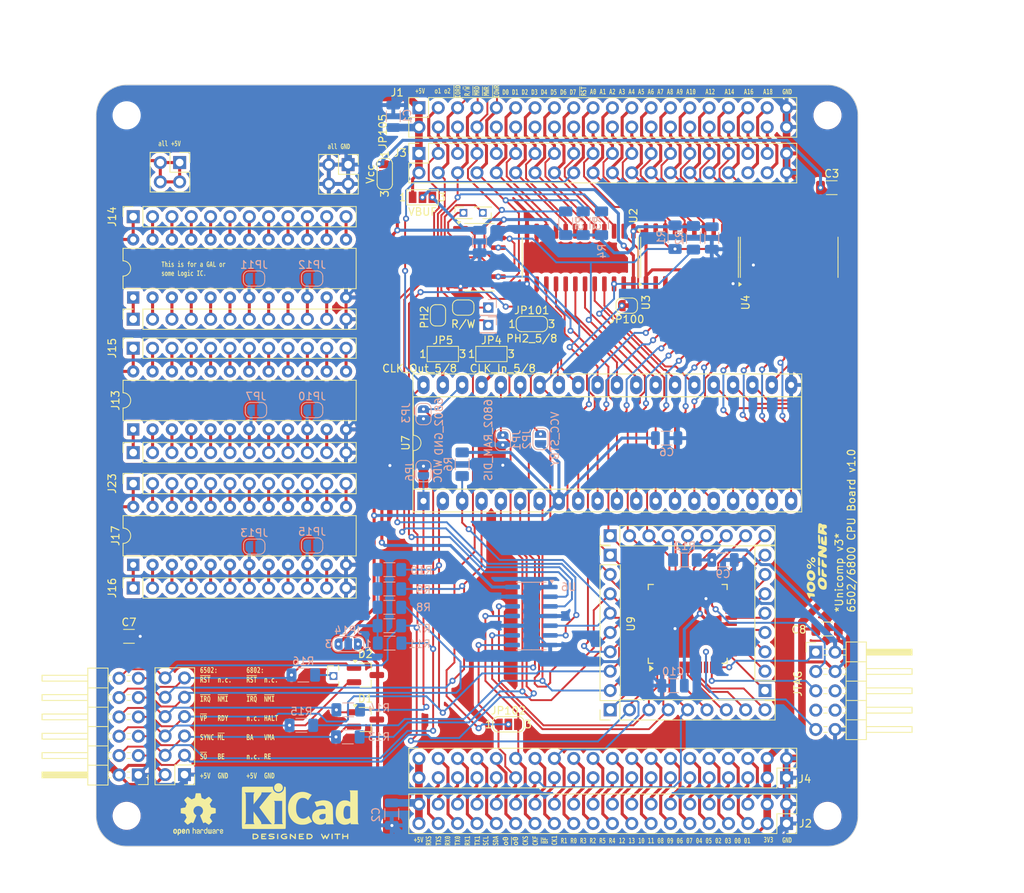
<source format=kicad_pcb>
(kicad_pcb (version 20240108) (generator "pcbnew") (generator_version "8.0")
  (layers (0 "F.Cu" signal) (31 "B.Cu" signal) (34 "B.Paste" user) (35 "F.Paste" user) (36 "B.SilkS" user "B.Silkscreen") (37 "F.SilkS" user "F.Silkscreen") (38 "B.Mask" user) (39 "F.Mask" user) (44 "Edge.Cuts" user))
  (net 0 "")
  (net 1 "GND")
  (net 2 "+5V")
  (net 3 "/A15")
  (net 4 "/A14")
  (net 5 "/A13")
  (net 6 "/A12")
  (net 7 "/A11")
  (net 8 "/A10")
  (net 9 "/A9")
  (net 10 "/A8")
  (net 11 "/A7")
  (net 12 "/A6")
  (net 13 "/A5")
  (net 14 "/A4")
  (net 15 "/A3")
  (net 16 "/A2")
  (net 17 "/A1")
  (net 18 "/A0")
  (net 19 "+3V3")
  (net 20 "/CLKF")
  (net 21 "/CLKS")
  (net 22 "/~{IOWR}")
  (net 23 "/~{MWR}")
  (net 24 "/~{MRD}")
  (net 25 "/R{slash}~{W}_e")
  (net 26 "/~{IORD}")
  (net 27 "/PHI2_e")
  (net 28 "/PHI1_e")
  (net 29 "/~{PH0}")
  (net 30 "/PH0")
  (net 31 "/Bus/~{CE_EXT12}")
  (net 32 "/Bus/~{CE_EXT7}")
  (net 33 "/TX1")
  (net 34 "/RXSTM")
  (net 35 "/RES3")
  (net 36 "/Bus/~{CE_EXT11}")
  (net 37 "/A16")
  (net 38 "/A17")
  (net 39 "/A18")
  (net 40 "/A19")
  (net 41 "/Bus/~{CE_EXT9}")
  (net 42 "/RES5")
  (net 43 "/RX1")
  (net 44 "/RX0")
  (net 45 "/Bus/~{CE_EXT8}")
  (net 46 "/Bus/~{CE_EXT10}")
  (net 47 "/Bus/~{CE_EXT4}")
  (net 48 "/RES1")
  (net 49 "/RES0")
  (net 50 "/RES2")
  (net 51 "/Bus/~{CE_EXT5}")
  (net 52 "/Bus/~{CE_EXT13}")
  (net 53 "/Bus/~{CE_EXT2}")
  (net 54 "/TX0")
  (net 55 "/Bus/~{CE_EXT3}")
  (net 56 "/RES4")
  (net 57 "/Bus/~{CE_EXT0}")
  (net 58 "/CLK1")
  (net 59 "/SCL")
  (net 60 "/Bus/~{CE_EXT1}")
  (net 61 "/Bus/~{CE_EXT6}")
  (net 62 "/SDA")
  (net 63 "+5VA")
  (net 64 "/TXSTM")
  (net 65 "/E")
  (net 66 "/RW")
  (net 67 "Net-(J29-Pin_3)")
  (net 68 "Net-(J29-Pin_4)")
  (net 69 "Net-(J29-Pin_6)")
  (net 70 "Net-(J29-Pin_11)")
  (net 71 "Net-(J29-Pin_10)")
  (net 72 "Net-(J29-Pin_9)")
  (net 73 "Net-(J29-Pin_1)")
  (net 74 "Net-(J29-Pin_7)")
  (net 75 "Net-(J29-Pin_2)")
  (net 76 "Net-(J29-Pin_8)")
  (net 77 "Net-(J29-Pin_5)")
  (net 78 "/CD2")
  (net 79 "/CA2")
  (net 80 "/~{IRQ}")
  (net 81 "/CA1")
  (net 82 "/CD1")
  (net 83 "/Buffers/VBuffer")
  (net 84 "Net-(J11-Pin_1)")
  (net 85 "Net-(J12-Pin_1)")
  (net 86 "/BE")
  (net 87 "/~{NMI}")
  (net 88 "/J6-5")
  (net 89 "/~{SO}")
  (net 90 "/DDIR")
  (net 91 "/Buffers/PHI2")
  (net 92 "/CPUCLK")
  (net 93 "Net-(JP4-C)")
  (net 94 "Net-(JP2-A)")
  (net 95 "/CD3")
  (net 96 "/CD0")
  (net 97 "/CD4")
  (net 98 "/CD5")
  (net 99 "/CD6")
  (net 100 "/CD7")
  (net 101 "/CA6")
  (net 102 "/CA3")
  (net 103 "/CA7")
  (net 104 "/CA0")
  (net 105 "/CA4")
  (net 106 "/CA5")
  (net 107 "/CA15")
  (net 108 "/CA10")
  (net 109 "/CA9")
  (net 110 "/CA12")
  (net 111 "/CA11")
  (net 112 "/CA14")
  (net 113 "/CA8")
  (net 114 "/CA13")
  (net 115 "/TMS")
  (net 116 "/TDO")
  (net 117 "/TCK")
  (net 118 "/TDI")
  (net 122 "/ZZ44")
  (net 123 "/ZZ43")
  (net 124 "/SYNC")
  (net 125 "/ZZ39")
  (net 126 "/RDY")
  (net 127 "/ZZ33")
  (net 128 "/ZZ27")
  (net 129 "/ZZ32")
  (net 130 "/ZZ22")
  (net 131 "/ZZ31")
  (net 132 "/ZZ28")
  (net 133 "/HALT_in")
  (net 134 "/ZZ23")
  (net 135 "/ZZ29")
  (net 136 "/ZZ16")
  (net 137 "/ZZ21")
  (net 138 "/ZZ19")
  (net 139 "/ZZ12")
  (net 140 "/ZZ14")
  (net 141 "/ZZ20")
  (net 142 "/ZZ18")
  (net 143 "/ZZ13")
  (net 144 "/PHI2")
  (net 145 "/PHI1")
  (net 146 "/ZZ34")
  (net 147 "/R{slash}~{W}")
  (net 148 "/E_OUT")
  (net 149 "/ZZ6")
  (net 150 "/ZZ8")
  (net 151 "/ZZ7")
  (net 152 "/ZZ2")
  (net 153 "/PH0_c")
  (net 154 "/ZZ5")
  (net 155 "/DB7")
  (net 156 "/DB0")
  (net 157 "/DB2")
  (net 158 "/DB6")
  (net 159 "/DB3")
  (net 160 "/DB1")
  (net 161 "/DB5")
  (net 162 "/DB4")
  (net 163 "Net-(JP14-C)")
  (net 164 "Net-(JP5-C)")
  (net 165 "Net-(JP104-C)")
  (net 166 "/J6-8")
  (net 167 "/~{VP}")
  (net 168 "/J6-6")
  (net 169 "Net-(J6-Pin_11)")
  (net 170 "Net-(J5-Pin_1)")
  (net 171 "Net-(J10-Pin_11)")
  (net 172 "Net-(J10-Pin_1)")
  (net 173 "Net-(J10-Pin_4)")
  (net 174 "Net-(J10-Pin_2)")
  (net 175 "Net-(J10-Pin_10)")
  (net 176 "Net-(J10-Pin_3)")
  (net 177 "Net-(J10-Pin_6)")
  (net 178 "Net-(J10-Pin_7)")
  (net 179 "Net-(J10-Pin_5)")
  (net 180 "Net-(J10-Pin_8)")
  (net 181 "Net-(J10-Pin_9)")
  (net 182 "Net-(J13-Pin_15)")
  (net 183 "Net-(J13-Pin_22)")
  (net 184 "Net-(J13-Pin_17)")
  (net 185 "Net-(J13-Pin_21)")
  (net 186 "Net-(J13-Pin_14)")
  (net 187 "Net-(J13-Pin_19)")
  (net 188 "Net-(J13-Pin_23)")
  (net 189 "Net-(J13-Pin_18)")
  (net 190 "Net-(J13-Pin_13)")
  (net 191 "Net-(J13-Pin_16)")
  (net 192 "Net-(J13-Pin_20)")
  (net 193 "Net-(J14-Pin_11)")
  (net 194 "Net-(J14-Pin_3)")
  (net 195 "Net-(J14-Pin_10)")
  (net 196 "Net-(J14-Pin_8)")
  (net 197 "Net-(J14-Pin_4)")
  (net 198 "Net-(J14-Pin_9)")
  (net 199 "Net-(J14-Pin_12)")
  (net 200 "Net-(J14-Pin_5)")
  (net 201 "Net-(J14-Pin_7)")
  (net 202 "Net-(J14-Pin_6)")
  (net 203 "Net-(J14-Pin_2)")
  (net 204 "Net-(J16-Pin_10)")
  (net 205 "Net-(J16-Pin_1)")
  (net 206 "Net-(J16-Pin_3)")
  (net 207 "Net-(J16-Pin_8)")
  (net 208 "Net-(J16-Pin_2)")
  (net 209 "Net-(J16-Pin_6)")
  (net 210 "Net-(J16-Pin_11)")
  (net 211 "Net-(J16-Pin_5)")
  (net 212 "Net-(J16-Pin_9)")
  (net 213 "Net-(J16-Pin_4)")
  (net 214 "Net-(J16-Pin_7)")
  (net 215 "Net-(J17-Pin_18)")
  (net 216 "Net-(J17-Pin_19)")
  (net 217 "Net-(J17-Pin_23)")
  (net 218 "Net-(J17-Pin_14)")
  (net 219 "Net-(J17-Pin_16)")
  (net 220 "Net-(J17-Pin_15)")
  (net 221 "Net-(J17-Pin_13)")
  (net 222 "Net-(J17-Pin_17)")
  (net 223 "Net-(J17-Pin_22)")
  (net 224 "Net-(J17-Pin_20)")
  (net 225 "Net-(J17-Pin_21)")
  (footprint "Connector_PinSocket_2.54mm:PinSocket_2x02_P2.54mm_Vertical" (layer "F.Cu") (at 60.96 60.198)
    (property "Reference" "J30" (hide yes))
    (property "Value" "Conn_02x02_Odd_Even" (hide yes))
  )
  (footprint "Package_DIP:DIP-24_W7.62mm" (layer "F.Cu") (at 54.864 113.03 90)
    (property "Reference" "J17")
    (property "Value" "GAL_20x10" (hide yes))
  )
  (footprint "Package_SO:SO-24_5.3x15mm_P1.27mm" (layer "F.Cu") (at 113.538 72.6775 -90)
    (property "Reference" "U2")
    (property "Value" "SN74LVCC3245ANSR" (hide yes))
  )
  (footprint "Package_SO:SO-20_5.3x12.6mm_P1.27mm" (layer "F.Cu") (at 140.97 72.644 90)
    (property "Reference" "U4")
    (property "Value" "SN74LVC245ANSR" (hide yes))
  )
  (footprint "NetTie:NetTie-2_SMD_Pad0.5mm" (layer "F.Cu") (at 99.576 50.8)
    (property "Reference" "NT1" (hide yes))
    (property "Value" "RD" (hide yes))
  )
  (footprint "Connector_PinSocket_2.54mm:PinSocket_2x20_P2.54mm_Vertical" (layer "F.Cu") (at 92.367 53 90)
    (property "Reference" "J1")
    (property "Value" "BUS" (hide yes))
  )
  (footprint "Connector_PinSocket_2.54mm:PinSocket_1x12_P2.54mm_Vertical" (layer "F.Cu") (at 54.864 116.078 90)
    (property "Reference" "J16")
    (property "Value" "Conn_01x12" (hide yes))
  )
  (footprint "Jumper:SolderJumper-2_P1.3mm_Bridged_RoundedPad1.0x1.5mm" (layer "F.Cu") (at 119.649 78.994 180)
    (property "Reference" "JP100")
    (property "Value" "RW")
  )
  (footprint "Capacitor_SMD:C_1206_3216Metric" (layer "F.Cu") (at 146.558 63.5)
    (property "Reference" "C3")
    (property "Value" "100n")
  )
  (footprint "Package_TO_SOT_SMD:SOT-23_Handsoldering" (layer "F.Cu") (at 85.344 127.508)
    (property "Reference" "D2")
    (property "Value" "BAV70T")
  )
  (footprint "Package_SO:SOIC-14_3.9x8.7mm_P1.27mm" (layer "F.Cu") (at 100.309001 72.644)
    (property "Reference" "U5" (hide yes))
    (property "Value" "SN74LVC125AD" (hide yes))
  )
  (footprint "Jumper:SolderJumper-2_P1.3mm_Bridged_RoundedPad1.0x1.5mm" (layer "F.Cu") (at 98.186 79.248)
    (property "Reference" "JP8" (hide yes))
    (property "Value" "R/W")
  )
  (footprint "Connector_PinSocket_2.54mm:PinSocket_2x20_P2.54mm_Vertical" (layer "F.Cu") (at 140.627 141 -90)
    (property "Reference" "J4")
    (property "Value" "Spare" (hide yes))
  )
  (footprint "Connector_PinSocket_2.54mm:PinSocket_2x02_P2.54mm_Vertical" (layer "F.Cu") (at 83.078 60.472)
    (property "Reference" "J31" (hide yes))
    (property "Value" "Conn_02x02_Odd_Even" (hide yes))
  )
  (footprint "Connector_PinHeader_2.54mm:PinHeader_1x08_P2.54mm_Vertical" (layer "F.Cu") (at 137.795 129.54 180)
    (property "Reference" "J19" (hide yes))
    (property "Value" "Conn_01x08" (hide yes))
  )
  (footprint "Capacitor_SMD:C_1206_3216Metric" (layer "F.Cu") (at 145.9466 121.4628)
    (property "Reference" "C8")
    (property "Value" "100n")
  )
  (footprint "Jumper:SolderJumper-3_P1.3mm_Open_Pad1.0x1.5mm_NumberLabels" (layer "F.Cu") (at 101.884 85.344)
    (property "Reference" "JP4")
    (property "Value" "CLK_In_5/8")
  )
  (footprint "Connector_PinHeader_2.54mm:PinHeader_1x08_P2.54mm_Vertical" (layer "F.Cu") (at 117.475 111.76)
    (property "Reference" "J20" (hide yes))
    (property "Value" "Conn_01x08" (hide yes))
  )
  (footprint "Connector_PinSocket_2.54mm:PinSocket_1x12_P2.54mm_Vertical" (layer "F.Cu") (at 54.864 98.298 90)
    (property "Reference" "J10" (hide yes))
    (property "Value" "Conn_01x12" (hide yes))
  )
  (footprint "Symbol:KiCad-Logo2_6mm_SilkScreen" (layer "F.Cu") (at 76.792514 144.704848)
    (property "Reference" "H5" (hide yes))
    (property "Value" "Logo kicad" (hide yes))
  )
  (footprint "Connector_PinSocket_2.54mm:PinSocket_1x12_P2.54mm_Vertical" (layer "F.Cu") (at 54.864 80.772 90)
    (property "Reference" "J29" (hide yes))
    (property "Value" "Conn_01x12" (hide yes))
  )
  (footprint "Connector_PinHeader_2.54mm:PinHeader_2x05_P2.54mm_Horizontal" (layer "F.Cu") (at 144.46 124.5)
    (property "Reference" "J22" (hide yes))
    (property "Value" "JTAG")
  )
  (footprint "my_own:Logo_100ProzentOffner_10x2.7mm" (layer "F.Cu") (at 144.589568 112.558287 90)
    (property "Reference" "H7" (hide yes))
    (property "Value" "Logo 100%" (hide yes))
  )
  (footprint "Connector_PinSocket_2.54mm:PinSocket_1x12_P2.54mm_Vertical" (layer "F.Cu") (at 54.864 67.31 90)
    (property "Reference" "J14")
    (property "Value" "Conn_01x12" (hide yes))
  )
  (footprint "Package_TO_SOT_SMD:SOT-23_Handsoldering" (layer "F.Cu") (at 85.344 133.35)
    (property "Reference" "D1")
    (property "Value" "BAV70T")
  )
  (footprint "Connector_PinHeader_1.27mm:PinHeader_1x01_P1.27mm_Vertical" (layer "F.Cu") (at 100.752001 66.802 180)
    (property "Reference" "J12" (hide yes))
    (property "Value" "Conn_01x01" (hide yes))
  )
  (footprint "Connector_PinSocket_2.54mm:PinSocket_1x12_P2.54mm_Vertical" (layer "F.Cu") (at 54.864 102.362 90)
    (property "Reference" "J23")
    (property "Value" "Conn_01x12" (hide yes))
  )
  (footprint "Jumper:SolderJumper-3_P1.3mm_Open_Pad1.0x1.5mm_NumberLabels" (layer "F.Cu") (at 92.837 64.77)
    (property "Reference" "JP104" (hide yes))
    (property "Value" "VBUF")
  )
  (footprint "Jumper:SolderJumper-3_P1.3mm_Open_Pad1.0x1.5mm_NumberLabels" (layer "F.Cu") (at 95.504 85.344)
    (property "Reference" "JP5")
    (property "Value" "CLK_Out_5/8")
  )
  (footprint "Symbol:OSHW-Logo2_7.3x6mm_SilkScreen" (layer "F.Cu") (at 63.4 145.8)
    (property "Reference" "H6" (hide yes))
    (property "Value" "Logo Open Source Hardware" (hide yes))
  )
  (footprint "Connector_PinSocket_2.54mm:PinSocket_2x20_P2.54mm_Vertical" (layer "F.Cu") (at 140.627 147 -90)
    (property "Reference" "J2")
    (property "Value" "BUS" (hide yes))
  )
  (footprint "Connector_PinHeader_2.54mm:PinHeader_2x06_P2.54mm_Horizontal" (layer "F.Cu") (at 55.54 140.627 180)
    (property "Reference" "J7" (hide yes))
    (property "Value" "Outside")
  )
  (footprint "Connector_PinHeader_2.54mm:PinHeader_1x09_P2.54mm_Vertical" (layer "F.Cu") (at 117.475 109.22 90)
    (property "Reference" "J18" (hide yes))
    (property "Value" "Conn_01x09" (hide yes))
  )
  (footprint "Jumper:SolderJumper-3_P1.3mm_Open_RoundedPad1.0x1.5mm_NumberLabels" (layer "F.Cu") (at 87.884 61.692 -90)
    (property "Reference" "JP105")
    (property "Value" "Vcc")
  )
  (footprint "Package_DIP:DIP-40_W15.24mm_Socket_LongPads" (layer "F.Cu") (at 92.964 104.648 90)
    (property "Reference" "U7")
    (property "Value" "W65C02SxP")
  )
  (footprint "MountingHole:MountingHole_3.2mm_M3" (layer "F.Cu") (at 146 54)
    (property "Reference" "H3" (hide yes))
    (property "Value" "M3" (hide yes))
  )
  (footprint "Connector_PinSocket_1.27mm:PinSocket_1x01_P1.27mm_Vertical" (layer "F.Cu") (at 81.153 127.635 90)
    (property "Reference" "J5" (hide yes))
    (property "Value" "Conn_01x01" (hide yes))
  )
  (footprint "Connector_PinHeader_2.54mm:PinHeader_1x09_P2.54mm_Vertical" (layer "F.Cu") (at 117.475 132.08 90)
    (property "Reference" "J21" (hide yes))
    (property "Value" "Conn_01x09" (hide yes))
  )
  (footprint "Connector_PinHeader_1.27mm:PinHeader_1x01_P1.27mm_Vertical" (layer "F.Cu") (at 98.212001 66.802)
    (property "Reference" "J11" (hide yes))
    (property "Value" "Conn_01x01" (hide yes))
  )
  (footprint "Jumper:SolderJumper-3_P1.3mm_Open_RoundedPad1.0x1.5mm_NumberLabels" (layer "F.Cu") (at 107.188 81.407)
    (property "Reference" "JP101")
    (property "Value" "PH2_5/8")
  )
  (footprint "Package_DIP:DIP-24_W7.62mm" (layer "F.Cu") (at 54.859 77.922 90)
    (property "Reference" "J35" (hide yes))
    (property "Value" "GAL_20x10" (hide yes))
  )
  (footprint "Connector_PinSocket_2.54mm:PinSocket_1x12_P2.54mm_Vertical" (layer "F.Cu") (at 54.864 84.582 90)
    (property "Reference" "J15")
    (property "Value" "Conn_01x12" (hide yes))
  )
  (footprint "Jumper:SolderJumper-3_P1.3mm_Open_RoundedPad1.0x1.5mm_NumberLabels" (layer "F.Cu") (at 104.11 133.985)
    (property "Reference" "JP102")
    (property "Value" "CLK")
  )
  (footprint "Connector_PinSocket_2.54mm:PinSocket_2x20_P2.54mm_Vertical" (layer "F.Cu") (at 92.367 59 90)
    (property "Reference" "J3")
    (property "Value" "Spare" (hide yes))
  )
  (footprint "Connector_PinHeader_2.54mm:PinHeader_2x06_P2.54mm_Vertical" (layer "F.Cu") (at 61.595 140.589 180)
    (property "Reference" "J6" (hide yes))
    (property "Value" "Spare")
  )
  (footprint "Jumper:SolderJumper-2_P1.3mm_Bridged_RoundedPad1.0x1.5mm" (layer "F.Cu") (at 94.869 80.264 -90)
    (property "Reference" "JP9" (hide yes))
    (property "Value" "PH2")
  )
  (footprint "Package_QFP:TQFP-44_10x10mm_P0.8mm" (layer "F.Cu") (at 127.65 120.79 90)
    (property "Reference" "U9")
    (property "Value" "XC9572VQ44")
  )
  (footprint "Package_DIP:DIP-24_W7.62mm" (layer "F.Cu") (at 54.864 95.25 90)
    (property "Reference" "J13")
    (property "Value" "GAL_20x10" (hide yes))
  )
  (footprint "MountingHole:MountingHole_3.2mm_M3" (layer "F.Cu") (at 54 54)
    (property "Reference" "H1" (hide yes))
    (property "Value" "M3" (hide yes))
  )
  (footprint "Package_SO:SO-20_5.3x12.6mm_P1.27mm" (layer "F.Cu") (at 127.889 72.644 90)
    (property "Reference" "U3")
    (property "Value" "SN74LVC245ANSR" (hide yes))
  )
  (footprint "MountingHole:MountingHole_3.2mm_M3" (layer "F.Cu") (at 54 146)
    (property "Reference" "H2" (hide yes))
    (property "Value" "M3" (hide yes))
  )
  (footprint "Capacitor_SMD:C_1206_3216Metric" (layer "F.Cu") (at 54.307 122.428)
    (property "Reference" "C7")
    (property "Value" "100n")
  )
  (footprint "NetTie:NetTie-2_SMD_Pad0.5mm" (layer "F.Cu") (at 102.116 50.8 180)
    (property "Reference" "NT2" (hide yes))
    (property "Value" "WR" (hide yes))
  )
  (footprint "MountingHole:MountingHole_3.2mm_M3" (layer "F.Cu") (at 146 146)
    (property "Reference" "H4" (hide yes))
    (property "Value" "M3" (hide yes))
  )
  (footprint "Capacitor_SMD:C_1206_3216Metric" (layer "B.Cu") (at 88.8 145.775 -90)
    (property "Reference" "C2")
    (property "Value" "100n")
  )
  (footprint "Resistor_SMD:R_1206_3216Metric_Pad1.30x1.75mm_HandSolder" (layer "B.Cu") (at 98.044 99.822 -90)
    (property "Reference" "R6")
    (property "Value" "1k")
  )
  (footprint "Resistor_SMD:R_1206_3216Metric_Pad1.30x1.75mm_HandSolder" (layer "B.Cu") (at 111.633 68.173 90)
    (property "Reference" "R5")
    (property "Value" "1k")
  )
  (footprint "Capacitor_SMD:C_1206_3216Metric" (layer "B.Cu") (at 124.89 96.393)
    (property "Reference" "C6")
    (property "Value" "100n")
  )
  (footprint "Jumper:SolderJumper-2_P1.3mm_Open_RoundedPad1.0x1.5mm" (layer "B.Cu") (at 92.964 93.233 90)
    (property "Reference" "JP3")
    (property "Value" "6802_GND")
  )
  (footprint "Jumper:SolderJumper-2_P1.3mm_Open_RoundedPad1.0x1.5mm" (layer "B.Cu") (at 92.964 100.726 -90)
    (property "Reference" "JP6")
    (property "Value" "WDC")
  )
  (footprint "Connector_PinHeader_2.00mm:PinHeader_1x01_P2.00mm_Vertical" (layer "B.Cu") (at 101.473 81.534 180)
    (property "Reference" "J8" (hide yes))
    (property "Value" "Conn_01x01" (hide yes))
  )
  (footprint "Resistor_SMD:R_1206_3216Metric_Pad1.30x1.75mm_HandSolder" (layer "B.Cu") (at 116.332 68.173 90)
    (property "Reference" "R4")
    (property "Value" "1k" (hide yes))
  )
  (footprint "Resistor_SMD:R_1206_3216Metric_Pad1.30x1.75mm_HandSolder" (layer "B.Cu") (at 88.493 121.031)
    (property "Reference" "R7")
    (property "Value" "1k")
  )
  (footprint "Resistor_SMD:R_1206_3216Metric_Pad1.30x1.75mm_HandSolder" (layer "B.Cu") (at 83.032 135.636 180)
    (property "Reference" "R13")
    (property "Value" "1k")
  )
  (footprint "Jumper:SolderJumper-2_P1.3mm_Open_RoundedPad1.0x1.5mm" (layer "B.Cu") (at 70.978 92.71 180)
    (property "Reference" "JP7")
    (property "Value" "GND")
  )
  (footprint "Resistor_SMD:R_1206_3216Metric_Pad1.30x1.75mm_HandSolder" (layer "B.Cu") (at 88.493 113.665)
    (property "Reference" "R10")
    (property "Value" "1k")
  )
  (footprint "Capacitor_SMD:C_1206_3216Metric" (layer "B.Cu") (at 100.33 70.563 -90)
    (property "Reference" "C5" (hide yes))
    (property "Value" "100n" (hide yes))
  )
  (footprint "Jumper:SolderJumper-2_P1.3mm_Open_RoundedPad1.0x1.5mm" (layer "B.Cu") (at 70.724 75.438 180)
    (property "Reference" "JP11")
    (property "Value" "GND")
  )
  (footprint "Connector_PinHeader_2.00mm:PinHeader_1x01_P2.00mm_Vertical" (layer "B.Cu") (at 101.473 79.248 180)
    (property "Reference" "J9" (hide yes))
    (property "Value" "Conn_01x01" (hide yes))
  )
  (footprint "Jumper:SolderJumper-2_P1.3mm_Open_RoundedPad1.0x1.5mm" (layer "B.Cu") (at 103.378 96.647 90)
    (property "Reference" "JP1")
    (property "Value" "6802_RAM_DIS")
  )
  (footprint "Jumper:SolderJumper-2_P1.3mm_Open_RoundedPad1.0x1.5mm" (layer "B.Cu") (at 70.754 110.65 180)
    (property "Reference" "JP13")
    (property "Value" "GND")
  )
  (footprint "Jumper:SolderJumper-2_P1.3mm_Open_RoundedPad1.0x1.5mm" (layer "B.Cu") (at 78.344 110.49 180)
    (property "Reference" "JP15")
    (property "Value" "GND")
  )
  (footprint "Resistor_SMD:R_1206_3216Metric_Pad1.30x1.75mm_HandSolder" (layer "B.Cu") (at 88.493 118.618)
    (property "Reference" "R8")
    (property "Value" "1k")
  )
  (footprint "Resistor_SMD:R_1206_3216Metric_Pad1.30x1.75mm_HandSolder" (layer "B.Cu") (at 83.084 132.08 180)
    (property "Reference" "R14")
    (property "Value" "1k")
  )
  (footprint "Jumper:SolderJumper-2_P1.3mm_Open_RoundedPad1.0x1.5mm" (layer "B.Cu") (at 108.331 96.505 -90)
    (property "Reference" "JP2")
    (property "Value" "VCC_STBY")
  )
  (footprint "Resistor_SMD:R_1206_3216Metric_Pad1.30x1.75mm_HandSolder" (layer "B.Cu") (at 127.28 112.395 180)
    (property "Reference" "R12")
    (property "Value" "10k")
  )
  (footprint "Capacitor_SMD:C_1206_3216Metric" (layer "B.Cu") (at 132.285 112.395)
    (property "Reference" "C9")
    (property "Value" "100n")
  )
  (footprint "Resistor_SMD:R_1206_3216Metric_Pad1.30x1.75mm_HandSolder" (layer "B.Cu") (at 88.493 116.205)
    (property "Reference" "R9")
    (property "Value" "1k")
  )
  (footprint "Jumper:SolderJumper-2_P1.3mm_Open_RoundedPad1.0x1.5mm" (layer "B.Cu") (at 78.344 92.71 180)
    (property "Reference" "JP10")
    (property "Value" "GND")
  )
  (footprint "Capacitor_SMD:C_1206_3216Metric" (layer "B.Cu") (at 125.73 128.905 180)
    (property "Reference" "C10")
    (property "Value" "100n")
  )
  (footprint "Resistor_SMD:R_1206_3216Metric_Pad1.30x1.75mm_HandSolder" (layer "B.Cu") (at 88.519 123.317)
    (property "Reference" "R11")
    (property "Value" "1k")
  )
  (footprint "Capacitor_SMD:C_1206_3216Metric" (layer "B.Cu") (at 89 54.125 90)
    (property "Reference" "C1")
    (property "Value" "100n" (hide yes))
  )
  (footprint "Jumper:SolderJumper-3_P1.3mm_Open_RoundedPad1.0x1.5mm_NumberLabels" (layer "B.Cu") (at 83.088 123.444 180)
    (property "Reference" "JP14")
    (property "Value" "Vcc")
  )
  (footprint "Jumper:SolderJumper-2_P1.3mm_Open_RoundedPad1.0x1.5mm" (layer "B.Cu") (at 78.344 75.438 180)
    (property "Reference" "JP12")
    (property "Value" "GND")
  )
  (footprint "Resistor_SMD:R_1206_3216Metric_Pad1.30x1.75mm_HandSolder" (layer "B.Cu") (at 76.936 134.112 180)
    (property "Reference" "R15")
    (property "Value" "1k")
  )
  (footprint "Resistor_SMD:R_1206_3216Metric_Pad1.30x1.75mm_HandSolder" (layer "B.Cu") (at 113.919 68.173 90)
    (property "Reference" "R3")
    (property "Value" "1k")
  )
  (footprint "Resistor_SMD:R_1206_3216Metric_Pad1.30x1.75mm_HandSolder" (layer "B.Cu") (at 125.984 70.003 -90)
    (property "Reference" "R1")
    (property "Value" "10k")
  )
  (footprint "Resistor_SMD:R_1206_3216Metric_Pad1.30x1.75mm_HandSolder" (layer "B.Cu") (at 128.397 70.078 -90)
    (property "Reference" "R2")
    (property "Value" "10k")
  )
  (footprint "Package_SO:SOIC-14_3.9x8.7mm_P1.27mm" (layer "B.Cu") (at 107.123 119.761 180)
    (property "Reference" "U6")
    (property "Value" "SN74LVC125AD" (hide yes))
  )
  (footprint "Capacitor_SMD:C_1206_3216Metric" (layer "B.Cu") (at 130.81 70.104 -90)
    (property "Reference" "C4" (hide yes))
    (property "Value" "100n" (hide yes))
  )
  (footprint "Resistor_SMD:R_1206_3216Metric_Pad1.30x1.75mm_HandSolder" (layer "B.Cu") (at 77.19 127.508 180)
    (property "Reference" "R16")
    (property "Value" "1k")
  )
  (gr_line (start 50 54) (end 50 146) (stroke (width 0.1)) (layer "Edge.Cuts"))
  (gr_arc (start 50 54) (mid 51.171571 51.17157) (end 54 50) (stroke (width 0.1)) (layer "Edge.Cuts"))
  (gr_arc (start 146 50) (mid 148.828425 51.171573) (end 150 54) (stroke (width 0.1)) (layer "Edge.Cuts"))
  (gr_arc (start 150 146) (mid 148.828425 148.828424) (end 146 149.999995) (stroke (width 0.1)) (layer "Edge.Cuts"))
  (gr_line (start 150 146) (end 150 54) (stroke (width 0.1)) (layer "Edge.Cuts"))
  (gr_line (start 146 50) (end 54 50) (stroke (width 0.1)) (layer "Edge.Cuts"))
  (gr_arc (start 54 150) (mid 51.171571 148.828427) (end 50 146) (stroke (width 0.1)) (layer "Edge.Cuts"))
  (gr_line (start 146 150) (end 54 150) (stroke (width 0.1)) (layer "Edge.Cuts"))
  (gr_text "TXS" (at 95.4 149.9 90) (layer "F.SilkS") (effects (font (size 0.7 0.5) (thickness 0.1) (bold yes)) (justify left bottom)))
  (gr_text "CKF" (at 108.1 149.9 90) (layer "F.SilkS") (effects (font (size 0.7 0.5) (thickness 0.1) (bold yes)) (justify left bottom)))
  (gr_text "all +5V\n" (at 58.166 58.166 0) (layer "F.SilkS") (effects (font (size 0.7 0.5) (thickness 0.1) (bold yes)) (justify left bottom)))
  (gr_text "all GND\n" (at 80.391 58.547 0) (layer "F.SilkS") (effects (font (size 0.7 0.5) (thickness 0.1) (bold yes)) (justify left bottom)))
  (gr_text "+5V   o1 o2" (at 91.8972 51.2572 0) (layer "F.SilkS") (effects (font (size 0.7 0.5) (thickness 0.1) (bold yes)) (justify left bottom)))
  (gr_text "TX0" (at 97.9 149.9 90) (layer "F.SilkS") (effects (font (size 0.7 0.5) (thickness 0.1) (bold yes)) (justify left bottom)))
  (gr_text "SCL" (at 101.6 149.9 90) (layer "F.SilkS") (effects (font (size 0.7 0.5) (thickness 0.1) (bold yes)) (justify left bottom)))
  (gr_text "3V3" (at 137.6172 149.606 0) (layer "F.SilkS") (effects (font (size 0.7 0.5) (thickness 0.1) (bold yes)) (justify left bottom)))
  (gr_text "This is for a GAL or\nsome Logic IC." (at 58.567 75.205 0) (layer "F.SilkS") (effects (font (size 0.7 0.5) (thickness 0.1) (bold yes)) (justify left bottom)))
  (gr_text "R/~{W}" (at 99.1616 51.4604 90) (layer "F.SilkS") (effects (font (size 0.7 0.5) (thickness 0.1) (bold yes)) (justify left bottom)))
  (gr_text "~{BF}" (at 109.41174 149.658466 90) (layer "F.SilkS") (effects (font (size 0.7 0.5) (thickness 0.1) (bold yes)) (justify left bottom)))
  (gr_text "~{RST}" (at 114.4524 51.4604 90) (layer "F.SilkS") (effects (font (size 0.7 0.5) (thickness 0.1) (bold yes)) (justify left bottom)))
  (gr_text "~{o0}" (at 105.5 149.9 90) (layer "F.SilkS") (effects (font (size 0.7 0.7) (thickness 0.1) (bold yes)) (justify left bottom)))
  (gr_text "~{IOWR}" (at 103.0224 51.7144 90) (layer "F.SilkS") (effects (font (size 0.7 0.5) (thickness 0.1) (bold yes)) (justify left bottom)))
  (gr_text "D0 D1 D2 D3 D4 D5 D6 D7" (at 103.3272 51.4096 0) (layer "F.SilkS") (effects (font (size 0.7 0.5) (thickness 0.1) (bold yes)) (justify left bottom)))
  (gr_text "*Unicomp v3*\n6502/6800 CPU Board v1.0" (at 148.336 119.38 90) (layer "F.SilkS") (effects (font (size 1 1)) (justify left)))
  (gr_text "RXS" (at 94.1 149.9 90) (layer "F.SilkS") (effects (font (size 0.7 0.5) (thickness 0.1) (bold yes)) (justify left bottom)))
  (gr_text "+5V" (at 91.694 149.606 0) (layer "F.SilkS") (effects (font (size 0.7 0.5) (thickness 0.1) (bold yes)) (justify left bottom)))
  (gr_text "SDA" (at 102.9 149.9 90) (layer "F.SilkS") (effects (font (size 0.7 0.5) (thickness 0.1) (bold yes)) (justify left bottom)))
  (gr_text "RX0" (at 96.6 149.9 90) (layer "F.SilkS") (effects (font (size 0.7 0.5) (thickness 0.1) (bold yes)) (justify left bottom)))
  (gr_text "~{MRD}\n" (at 100.4316 51.4096 90) (layer "F.SilkS") (effects (font (size 0.7 0.5) (thickness 0.1) (bold yes)) (justify left bottom)))
  (gr_text "RX1" (at 99.2 149.9 90) (layer "F.SilkS") (effects (font (size 0.7 0.5) (thickness 0.1) (bold yes)) (justify left bottom)))
  (gr_text "R1 R0 R3 R2 R5 R4" (at 110.998 149.733 0) (layer "F.SilkS") (effects (font (size 0.7 0.5) (thickness 0.1) (bold yes)) (justify left bottom)))
  (gr_text "o0" (at 104.2 149.9 90) (layer "F.SilkS") (effects (font (size 0.7 0.7) (thickness 0.1) (bold yes)) (justify left bottom)))
  (gr_text "~{MWR}" (at 101.7016 51.4604 90) (layer "F.SilkS") (effects (font (size 0.7 0.5) (thickness 0.1) (bold yes)) (justify left bottom)))
  (gr_text "~{IORD}" (at 97.9424 51.7144 90) (layer "F.SilkS") (effects (font (size 0.7 0.5) (thickness 0.1) (bold yes)) (justify left bottom)))
  (gr_text "12 13 10 11 08 09 06 07 04 05 02 03 00 01" (at 118.618 149.733 0) (layer "F.SilkS") (effects (font (size 0.7 0.5) (thickness 0.1) (bold yes)) (justify left bottom)))
  (gr_text "CKS" (at 106.8 149.9 90) (layer "F.SilkS") (effects (font (size 0.7 0.5) (thickness 0.1) (bold yes)) (justify left bottom)))
  (gr_text "TX1" (at 100.5 149.9 90) (layer "F.SilkS") (effects (font (size 0.7 0.5) (thickness 0.1) (bold yes)) (justify left bottom)))
  (gr_text "6802:\n~{RST}  n.c.\n\n~{IRQ}  ~{NMI}\n\nn.c. HALT\n\nBA   VMA\n\nn.c. RE\n\n+5V  GND" (at 69.723 141.224 0) (layer "F.SilkS") (effects (font (size 0.75 0.55) (thickness 0.1) (bold yes)) (justify left bottom)))
  (gr_text "CK1" (at 110.617 149.86 90) (layer "F.SilkS") (effects (font (size 0.7 0.5) (thickness 0.1) (bold yes)) (justify left bottom)))
  (gr_text "A0 A1 A2 A3 A4 A5 A6 A7 A8 A9 A10   A12   A14   A16   A18   GND\n" (at 114.808 51.3588 0) (layer "F.SilkS") (effects (font (size 0.7 0.5) (thickness 0.1) (bold yes)) (justify left bottom)))
  (gr_text "6502:\n~{RST}  n.c.\n\n~{IRQ}  ~{NMI}\n\n~{VP}   RDY\n\nSYNC ~{ML}\n\n~{SO}   BE\n\n+5V  GND" (at 63.627 141.224 0) (layer "F.SilkS") (effects (font (size 0.75 0.55) (thickness 0.1) (bold yes)) (justify left bottom)))
  (gr_text "GND" (at 140.0556 149.6568 0) (layer "F.SilkS") (effects (font (size 0.7 0.5) (thickness 0.1) (bold yes)) (justify left bottom)))
  (segment (start 149.4384 134.66) (end 149.5 134.7216) (width 0.4) (layer "F.Cu") (net 1))
  (segment (start 126.05 121.478) (end 125.984 121.412) (width 0.4) (layer "F.Cu") (net 1))
  (segment (start 82.804 116.078) (end 82.804 113.03) (width 0.4) (layer "F.Cu") (net 1))
  (segment (start 147 134.66) (end 149.4384 134.66) (width 0.4) (layer "F.Cu") (net 1))
  (segment (start 82.804 95.25) (end 82.804 98.298) (width 0.4) (layer "F.Cu") (net 1))
  (segment (start 147 124.5) (end 149.46 124.5) (width 0.4) (layer "F.Cu") (net 1))
  (segment (start 149.5 134.7216) (end 149.5 136.1) (width 1) (layer "F.Cu") (net 1))
  (segment (start 106.553 76.14) (end 106.553 76.139978) (width 0.4) (layer "F.Cu") (net 1))
  (segment (start 149.46 124.5) (end 149.5 124.46) (width 0.4) (layer "F.Cu") (net 1))
  (segment (start 82.804 77.978) (end 82.804 81.026) (width 0.4) (layer "F.Cu") (net 1))
  (segment (start 147.14 138.46) (end 140.627 138.46) (width 1) (layer "F.Cu") (net 1))
  (segment (start 140.627 53) (end 140.627 61.54) (width 1) (layer "F.Cu") (net 1))
  (segment (start 131.585 120.79) (end 133.35 120.79) (width 0.4) (layer "F.Cu") (net 1))
  (segment (start 147.4216 121.4628) (end 149.2968 121.4628) (width 0.4) (layer "F.Cu") (net 1))
  (segment (start 149.5 63.627) (end 149.5 89.789) (width 1) (layer "F.Cu") (net 1))
  (segment (start 140.627 138.46) (end 140.627 147) (width 1) (layer "F.Cu") (net 1))
  (segment (start 88.392 100.157693) (end 88.558 99.991693) (width 0.4) (layer "F.Cu") (net 1))
  (segment (start 130.05 115.09) (end 130.05 117.475) (width 0.4) (layer "F.Cu") (net 1))
  (segment (start 145.225999 73.66) (end 136.271 73.66) (width 0.4) (layer "F.Cu") (net 1))
  (segment (start 130.05 117.475) (end 130.05 119.255) (width 0.4) (layer "F.Cu") (net 1))
  (segment (start 148.033 63.5) (end 149.373 63.5) (width 0.4) (layer "F.Cu") (net 1))
  (segment (start 146.685 76.1065) (end 147.4 75.3915) (width 0.4) (layer "F.Cu") (net 1))
  (segment (start 147.94 61.54) (end 149.5 63.1) (width 1) (layer "F.Cu") (net 1))
  (segment (start 88.392 111.506) (end 88.392 100.157693) (width 0.4) (layer "F.Cu") (net 1))
  (segment (start 140.915 61.54) (end 140.627 61.54) (width 0.4) (layer "F.Cu") (net 1))
  (segment (start 146.685 75.119001) (end 145.225999 73.66) (width 0.4) (layer "F.Cu") (net 1))
  (segment (start 106.553 69.215) (end 106.553 76.139978) (width 0.4) (layer "F.Cu") (net 1))
  (segment (start 126.05 126.49) (end 126.05 121.478) (width 0.4) (layer "F.Cu") (net 1))
  (segment (start 92.964 93.853) (end 92.964 100.076) (width 0.4) (layer "F.Cu") (net 1))
  (segment (start 140.627 61.54) (end 147.94 61.54) (width 1) (layer "F.Cu") (net 1))
  (segment (start 88.8215 147.2715) (end 88.8215 111.9355) (width 0.4) (layer "F.Cu") (net 1))
  (segment (start 146.685 76.1065) (end 146.685 75.119001) (width 0.4) (layer "F.Cu") (net 1))
  (segment (start 147.4 75.3915) (end 147.4 68.025) (width 0.4) (layer "F.Cu") (net 1))
  (segment (start 149.5 89.789) (end 149.5 121.666) (width 1) (layer "F.Cu") (net 1))
  (segment (start 106.553 69.215) (end 107.823 69.215) (width 0.4) (layer "F.Cu") (net 1))
  (segment (start 149.5 121.666) (end 149.5 124.46) (width 1) (layer "F.Cu") (net 1))
  (segment (start 147.4 68.025) (end 140.915 61.54) (width 0.4) (layer "F.Cu") (net 1))
  (segment (start 149.5 63.1) (end 149.5 63.627) (width 1) (layer "F.Cu") (net 1))
  (segment (start 149.5 124.46) (end 149.5 134.7216) (width 1) (layer "F.Cu") (net 1))
  (segment (start 149.2968 121.4628) (end 149.5 121.666) (width 0.4) (layer "F.Cu") (net 1))
  (segment (start 149.373 63.5) (end 149.5 63.627) (width 0.4) (layer "F.Cu") (net 1))
  (segment (start 130.05 119.255) (end 131.585 120.79) (width 0.4) (layer "F.Cu") (net 1))
  (segment (start 149.5 136.1) (end 147.14 138.46) (width 1) (layer "F.Cu") (net 1))
  (segment (start 103.378 99.949) (end 103.378 97.297) (width 0.4) (layer "F.Cu") (net 1))
  (segment (start 88.8215 111.9355) (end 88.392 111.506) (width 0.4) (layer "F.Cu") (net 1))
  (via (at 55.782 122.428) (size 0.8) (drill 0.4) (layers "F.Cu" "B.Cu") (net 1))
  (via (at 136.271 73.66) (size 0.8) (drill 0.4) (layers "F.Cu" "B.Cu") (net 1))
  (via (at 88.8215 147.2715) (size 0.8) (drill 0.4) (layers "F.Cu" "B.Cu") (net 1))
  (via (at 92.964 100.076) (size 0.8) (drill 0.4) (layers "F.Cu" "B.Cu") (net 1))
  (via (at 130.05 117.475) (size 0.8) (drill 0.4) (layers "F.Cu" "B.Cu") (net 1))
  (via (at 103.378 99.949) (size 0.8) (drill 0.4) (layers "F.Cu" "B.Cu") (net 1))
  (via (at 88.558 99.991693) (size 0.8) (drill 0.4) (layers "F.Cu" "B.Cu") (net 1))
  (via (at 92.964 93.853) (size 0.8) (drill 0.4) (layers "F.Cu" "B.Cu") (net 1))
  (via (at 133.604 76.1065) (size 0.8) (drill 0.4) (layers "F.Cu" "B.Cu") (net 1))
  (via (at 103.378 97.297) (size 0.8) (drill 0.4) (layers "F.Cu" "B.Cu") (net 1))
  (via (at 125.984 121.412) (size 0.8) (drill 0.4) (layers "F.Cu" "B.Cu") (net 1))
  (via (at 106.553 76.139978) (size 0.8) (drill 0.4) (layers "F.Cu" "B.Cu") (net 1))
  (via (at 97.834001 76.454) (size 0.8) (drill 0.4) (layers "F.Cu" "B.Cu") (net 1))
  (segment (start 82.804 113.03) (end 82.804 108.712) (width 0.4) (layer "B.Cu") (net 1))
  (segment (start 106.9975 120.710592) (end 106.677092 121.031) (width 0.25) (layer "B.Cu") (net 1))
  (segment (start 90.85 50.8) (end 89 52.65) (width 1) (layer "B.Cu") (net 1))
  (segment (start 89.901 148.351) (end 88.8215 147.2715) (width 1) (layer "B.Cu") (net 1))
  (segment (start 81.026 108.458) (end 82.042 108.458) (width 0.4) (layer "B.Cu") (net 1))
  (segment (start 85.344 71.178) (end 86.204 72.038) (width 0.4) (layer "B.Cu") (net 1))
  (segment (start 82.042 72.898) (end 84.328 72.898) (width 0.4) (layer "B.Cu") (net 1))
  (segment (start 56.79 139.377) (end 56.79 123.436) (width 0.4) (layer "B.Cu") (net 1))
  (segment (start 81.026 90.678) (end 81.026 90.17) (width 0.4) (layer "B.Cu") (net 1))
  (segment (start 109.598 123.571) (end 112.395 123.571) (width 0.4) (layer "B.Cu") (net 1))
  (segment (start 73.596 108.458) (end 82.042 108.458) (width 0.4) (layer "B.Cu") (net 1))
  (segment (start 80.538 60.472) (end 80.538 63.012) (width 0.4) (layer "B.Cu") (net 1))
  (segment (start 85.344 71.882) (end 85.344 71.12) (width 0.4) (layer "B.Cu") (net 1))
  (segment (start 104.648 121.031) (end 106.677092 121.031) (width 0.25) (layer "B.Cu") (net 1))
  (segment (start 78.994 92.71) (end 81.026 90.678) (width 0.4) (layer "B.Cu") (net 1))
  (segment (start 71.882 92.71) (end 74.422 90.17) (width 0.4) (layer "B.Cu") (net 1))
  (segment (start 140.627 147) (end 138.427 149.2) (width 1) (layer "B.Cu") (net 1))
  (segment (start 112.395 123.571) (end 114.574 125.75) (width 0.4) (layer "B.Cu") (net 1))
  (segment (start 141.224 85.598) (end 133.604 77.978) (width 0.4) (layer "B.Cu") (net 1))
  (segment (start 84.328 72.898) (end 84.328 76.393) (width 0.4) (layer "B.Cu") (net 1))
  (segment (start 84.328 93.726) (end 84.328 90.17) (width 0.4) (layer "B.Cu") (net 1))
  (segment (start 133.604 77.978) (end 133.604 76.1065) (width 0.4) (layer "B.Cu") (net 1))
  (segment (start 55.54 141.519) (end 55.54 140.627) (width 1) (layer "B.Cu") (net 1))
  (segment (start 104.648 117.221) (end 105.664 117.221) (width 0.25) (layer "B.Cu") (net 1))
  (segment (start 82.804 108.712) (end 83.058 108.458) (width 0.4) (layer "B.Cu") (net 1))
  (segment (start 103.251 100.076) (end 103.378 99.949) (width 0.4) (layer "B.Cu") (net 1))
  (segment (start 85.344 71.12) (end 85.344 71.178) (width 0.4) (layer "B.Cu") (net 1))
  (segment (start 73.914 72.898) (end 82.042 72.898) (width 0.4) (layer "B.Cu") (net 1))
  (segment (start 80.538 63.012) (end 83.078 63.012) (width 0.4) (layer "B.Cu") (net 1))
  (segment (start 141.812081 118.11) (end 147 123.297919) (width 0.4) (layer "B.Cu") (net 1))
  (segment (start 61.54 141.66) (end 61.54 140.627) (width 1) (layer "B.Cu") (net 1))
  (segment (start 137.297233 118.11) (end 141.812081 118.11) (width 0.4) (layer "B.Cu") (net 1))
  (segment (start 124.255 128.905) (end 124.255 123.141) (width 0.4) (layer "B.Cu") (net 1))
  (segment (start 83.078 54.336) (end 83.078 60.472) (width 1) (layer "B.Cu") (net 1))
  (segment (start 133.604 74.373) (end 133.604 76.1065) (width 0.4) (layer "B.Cu") (net 1))
  (segment (start 90.75 149.2) (end 89.901 148.351) (width 1) (layer "B.Cu") (net 1))
  (segment (start 121.1 125.75) (end 124.255 128.905) (width 0.4) (layer "B.Cu") (net 1))
  (segment (start 89.901 148.351) (end 89.027 149.225) (width 1) (layer "B.Cu") (net 1))
  (segment (start 83.058 108.458) (end 84.328 107.188) (width 0.4) (layer "B.Cu") (net 1))
  (segment (start 102.174978 76.139978) (end 106.553 76.139978) (width 0.4) (layer "B.Cu") (net 1))
  (segment (start 109.598 115.951) (end 108.623001 115.951) (width 0.25) (layer "B.Cu") (net 1))
  (segment (start 81.026 90.17) (end 84.328 90.17) (width 0.4) (layer "B.Cu") (net 1))
  (segment (start 71.374 75.438) (end 73.914 72.898) (width 0.4) (layer "B.Cu") (net 1))
  (segment (start 130.81 71.579) (end 133.604 74.373) (width 0.4) (layer "B.Cu") (net 1))
  (segment (start 100.33 72.038) (end 100.33 74.295) (width 0.4) (layer "B.Cu") (net 1))
  (segment (start 133.76 114.572767) (end 137.297233 118.11) (width 0.4) (layer "B.Cu") (net 1))
  (segment (start 84.328 76.393) (end 82.799 77.922) (width 0.4) (layer "B.Cu") (net 1))
  (segment (start 108.204 119.761) (end 109.598 119.761) (width 0.25) (layer "B.Cu") (net 1))
  (segment (start 140.627 53) (end 138.427 50.8) (width 1) (layer "B.Cu") (net 1))
  (segment (start 97.834001 74.533999) (end 97.834001 76.454) (width 0.4) (layer "B.Cu") (net 1))
  (segment (start 100.33 72.038) (end 97.834001 74.533999) (width 0.4) (layer "B.Cu") (net 1))
  (segment (start 85.344 58.166) (end 85.344 71.12) (width 0.4) (layer "B.Cu") (net 1))
  (segment (start 133.76 113.765) (end 130.05 117.475) (width 0.4) (layer "B.Cu") (net 1))
  (segment (start 124.255 123.141) (end 125.984 121.412) (width 0.4) (layer "B.Cu") (net 1))
  (segment (start 74.422 90.17) (end 81.026 90.17) (width 0.4) (layer "B.Cu") (net 1))
  (segment (start 107.353001 117.221) (end 104.648 117.221) (width 0.25) (layer "B.Cu") (net 1))
  (segment (start 83.078 60.472) (end 83.078 63.012) (width 0.4) (layer "B.Cu") (net 1))
  (segment (start 63.246 149.225) (end 55.54 141.519) (width 1) (layer "B.Cu") (net 1))
  (segment (start 90.85 50.8) (end 86.614 50.8) (width 1) (layer "B.Cu") (net 1))
  (segment (start 138.427 149.2) (end 90.75 149.2) (width 1) (layer "B.Cu") (net 1))
  (segment (start 83.439 56.261) (end 85.344 58.166) (width 0.4) (layer "B.Cu") (net 1))
  (segment (start 78.994 75.438) (end 81.534 72.898) (width 0.4) (layer "B.Cu") (net 1))
  (segment (start 80.538 60.472) (end 83.078 60.472) (width 0.4) (layer "B.Cu") (net 1))
  (segment (start 106.9975 118.5545) (end 106.9975 120.710592) (width 0.25) (layer "B.Cu") (net 1))
  (segment (start 86.614 50.8) (end 83.078 54.336) (width 1) (layer "B.Cu") (net 1))
  (segment (start 100.33 74.295) (end 102.174978 76.139978) (width 0.4) (layer "B.Cu") (net 1))
  (segment (start 55.54 140.627) (end 56.79 139.377) (width 0.4) (layer "B.Cu") (net 1))
  (segment (start 100.599 100.076) (end 103.251 100.076) (width 0.4) (layer "B.Cu") (net 1))
  (segment (start 141.224 94.234) (end 141.224 89.408) (width 0.4) (layer "B.Cu") (net 1))
  (segment (start 138.427 50.8) (end 90.85 50.8) (width 1) (layer "B.Cu") (net 1))
  (segment (start 130.05 117.475) (end 126.113 121.412) (width 0.4) (layer "B.Cu") (net 1))
  (segment (start 136.271 73.66) (end 136.0505 73.66) (width 0.4) (layer "B.Cu") (net 1))
  (segment (start 71.404 110.65) (end 73.596 108.458) (width 0.4) (layer "B.Cu") (net 1))
  (segment (start 106.677092 121.031) (end 109.217092 123.571) (width 0.25) (layer "B.Cu") (net 1))
  (segment (start 71.628 92.71) (end 71.882 92.71) (width 0.4) (layer "B.Cu") (net 1))
  (segment (start 114.574 125.75) (end 121.1 125.75) (width 0.4) (layer "B.Cu") (net 1))
  (segment (start 133.76 112.395) (end 133.76 113.765) (width 0.4) (layer "B.Cu") (net 1))
  (segment (start 105.664 117.221) (end 106.9975 118.5545) (width 0.25) (layer "B.Cu") (net 1))
  (segment (start 88.642307 100.076) (end 88.558 99.991693) (width 0.4) (layer "B.Cu") (net 1))
  (segment (start 56.79 123.436) (end 55.782 122.428) (width 0.4) (layer "B.Cu") (net 1))
  (segment (start 84.328 107.188) (end 84.328 93.726) (width 0.4) (layer "B.Cu") (net 1))
  (segment (start 84.328 90.17) (end 84.328 76.393) (width 0.4) (layer "B.Cu") (net 1))
  (segment (start 78.994 110.49) (end 81.026 108.458) (width 0.4) (layer "B.Cu") (net 1))
  (segment (start 89.027 149.225) (end 63.246 149.225) (width 1) (layer "B.Cu") (net 1))
  (segment (start 57.09 142.177) (end 61.023 142.177) (width 1) (layer "B.Cu") (net 1))
  (segment (start 108.623001 115.951) (end 107.353001 117.221) (width 0.25) (layer "B.Cu") (net 1))
  (segment (start 86.204 72.038) (end 100.33 72.038) (width 0.4) (layer "B.Cu") (net 1))
  (segment (start 61.023 142.177) (end 61.54 141.66) (width 1) (layer "B.Cu") (net 1))
  (segment (start 84.328 72.898) (end 85.344 71.882) (width 0.4) (layer "B.Cu") (net 1))
  (segment (start 147 123.297919) (end 147 124.5) (width 0.4) (layer "B.Cu") (net 1))
  (segment (start 126.113 121.412) (end 125.984 121.412) (width 0.4) (layer "B.Cu") (net 1))
  (segment (start 106.9975 118.5545) (end 108.204 119.761) (width 0.25) (layer "B.Cu") (net 1))
  (segment (start 141.224 89.408) (end 141.224 85.598) (width 0.4) (layer "B.Cu") (net 1))
  (segment (start 126.365 96.393) (end 139.065 96.393) (width 0.4) (layer "B.Cu") (net 1))
  (segment (start 109.217092 123.571) (end 109.598 123.571) (width 0.25) (layer "B.Cu") (net 1))
  (segment (start 92.964 93.883) (end 92.964 93.853) (width 0.25) (layer "B.Cu") (net 1))
  (segment (start 139.065 96.393) (end 141.224 94.234) (width 0.4) (layer "B.Cu") (net 1))
  (segment (start 82.042 108.458) (end 83.058 108.458) (width 0.4) (layer "B.Cu") (net 1))
  (segment (start 81.534 72.898) (end 82.042 72.898) (width 0.4) (layer "B.Cu") (net 1))
  (segment (start 133.76 112.395) (end 133.76 114.572767) (width 0.4) (layer "B.Cu") (net 1))
  (segment (start 136.0505 73.66) (end 133.604 76.1065) (width 0.4) (layer "B.Cu") (net 1))
  (segment (start 88.8215 147.2715) (end 88.8 147.25) (width 1) (layer "B.Cu") (net 1))
  (segment (start 92.964 100.076) (end 88.642307 100.076) (width 0.4) (layer "B.Cu") (net 1))
  (segment (start 55.54 140.627) (end 57.09 142.177) (width 1) (layer "B.Cu") (net 1))
  (segment (start 100.599 100.076) (end 92.964 100.076) (width 0.4) (layer "B.Cu") (net 1))
  (segment (start 82.804 95.25) (end 84.328 93.726) (width 0.4) (layer "B.Cu") (net 1))
  (segment (start 54.859 67.315) (end 54.864 67.31) (width 0.4) (layer "F.Cu") (net 2))
  (segment (start 50.927 106.68) (end 50.927 122.428) (width 1) (layer "F.Cu") (net 2))
  (segment (start 54.859 70.302) (end 51.887 70.302) (width 0.4) (layer "F.Cu") (net 2))
  (segment (start 52.832 122.428) (end 50.927 122.428) (width 0.4) (layer "F.Cu") (net 2))
  (segment (start 87.884 62.992) (end 85.725 62.992) (width 0.4) (layer "F.Cu") (net 2))
  (segment (start 54.864 87.63) (end 51.435 87.63) (width 0.4) (layer "F.Cu") (net 2))
  (segment (start 85.725 62.992) (end 85.6615 63.0555) (width 0.4) (layer "F.Cu") (net 2))
  (segment (start 58.42 60.198) (end 58.166 59.944) (width 0.4) (layer "F.Cu") (net 2))
  (segment (start 54.859 70.302) (end 54.859 67.315) (width 0.4) (layer "F.Cu") (net 2))
  (segment (start 50.927 63.373) (end 55.245 59.055) (width 1) (layer "F.Cu") (net 2))
  (segment (start 54.864 84.582) (end 54.864 87.63) (width 0.4) (layer "F.Cu") (net 2))
  (segment (start 50.927 87.122) (end 50.927 104.394) (width 1) (layer "F.Cu") (net 2))
  (segment (start 50.927 87.122) (end 50.927 69.342) (width 1) (layer "F.Cu") (net 2))
  (segment (start 53 140.627) (end 54.25 139.377) (width 0.4) (layer "F.Cu") (net 2))
  (segment (start 88.392 65.786) (end 85.6615 63.0555) (width 0.4) (layer "F.Cu") (net 2))
  (segment (start 91.017 51.65) (end 84.836 51.65) (width 1) (layer "F.Cu") (net 2))
  (segment (start 62.65 51.65) (end 64.008 51.65) (width 1) (layer "F.Cu") (net 2))
  (segment (start 92.367 53) (end 92.367 61.54) (width 1) (layer "F.Cu") (net 2))
  (segment (start 58.42 60.198) (end 60.96 60.198) (width 0.4) (layer "F.Cu") (net 2))
  (segment (start 54.25 139.377) (end 57.75 139.377) (width 0.4) (layer "F.Cu") (net 2))
  (segment (start 50.927 122.428) (end 50.927 138.554) (width 1) (layer "F.Cu") (net 2))
  (segment (start 86.487 106.553) (end 86.487 118.745) (width 0.4) (layer "F.Cu") (net 2))
  (segment (start 54.864 102.362) (end 54.864 105.41) (width 0.4) (layer "F.Cu") (net 2))
  (segment (start 86.487 98.044) (end 88.392 96.139) (width 0.4) (layer "F.Cu") (net 2))
  (segment (start 53 140.627) (end 54.25 141.877) (width 0.4) (layer "F.Cu") (net 2))
  (segment (start 86.487 118.745) (end 81.788 123.444) (width 0.4) (layer "F.Cu") (net 2))
  (segment (start 57.75 141.877) (end 59 140.627) (width 0.4) (layer "F.Cu") (net 2))
  (segment (start 50.927 69.342) (end 50.927 63.373) (width 1) (layer "F.Cu") (net 2))
  (segment (start 50.927 104.394) (end 50.927 106.68) (width 1) (layer "F.Cu") (net 2))
  (segment (start 51.943 105.41) (end 50.927 104.394) (width 0.4) (layer "F.Cu") (net 2))
  (segment (start 91.537 64.77) (end 91.537 62.37) (width 0.4) (layer "F.Cu") (net 2))
  (segment (start 92.367 53) (end 91.017 51.65) (width 1) (layer "F.Cu") (net 2))
  (segment (start 85.217 62.611) (end 84.836 62.23) (width 0.4) (layer "F.Cu") (net 2))
  (segment (start 84.836 51.65) (end 64.008 51.65) (width 1) (layer "F.Cu") (net 2))
  (segment (start 55.245 59.055) (end 62.65 51.65) (width 1) (layer "F.Cu") (net 2))
  (segment (start 54.864 105.41) (end 51.943 105.41) (width 0.4) (layer "F.Cu") (net 2))
  (segment (start 54.25 141.877) (end 57.75 141.877) (width 0.4) (layer "F.Cu") (net 2))
  (segment (start 84.836 62.23) (end 84.836 51.65) (width 0.4) (layer "F.Cu") (net 2))
  (segment (start 86.487 106.553) (end 86.487 98.044) (width 0.4) (layer "F.Cu") (net 2))
  (segment (start 51.887 70.302) (end 50.927 69.342) (width 0.4) (layer "F.Cu") (net 2))
  (segment (start 57.75 139.377) (end 59 140.627) (width 0.4) (layer "F.Cu") (net 2))
  (segment (start 58.166 59.944) (end 56.134 59.944) (width 0.4) (layer "F.Cu") (net 2))
  (segment (start 51.435 87.63) (end 50.927 87.122) (width 0.4) (layer "F.Cu") (net 2))
  (segment (start 85.6615 63.0555) (end 85.217 62.611) (width 0.4) (layer "F.Cu") (net 2))
  (segment (start 58.42 62.738) (end 60.96 62.738) (width 0.4) (layer "F.Cu") (net 2))
  (segment (start 56.134 59.944) (end 55.245 59.055) (width 0.4) (layer "F.Cu") (net 2))
  (segment (start 91.537 62.37) (end 92.367 61.54) (width 0.4) (layer "F.Cu") (net 2))
  (segment (start 88.392 96.139) (end 88.392 65.786) (width 0.4) (layer "F.Cu") (net 2))
  (segment (start 51.131 106.476) (end 50.927 106.68) (width 0.4) (layer "F.Cu") (net 2))
  (segment (start 58.42 60.198) (end 58.42 62.738) (width 0.4) (layer "F.Cu") (net 2))
  (segment (start 50.927 138.554) (end 53 140.627) (width 1) (layer "F.Cu") (net 2))
  (segment (start 60.96 62.738) (end 60.96 60.198) (width 0.4) (layer "F.Cu") (net 2))
  (via (at 86.487 106.553) (size 0.8) (drill 0.4) (layers "F.Cu" "B.Cu") (net 2))
  (via (at 81.788 123.444) (size 0.8) (drill 0.4) (layers "F.Cu" "B.Cu") (net 2))
  (segment (start 89 55.6) (end 92.307 55.6) (width 1) (layer "B.Cu") (net 2))
  (segment (start 108.839 106.553) (end 86.487 106.553) (width 0.4) (layer "B.Cu") (net 2))
  (segment (start 108.331 97.155) (end 110.744 99.568) (width 0.4) (layer "B.Cu") (net 2))
  (segment (start 98.044 98.272) (end 104.368 98.272) (width 0.4) (layer "B.Cu") (net 2))
  (segment (start 118.999 96.393) (end 110.744 104.648) (width 0.4) (layer "B.Cu") (net 2))
  (segment (start 110.744 99.568) (end 110.744 104.648) (width 0.4) (layer "B.Cu") (net 2))
  (segment (start 104.368 98.272) (end 110.744 104.648) (width 0.4) (layer "B.Cu") (net 2))
  (segment (start 123.415 96.393) (end 118.999 96.393) (width 0.4) (layer "B.Cu") (net 2))
  (segment (start 110.744 104.648) (end 108.839 106.553) (width 0.4) (layer "B.Cu") (net 2))
  (segment (start 134.275 60.285) (end 133.025 61.535) (width 0.4) (layer "F.Cu") (net 3))
  (segment (start 133.025 56.752) (end 134.275 58.002) (width 0.4) (layer "F.Cu") (net 3))
  (segment (start 146.685 68.194001) (end 146.685 69.1815) (width 0.25) (layer "F.Cu") (net 3))
  (segment (start 141.482999 62.992) (end 146.685 68.194001) (width 0.25) (layer "F.Cu") (net 3))
  (segment (start 134.275 58.002) (end 134.275 60.285) (width 0.4) (layer "F.Cu") (net 3))
  (segment (start 133.025 55.535) (end 133.025 56.752) (width 0.4) (layer "F.Cu") (net 3))
  (segment (start 133.052168 61.54) (end 134.504168 62.992) (width 0.25) (layer "F.Cu") (net 3))
  (segment (start 134.504168 62.992) (end 141.482999 62.992) (width 0.25) (layer "F.Cu") (net 3))
  (segment (start 133.007 61.54) (end 133.052168 61.54) (width 0.25) (layer "F.Cu") (net 3))
  (segment (start 145.415 69.1815) (end 145.415 67.621496) (width 0.25) (layer "F.Cu") (net 4))
  (segment (start 131.755 56.657) (end 133.025 57.927) (width 0.4) (layer "F.Cu") (net 4))
  (segment (start 131.832 61.053299) (end 133.007 59.878299) (width 0.25) (layer "F.Cu") (net 4))
  (segment (start 133.025 57.927) (end 133.025 58.995) (width 0.4) (layer "F.Cu") (net 4))
  (segment (start 145.415 67.621496) (end 141.235504 63.442) (width 0.25) (layer "F.Cu") (net 4))
  (segment (start 133.007 59.878299) (end 133.007 59) (width 0.25) (layer "F.Cu") (net 4))
  (segment (start 133.07915 63.442) (end 131.832 62.19485) (width 0.25) (layer "F.Cu") (net 4))
  (segment (start 131.832 62.19485) (end 131.832 61.053299) (width 0.25) (layer "F.Cu") (net 4))
  (segment (start 141.235504 63.442) (end 133.07915 63.442) (width 0.25) (layer "F.Cu") (net 4))
  (segment (start 131.755 54.265) (end 131.755 56.657) (width 0.4) (layer "F.Cu") (net 4))
  (segment (start 133.025 52.995) (end 131.755 54.265) (width 0.4) (layer "F.Cu") (net 4))
  (segment (start 131.732 60.292) (end 130.482 61.542) (width 0.4) (layer "F.Cu") (net 5))
  (segment (start 140.219 63.892) (end 132.836698 63.892) (width 0.25) (layer "F.Cu") (net 5))
  (segment (start 130.482 55.542) (end 130.482 56.759) (width 0.4) (layer "F.Cu") (net 5))
  (segment (start 132.836698 63.892) (end 130.484698 61.54) (width 0.25) (layer "F.Cu") (net 5))
  (segment (start 131.732 58.009) (end 131.732 60.292) (width 0.4) (layer "F.Cu") (net 5))
  (segment (start 144.145 69.1815) (end 144.145 67.818) (width 0.25) (layer "F.Cu") (net 5))
  (segment (start 144.145 67.818) (end 140.219 63.892) (width 0.25) (layer "F.Cu") (net 5))
  (segment (start 130.484698 61.54) (end 130.467 61.54) (width 0.25) (layer "F.Cu") (net 5))
  (segment (start 130.482 56.759) (end 131.732 58.009) (width 0.4) (layer "F.Cu") (net 5))
  (segment (start 129.292 62.617) (end 129.794 63.119) (width 0.25) (layer "F.Cu") (net 6))
  (segment (start 140.032604 64.342) (end 142.875 67.184396) (width 0.25) (layer "F.Cu") (net 6))
  (segment (start 142.875 67.184396) (end 142.875 69.1815) (width 0.25) (layer "F.Cu") (net 6))
  (segment (start 130.482 53.002) (end 129.215 54.269) (width 0.4) (layer "F.Cu") (net 6))
  (segment (start 131.078771 63.119) (end 132.301771 64.342) (width 0.25) (layer "F.Cu") (net 6))
  (segment (start 130.467 59.878299) (end 129.292 61.053299) (width 0.25) (layer "F.Cu") (net 6))
  (segment (start 130.467 59) (end 130.467 59.878299) (width 0.25) (layer "F.Cu") (net 6))
  (segment (start 129.215 54.269) (end 129.215 56.667) (width 0.4) (layer "F.Cu") (net 6))
  (segment (start 129.292 61.053299) (end 129.292 62.617) (width 0.25) (layer "F.Cu") (net 6))
  (segment (start 129.215 56.667) (end 130.482 57.934) (width 0.4) (layer "F.Cu") (net 6))
  (segment (start 129.794 63.119) (end 131.078771 63.119) (width 0.25) (layer "F.Cu") (net 6))
  (segment (start 130.482 57.934) (end 130.482 59.002) (width 0.4) (layer "F.Cu") (net 6))
  (segment (start 132.301771 64.342) (end 140.032604 64.342) (width 0.25) (layer "F.Cu") (net 6))
  (segment (start 132.115375 64.792) (end 139.214 64.792) (width 0.25) (layer "F.Cu") (net 7))
  (segment (start 127.945 56.745) (end 129.195 57.995) (width 0.4) (layer "F.Cu") (net 7))
  (segment (start 129.607604 63.569) (end 130.892375 63.569) (width 0.25) (layer "F.Cu") (net 7))
  (segment (start 139.214 64.792) (end 141.605 67.183) (width 0.25) (layer "F.Cu") (net 7))
  (segment (start 127.945 55.528) (end 127.945 56.745) (width 0.4) (layer "F.Cu") (net 7))
  (segment (start 128.842 62.455) (end 128.842 62.803396) (width 0.25) (layer "F.Cu") (net 7))
  (segment (start 129.195 57.995) (end 129.195 60.278) (width 0.4) (layer "F.Cu") (net 7))
  (segment (start 130.892375 63.569) (end 132.115375 64.792) (width 0.25) (layer "F.Cu") (net 7))
  (segment (start 127.927 61.54) (end 128.842 62.455) (width 0.25) (layer "F.Cu") (net 7))
  (segment (start 141.605 67.183) (end 141.605 69.1815) (width 0.25) (layer "F.Cu") (net 7))
  (segment (start 129.195 60.278) (end 127.945 61.528) (width 0.4) (layer "F.Cu") (net 7))
  (segment (start 128.842 62.803396) (end 129.607604 63.569) (width 0.25) (layer "F.Cu") (net 7))
  (segment (start 140.335 66.549396) (end 139.027604 65.242) (width 0.25) (layer "F.Cu") (net 8))
  (segment (start 139.027604 65.242) (end 131.928979 65.242) (width 0.25) (layer "F.Cu") (net 8))
  (segment (start 131.928979 65.242) (end 130.705979 64.019) (width 0.25) (layer "F.Cu") (net 8))
  (segment (start 128.673208 63.271) (end 127.996299 63.271) (width 0.25) (layer "F.Cu") (net 8))
  (segment (start 127.945 57.92) (end 127.945 58.988) (width 0.4) (layer "F.Cu") (net 8))
  (segment (start 127.927 59.878299) (end 127.927 59) (width 0.25) (layer "F.Cu") (net 8))
  (segment (start 127.945 52.988) (end 126.665 54.268) (width 0.4) (layer "F.Cu") (net 8))
  (segment (start 126.746 61.059299) (end 127.927 59.878299) (width 0.25) (layer "F.Cu") (net 8))
  (segment (start 126.746 62.020701) (end 126.746 61.059299) (width 0.25) (layer "F.Cu") (net 8))
  (segment (start 140.335 69.1815) (end 140.335 66.549396) (width 0.25) (layer "F.Cu") (net 8))
  (segment (start 126.665 56.64) (end 127.945 57.92) (width 0.4) (layer "F.Cu") (net 8))
  (segment (start 127.996299 63.271) (end 126.746 62.020701) (width 0.25) (layer "F.Cu") (net 8))
  (segment (start 130.705979 64.019) (end 129.421208 64.019) (width 0.25) (layer "F.Cu") (net 8))
  (segment (start 126.665 54.268) (end 126.665 56.64) (width 0.4) (layer "F.Cu") (net 8))
  (segment (start 129.421208 64.019) (end 128.673208 63.271) (width 0.25) (layer "F.Cu") (net 8))
  (segment (start 128.555812 63.79) (end 129.234812 64.469) (width 0.25) (layer "F.Cu") (net 9))
  (segment (start 128.441376 63.79) (end 128.555812 63.79) (width 0.25) (layer "F.Cu") (net 9))
  (segment (start 126.652 60.285) (end 125.402 61.535) (width 0.4) (layer "F.Cu") (net 9))
  (segment (start 125.556376 61.54) (end 127.737376 63.721) (width 0.25) (layer "F.Cu") (net 9))
  (segment (start 137.574 65.692) (end 139.065 67.183) (width 0.25) (layer "F.Cu") (net 9))
  (segment (start 126.652 58.002) (end 126.652 60.285) (width 0.4) (layer "F.Cu") (net 9))
  (segment (start 130.519583 64.469) (end 131.742583 65.692) (width 0.25) (layer "F.Cu") (net 9))
  (segment (start 125.402 55.535) (end 125.402 56.752) (width 0.4) (layer "F.Cu") (net 9))
  (segment (start 128.372376 63.721) (end 128.441376 63.79) (width 0.25) (layer "F.Cu") (net 9))
  (segment (start 125.402 56.752) (end 126.652 58.002) (width 0.4) (layer "F.Cu") (net 9))
  (segment (start 139.065 67.183) (end 139.065 69.1815) (width 0.25) (layer "F.Cu") (net 9))
  (segment (start 131.742583 65.692) (end 137.574 65.692) (width 0.25) (layer "F.Cu") (net 9))
  (segment (start 129.234812 64.469) (end 130.519583 64.469) (width 0.25) (layer "F.Cu") (net 9))
  (segment (start 127.737376 63.721) (end 128.372376 63.721) (width 0.25) (layer "F.Cu") (net 9))
  (segment (start 125.387 61.54) (end 125.556376 61.54) (width 0.25) (layer "F.Cu") (net 9))
  (segment (start 137.795 66.549396) (end 137.387604 66.142) (width 0.25) (layer "F.Cu") (net 10))
  (segment (start 131.551188 66.142) (end 130.328188 64.919) (width 0.25) (layer "F.Cu") (net 10))
  (segment (start 137.795 69.1815) (end 137.795 66.549396) (width 0.25) (layer "F.Cu") (net 10))
  (segment (start 137.387604 66.142) (end 131.551188 66.142) (width 0.25) (layer "F.Cu") (net 10))
  (segment (start 125.387 59.398) (end 125.387 59) (width 0.25) (layer "F.Cu") (net 10))
  (segment (start 128.369416 64.24) (end 127.61998 64.24) (width 0.25) (layer "F.Cu") (net 10))
  (segment (start 127.61998 64.24) (end 126.37198 62.992) (width 0.25) (layer "F.Cu") (net 10))
  (segment (start 129.048416 64.919) (end 128.369416 64.24) (width 0.25) (layer "F.Cu") (net 10))
  (segment (start 126.37198 62.992) (end 124.968 62.992) (width 0.25) (layer "F.Cu") (net 10))
  (segment (start 124.125 56.65) (end 125.402 57.927) (width 0.4) (layer "F.Cu") (net 10))
  (segment (start 125.402 52.995) (end 124.125 54.272) (width 0.4) (layer "F.Cu") (net 10))
  (segment (start 125.402 57.927) (end 125.402 58.995) (width 0.4) (layer "F.Cu") (net 10))
  (segment (start 124.125 54.272) (end 124.125 56.65) (width 0.4) (layer "F.Cu") (net 10))
  (segment (start 124.206 60.579) (end 125.387 59.398) (width 0.25) (layer "F.Cu") (net 10))
  (segment (start 124.968 62.992) (end 124.206 62.23) (width 0.25) (layer "F.Cu") (net 10))
  (segment (start 130.328188 64.919) (end 129.048416 64.919) (width 0.25) (layer "F.Cu") (net 10))
  (segment (start 124.206 62.23) (end 124.206 60.579) (width 0.25) (layer "F.Cu") (net 10))
  (segment (start 132.001999 66.592) (end 131.364792 66.592) (width 0.25) (layer "F.Cu") (net 11))
  (segment (start 122.855 55.535) (end 122.855 56.752) (width 0.4) (layer "F.Cu") (net 11))
  (segment (start 128.86202 65.369) (end 128.18302 64.69) (width 0.25) (layer "F.Cu") (net 11))
  (segment (start 122.855 61.187538) (end 122.855 61.535) (width 0.4) (layer "F.Cu") (net 11))
  (segment (start 130.141792 65.369) (end 128.86202 65.369) (width 0.25) (layer "F.Cu") (net 11))
  (segment (start 133.604 69.1815) (end 133.604 68.194001) (width 0.25) (layer "F.Cu") (net 11))
  (segment (start 124.105 58.002) (end 124.105 59.937538) (width 0.4) (layer "F.Cu") (net 11))
  (segment (start 122.855 56.752) (end 124.105 58.002) (width 0.4) (layer "F.Cu") (net 11))
  (segment (start 126.185584 63.442) (end 124.749 63.442) (width 0.25) (layer "F.Cu") (net 11))
  (segment (start 128.18302 64.69) (end 127.433584 64.69) (width 0.25) (layer "F.Cu") (net 11))
  (segment (start 124.105 59.937538) (end 122.855 61.187538) (width 0.4) (layer "F.Cu") (net 11))
  (segment (start 124.749 63.442) (end 122.847 61.54) (width 0.25) (layer "F.Cu") (net 11))
  (segment (start 131.364792 66.592) (end 130.141792 65.369) (width 0.25) (layer "F.Cu") (net 11))
  (segment (start 133.604 68.194001) (end 132.001999 66.592) (width 0.25) (layer "F.Cu") (net 11))
  (segment (start 127.433584 64.69) (end 126.185584 63.442) (width 0.25) (layer "F.Cu") (net 11))
  (segment (start 122.903 63.34) (end 121.482 61.919) (width 0.25) (layer "F.Cu") (net 12))
  (segment (start 122.855 57.927) (end 122.855 58.995) (width 0.4) (layer "F.Cu") (net 12))
  (segment (start 127.996624 65.14) (end 127.247188 65.14) (width 0.25) (layer "F.Cu") (net 12))
  (segment (start 129.955396 65.819) (end 128.675624 65.819) (width 0.25) (layer "F.Cu") (net 12))
  (segment (start 125.999188 63.892) (end 124.562604 63.892) (width 0.25) (layer "F.Cu") (net 12))
  (segment (start 121.595 56.667) (end 122.855 57.927) (width 0.4) (layer "F.Cu") (net 12))
  (segment (start 124.562604 63.892) (end 124.010604 63.34) (width 0.25) (layer "F.Cu") (net 12))
  (segment (start 132.334 68.197604) (end 129.955396 65.819) (width 0.25) (layer "F.Cu") (net 12))
  (segment (start 121.482 61.919) (end 121.482 61.114462) (width 0.25) (layer "F.Cu") (net 12))
  (segment (start 121.482 61.114462) (end 122.847 59.749462) (width 0.25) (layer "F.Cu") (net 12))
  (segment (start 124.010604 63.34) (end 122.903 63.34) (width 0.25) (layer "F.Cu") (net 12))
  (segment (start 122.855 52.995) (end 121.595 54.255) (width 0.4) (layer "F.Cu") (net 12))
  (segment (start 121.595 54.255) (end 121.595 56.667) (width 0.4) (layer "F.Cu") (net 12))
  (segment (start 127.247188 65.14) (end 125.999188 63.892) (width 0.25) (layer "F.Cu") (net 12))
  (segment (start 132.334 69.1815) (end 132.334 68.197604) (width 0.25) (layer "F.Cu") (net 12))
  (segment (start 122.847 59.749462) (end 122.847 59) (width 0.25) (layer "F.Cu") (net 12))
  (segment (start 128.675624 65.819) (end 127.996624 65.14) (width 0.25) (layer "F.Cu") (net 12))
  (segment (start 127.060792 65.59) (end 125.812792 64.342) (width 0.25) (layer "F.Cu") (net 13))
  (segment (start 127.810228 65.59) (end 127.060792 65.59) (width 0.25) (layer "F.Cu") (net 13))
  (segment (start 124.376208 64.342) (end 123.824208 63.79) (width 0.25) (layer "F.Cu") (net 13))
  (segment (start 121.562 60.292) (end 120.312 61.542) (width 0.4) (layer "F.Cu") (net 13))
  (segment (start 121.562 58.009) (end 121.562 60.292) (width 0.4) (layer "F.Cu") (net 13))
  (segment (start 123.824208 63.79) (end 122.557 63.79) (width 0.25) (layer "F.Cu") (net 13))
  (segment (start 128.489228 66.269) (end 127.810228 65.59) (width 0.25) (layer "F.Cu") (net 13))
  (segment (start 131.064 69.1815) (end 131.064 67.564) (width 0.25) (layer "F.Cu") (net 13))
  (segment (start 120.312 55.542) (end 120.312 56.759) (width 0.4) (layer "F.Cu") (net 13))
  (segment (start 129.769 66.269) (end 128.489228 66.269) (width 0.25) (layer "F.Cu") (net 13))
  (segment (start 131.064 67.564) (end 129.769 66.269) (width 0.25) (layer "F.Cu") (net 13))
  (segment (start 122.557 63.79) (end 120.307 61.54) (width 0.25) (layer "F.Cu") (net 13))
  (segment (start 120.312 56.759) (end 121.562 58.009) (width 0.4) (layer "F.Cu") (net 13))
  (segment (start 125.812792 64.342) (end 124.376208 64.342) (width 0.25) (layer "F.Cu") (net 13))
  (segment (start 119.126 60.181) (end 120.307 59) (width 0.25) (layer "F.Cu") (net 14))
  (segment (start 123.637812 64.24) (end 121.155299 64.24) (width 0.25) (layer "F.Cu") (net 14))
  (segment (start 124.189812 64.792) (end 123.637812 64.24) (width 0.25) (layer "F.Cu") (net 14))
  (segment (start 129.794 69.1815) (end 129.794 68.210168) (width 0.25) (layer "F.Cu") (net 14))
  (segment (start 129.794 68.210168) (end 127.623832 66.04) (width 0.25) (layer "F.Cu") (net 14))
  (segment (start 119.05 56.672) (end 120.312 57.934) (width 0.4) (layer "F.Cu") (net 14))
  (segment (start 126.874396 66.04) (end 125.626396 64.792) (width 0.25) (layer "F.Cu") (net 14))
  (segment (start 121.155299 64.24) (end 119.126 62.210701) (width 0.25) (layer "F.Cu") (net 14))
  (segment (start 120.312 53.002) (end 119.05 54.264) (width 0.4) (layer "F.Cu") (net 14))
  (segment (start 119.126 62.210701) (end 119.126 60.181) (width 0.25) (layer "F.Cu") (net 14))
  (segment (start 125.626396 64.792) (end 124.189812 64.792) (width 0.25) (layer "F.Cu") (net 14))
  (segment (start 120.312 57.934) (end 120.312 59.002) (width 0.4) (layer "F.Cu") (net 14))
  (segment (start 127.623832 66.04) (end 126.874396 66.04) (width 0.25) (layer "F.Cu") (net 14))
  (segment (start 119.05 54.264) (end 119.05 56.672) (width 0.4) (layer "F.Cu") (net 14))
  (segment (start 117.775 60.789538) (end 117.775 61.314538) (width 0.4) (layer "F.Cu") (net 15))
  (segment (start 128.224 68.026) (end 128.224 68.8815) (width 0.25) (layer "F.Cu") (net 15))
  (segment (start 117.767 61.54) (end 120.917 64.69) (width 0.25) (layer "F.Cu") (net 15))
  (segment (start 124.003416 65.242) (end 125.44 65.242) (width 0.25) (layer "F.Cu") (net 15))
  (segment (start 119.025 57.995) (end 119.025 59.539538) (width 0.4) (layer "F.Cu") (net 15))
  (segment (start 117.775 55.528) (end 117.775 56.745) (width 0.4) (layer "F.Cu") (net 15))
  (segment (start 125.44 65.242) (end 128.224 68.026) (width 0.25) (layer "F.Cu") (net 15))
  (segment (start 117.775 56.745) (end 119.025 57.995) (width 0.4) (layer "F.Cu") (net 15))
  (segment (start 119.025 59.539538) (end 117.775 60.789538) (width 0.4) (layer "F.Cu") (net 15))
  (segment (start 120.917 64.69) (end 123.451416 64.69) (width 0.25) (layer "F.Cu") (net 15))
  (segment (start 123.451416 64.69) (end 124.003416 65.242) (width 0.25) (layer "F.Cu") (net 15))
  (segment (start 128.224 68.8815) (end 128.524 69.1815) (width 0.25) (layer "F.Cu") (net 15))
  (segment (start 116.592 62.026701) (end 116.592 60.175) (width 0.25) (layer "F.Cu") (net 16))
  (segment (start 116.515 54.248) (end 116.515 56.66) (width 0.4) (layer "F.Cu") (net 16))
  (segment (start 116.592 60.175) (end 117.767 59) (width 0.25) (layer "F.Cu") (net 16))
  (segment (start 127.254 67.815208) (end 125.130792 65.692) (width 0.25) (layer "F.Cu") (net 16))
  (segment (start 123.26502 65.14) (end 119.705299 65.14) (width 0.25) (layer "F.Cu") (net 16))
  (segment (start 125.130792 65.692) (end 123.81702 65.692) (width 0.25) (layer "F.Cu") (net 16))
  (segment (start 116.515 56.66) (end 117.775 57.92) (width 0.4) (layer "F.Cu") (net 16))
  (segment (start 127.254 69.1815) (end 127.254 67.815208) (width 0.25) (layer "F.Cu") (net 16))
  (segment (start 119.705299 65.14) (end 116.592 62.026701) (width 0.25) (layer "F.Cu") (net 16))
  (segment (start 117.775 52.988) (end 116.515 54.248) (width 0.4) (layer "F.Cu") (net 16))
  (segment (start 117.775 57.92) (end 117.775 58.988) (width 0.4) (layer "F.Cu") (net 16))
  (segment (start 123.81702 65.692) (end 123.26502 65.14) (width 0.25) (layer "F.Cu") (net 16))
  (segment (start 115.232 56.752) (end 116.482 58.002) (width 0.4) (layer "F.Cu") (net 17))
  (segment (start 123.078624 65.59) (end 119.277 65.59) (width 0.25) (layer "F.Cu") (net 17))
  (segment (start 116.482 58.002) (end 116.482 59.542538) (width 0.4) (layer "F.Cu") (net 17))
  (segment (start 115.232 60.792538) (end 115.232 61.535) (width 0.4) (layer "F.Cu") (net 17))
  (segment (start 115.232 55.535) (end 115.232 56.752) (width 0.4) (layer "F.Cu") (net 17))
  (segment (start 125.984 69.1815) (end 125.684 68.8815) (width 0.25) (layer "F.Cu") (net 17))
  (segment (start 125.684 68.8815) (end 125.684 68.195376) (width 0.25) (layer "F.Cu") (net 17))
  (segment (start 125.684 68.195376) (end 123.078624 65.59) (width 0.25) (layer "F.Cu") (net 17))
  (segment (start 116.482 59.542538) (end 115.232 60.792538) (width 0.4) (layer "F.Cu") (net 17))
  (segment (start 119.277 65.59) (end 115.227 61.54) (width 0.25) (layer "F.Cu") (net 17))
  (segment (start 118.065299 66.04) (end 114.046 62.020701) (width 0.25) (layer "F.Cu") (net 18))
  (segment (start 122.892228 66.04) (end 118.065299 66.04) (width 0.25) (layer "F.Cu") (net 18))
  (segment (start 114.046 60.181) (end 115.227 59) (width 0.25) (layer "F.Cu") (net 18))
  (segment (start 114.046 62.020701) (end 114.046 60.181) (width 0.25) (layer "F.Cu") (net 18))
  (segment (start 113.96 56.655) (end 115.232 57.927) (width 0.4) (layer "F.Cu") (net 18))
  (segment (start 124.714 69.1815) (end 124.714 67.861772) (width 0.25) (layer "F.Cu") (net 18))
  (segment (start 124.714 67.861772) (end 122.892228 66.04) (width 0.25) (layer "F.Cu") (net 18))
  (segment (start 113.96 54.267) (end 113.96 56.655) (width 0.4) (layer "F.Cu") (net 18))
  (segment (start 115.232 52.995) (end 113.96 54.267) (width 0.4) (layer "F.Cu") (net 18))
  (segment (start 115.232 57.927) (end 115.232 58.995) (width 0.4) (layer "F.Cu") (net 18))
  (segment (start 138.087 138.46) (end 138.087 147) (width 1) (layer "F.Cu") (net 19))
  (segment (start 135.862 149.225) (end 87.475 149.225) (width 0.4) (layer "F.Cu") (net 19))
  (segment (start 144.4716 121.4628) (end 142.748 121.4628) (width 0.4) (layer "F.Cu") (net 19))
  (segment (start 142.6788 125.7808) (end 142.6464 125.7808) (width 0.4) (layer "F.Cu") (net 19))
  (segment (start 138.087 138.46) (end 140.147 136.4) (width 1) (layer "F.Cu") (net 19))
  (segment (start 138.087 147) (end 135.862 149.225) (width 0.4) (layer "F.Cu") (net 19))
  (segment (start 145.75 125.79) (end 142.688 125.79) (width 0.4) (layer "F.Cu") (net 19))
  (segment (start 86.943 148.693) (end 86.943 136.906) (width 0.4) (layer "F.Cu") (net 19))
  (segment (start 86.943 125.999) (end 84.388 123.444) (width 0.4) (layer "F.Cu") (net 19))
  (segment (start 86.943 136.906) (end 86.943 133.35) (width 0.4) (layer "F.Cu") (net 19))
  (segment (start 145.083 63.5) (end 148.3 66.717) (width 1) (layer "F.Cu") (net 19))
  (segment (start 142.748 121.4628) (end 142.6464 121.5644) (width 0.4) (layer "F.Cu") (net 19))
  (segment (start 85.994 133.35) (end 86.943 133.35) (width 0.25) (layer "F.Cu") (net 19))
  (segment (start 147 127.04) (end 145.75 125.79) (width 0.4) (layer "F.Cu") (net 19))
  (segment (start 148.3 114.8948) (end 142.6464 120.5484) (width 1) (layer "F.Cu") (net 19))
  (segment (start 129.25 115.09) (end 129.25 113.955) (width 0.4) (layer "F.Cu") (net 19))
  (segment (start 142.6464 121.5644) (end 142.6464 125.7808) (width 1) (layer "F.Cu") (net 19))
  (segment (start 142.688 125.79) (end 142.6788 125.7808) (width 0.4) (layer "F.Cu") (net 19))
  (segment (start 121.95 117.59) (end 127.9 117.59) (width 0.4) (layer "F.Cu") (net 19))
  (segment (start 129.25 116.24) (end 129.25 115.09) (width 0.4) (layer "F.Cu") (net 19))
  (segment (start 142.6464 125.7808) (end 142.6464 136.4) (width 1) (layer "F.Cu") (net 19))
  (segment (start 129.25 119.44) (end 129.25 116.24) (width 0.4) (layer "F.Cu") (net 19))
  (segment (start 86.943 127.508) (end 86.943 125.999) (width 0.4) (layer "F.Cu") (net 19))
  (segment (start 86.943 133.35) (end 86.943 127.508) (width 0.4) (layer "F.Cu") (net 19))
  (segment (start 129.25 113.955) (end 130.81 112.395) (width 0.4) (layer "F.Cu") (net 19))
  (segment (start 132.2 122.39) (end 129.25 119.44) (width 0.4) (layer "F.Cu") (net 19))
  (segment (start 148.3 66.717) (end 148.3 114.8948) (width 1) (layer "F.Cu") (net 19))
  (segment (start 85.994 127.508) (end 86.943 127.508) (width 0.25) (layer "F.Cu") (net 19))
  (segment (start 127.9 117.59) (end 129.25 116.24) (width 0.4) (layer "F.Cu") (net 19))
  (segment (start 140.147 136.4) (end 142.6464 136.4) (width 1) (layer "F.Cu") (net 19))
  (segment (start 133.35 122.39) (end 132.2 122.39) (width 0.4) (layer "F.Cu") (net 19))
  (segment (start 87.475 149.225) (end 86.943 148.693) (width 0.4) (layer "F.Cu") (net 19))
  (segment (start 142.6464 120.5484) (end 142.6464 121.5644) (width 1) (layer "F.Cu") (net 19))
  (via (at 84.388 123.444) (size 0.8) (drill 0.4) (layers "F.Cu" "B.Cu") (net 19))
  (via (at 130.81 112.395) (size 0.8) (drill 0.4) (layers "F.Cu" "B.Cu") (net 19))
  (via (at 87.122 60.392) (size 0.8) (drill 0.4) (layers "F.Cu" "B.Cu") (net 19))
  (via (at 129.25 119.44) (size 0.8) (drill 0.4) (layers "F.Cu" "B.Cu") (net 19))
  (via (at 145.083 63.499998) (size 0.8) (drill 0.4) (layers "F.Cu" "B.Cu") (net 19))
  (segment (start 87.63 59.884) (end 87.63 60.392) (width 0.4) (layer "B.Cu") (net 19))
  (segment (start 131.191 112.395) (end 132.491 111.095) (width 0.4) (layer "B.Cu") (net 19))
  (segment (start 135.362233 111.095) (end 137.277233 113.01) (width 0.4) (layer "B.Cu") (net 19))
  (segment (start 145.083 61.688233) (end 140.671767 57.277) (width 0.4) (layer "B.Cu") (net 19))
  (segment (start 128.83 112.395) (end 130.81 112.395) (width 0.4) (layer "B.Cu") (net 19))
  (segment (start 138.41 113.01) (end 148.25 122.85) (width 0.4) (layer "B.Cu") (net 19))
  (segment (start 148.25 125.79) (end 147 127.04) (width 0.4) (layer "B.Cu") (net 19))
  (segment (start 127.205 121.485) (end 129.25 119.44) (width 0.4) (layer "B.Cu") (net 19))
  (segment (start 145.083 63.5) (end 145.083 61.688233) (width 0.4) (layer "B.Cu") (net 19))
  (segment (start 132.491 111.095) (end 135.362233 111.095) (width 0.4) (layer "B.Cu") (net 19))
  (segment (start 137.277233 113.01) (end 138.41 113.01) (width 0.4) (layer "B.Cu") (net 19))
  (segment (start 90.237 57.277) (end 87.63 59.884) (width 0.4) (layer "B.Cu") (net 19))
  (segment (start 148.25 122.85) (end 148.25 125.79) (width 0.4) (layer "B.Cu") (net 19))
  (segment (start 130.81 112.395) (end 131.191 112.395) (width 0.4) (layer "B.Cu") (net 19))
  (segment (start 140.671767 57.277) (end 90.237 57.277) (width 0.4) (layer "B.Cu") (net 19))
  (segment (start 127.205 128.905) (end 127.205 121.485) (width 0.4) (layer "B.Cu") (net 19))
  (segment (start 106.3424 145.7628) (end 107.5924 147.0128) (width 0.4) (layer "F.Cu") (net 20))
  (segment (start 106.3424 143.3158) (end 106.3424 145.7628) (width 0.4) (layer "F.Cu") (net 20))
  (segment (start 107.5924 141.0128) (end 107.5924 142.0658) (width 0.4) (layer "F.Cu") (net 20))
  (segment (start 107.5924 142.0658) (end 106.3424 143.3158) (width 0.4) (layer "F.Cu") (net 20))
  (segment (start 127.635 132.08) (end 125.25 129.695) (width 0.25) (layer "F.Cu") (net 20))
  (segment (start 125.25 129.695) (end 125.25 126.49) (width 0.25) (layer "F.Cu") (net 20))
  (segment (start 127.635 132.08) (end 126.752 132.963) (width 0.25) (layer "B.Cu") (net 20))
  (segment (start 108.847 142.24) (end 107.607 141) (width 0.25) (layer "B.Cu") (net 20))
  (segment (start 125.808701 142.24) (end 108.847 142.24) (width 0.25) (layer "B.Cu") (net 20))
  (segment (start 126.752 141.296701) (end 125.808701 142.24) (width 0.25) (layer "B.Cu") (net 20))
  (segment (start 126.752 132.963) (end 126.752 141.296701) (width 0.25) (layer "B.Cu") (net 20))
  (segment (start 107.6332 138.4728) (end 108.8832 139.7228) (width 0.4) (layer "F.Cu") (net 21))
  (segment (start 107.6332 143.5658) (end 107.6332 144.4728) (width 0.4) (layer "F.Cu") (net 21))
  (segment (start 108.8832 142.3158) (end 107.6332 143.5658) (width 0.4) (layer "F.Cu") (net 21))
  (segment (start 108.8832 139.7228) (end 108.8832 142.3158) (width 0.4) (layer "F.Cu") (net 21))
  (segment (start 101.27 56.672) (end 102.53 57.932) (width 0.4) (layer "F.Cu") (net 22))
  (segment (start 102.53 53.406462) (end 101.27 54.666462) (width 0.4) (layer "F.Cu") (net 22))
  (segment (start 102.616 52.911) (end 102.527 53) (width 0.25) (layer "F.Cu") (net 22))
  (segment (start 102.53 57.932) (end 102.53 59) (width 0.4) (layer "F.Cu") (net 22))
  (segment (start 102.53 53) (end 102.53 53.406462) (width 0.4) (layer "F.Cu") (net 22))
  (segment (start 102.616 50.8) (end 102.616 52.911) (width 0.25) (layer "F.Cu") (net 22))
  (segment (start 101.27 54.666462) (end 101.27 56.672) (width 0.4) (layer "F.Cu") (net 22))
  (segment (start 99.987 55.547) (end 99.987 56.764) (width 0.4) (layer "F.Cu") (net 23))
  (segment (start 99.987 55.207) (end 99.987 55.54) (width 0.25) (layer "F.Cu") (net 23))
  (segment (start 102.784001 76.454) (end 103.759 76.454) (width 0.25) (layer "F.Cu") (net 23))
  (segment (start 101.352 51.064) (end 101.352 53.842) (width 0.25) (layer "F.Cu") (net 23))
  (segment (start 101.237 58.014) (end 101.237 60.297) (width 0.4) (layer "F.Cu") (net 23))
  (segment (start 103.759 76.454) (end 105.492 74.721) (width 0.25) (layer "F.Cu") (net 23))
  (segment (start 101.616 50.8) (end 101.352 51.064) (width 0.25) (layer "F.Cu") (net 23))
  (segment (start 105.492 66.884002) (end 103.759 65.151002) (width 0.25) (layer "F.Cu") (net 23))
  (segment (start 105.492 74.721) (end 105.492 66.884002) (width 0.25) (layer "F.Cu") (net 23))
  (segment (start 103.598002 65.151002) (end 103.759 65.151002) (width 0.25) (layer "F.Cu") (net 23))
  (segment (start 101.352 53.842) (end 99.987 55.207) (width 0.25) (layer "F.Cu") (net 23))
  (segment (start 101.237 60.297) (end 99.987 61.547) (width 0.4) (layer "F.Cu") (net 23))
  (segment (start 99.987 61.54) (end 103.598002 65.151002) (width 0.25) (layer "F.Cu") (net 23))
  (segment (start 99.987 56.764) (end 101.237 58.014) (width 0.4) (layer "F.Cu") (net 23))
  (via (at 103.759 65.151002) (size 0.8) (drill 0.4) (layers "F.Cu" "B.Cu") (net 23))
  (segment (start 113.919 65.973) (end 113.097002 65.151002) (width 0.25) (layer "B.Cu") (net 23))
  (segment (start 113.097002 65.151002) (end 103.759 65.151002) (width 0.25) (layer "B.Cu") (net 23))
  (segment (start 113.919 66.623) (end 113.919 65.973) (width 0.25) (layer "B.Cu") (net 23))
  (segment (start 99.987 59) (end 99.987 59.878299) (width 0.25) (layer "F.Cu") (net 24))
  (segment (start 99.987 57.939) (end 99.987 59.007) (width 0.4) (layer "F.Cu") (net 24))
  (segment (start 99.987 59.878299) (end 98.806 61.059299) (width 0.25) (layer "F.Cu") (net 24))
  (segment (start 98.806 62.229996) (end 102.997004 66.421) (width 0.25) (layer "F.Cu") (net 24))
  (segment (start 100.965 68.707) (end 103.251 66.421) (width 0.25) (layer "F.Cu") (net 24))
  (segment (start 102.784001 72.644) (end 101.809002 72.644) (width 0.25) (layer "F.Cu") (net 24))
  (segment (start 100.076 52.911) (end 99.987 53) (width 0.25) (layer "F.Cu") (net 24))
  (segment (start 101.809002 72.644) (end 100.965 71.799998) (width 0.25) (layer "F.Cu") (net 24))
  (segment (start 99.987 53.007) (end 98.737 54.257) (width 0.4) (layer "F.Cu") (net 24))
  (segment (start 98.806 61.059299) (end 98.806 62.229996) (width 0.25) (layer "F.Cu") (net 24))
  (segment (start 98.737 54.257) (end 98.737 56.689) (width 0.4) (layer "F.Cu") (net 24))
  (segment (start 102.997004 66.421) (end 103.251 66.421) (width 0.25) (layer "F.Cu") (net 24))
  (segment (start 100.965 71.799998) (end 100.965 68.707) (width 0.25) (layer "F.Cu") (net 24))
  (segment (start 100.076 50.8) (end 100.076 52.911) (width 0.25) (layer "F.Cu") (net 24))
  (segment (start 98.737 56.689) (end 99.987 57.939) (width 0.4) (layer "F.Cu") (net 24))
  (via (at 103.251 66.421) (size 0.8) (drill 0.4) (layers "F.Cu" "B.Cu") (net 24))
  (segment (start 103.453 66.623) (end 103.251 66.421) (width 0.25) (layer "B.Cu") (net 24))
  (segment (start 111.633 66.623) (end 103.453 66.623) (width 0.25) (layer "B.Cu") (net 24))
  (segment (start 95.308 77.02) (end 97.536 79.248) (width 0.25) (layer "F.Cu") (net 25))
  (segment (start 97.447 64.984604) (end 97.447 64.77) (width 0.25) (layer "F.Cu") (net 25))
  (segment (start 95.308 67.123604) (end 97.447 64.984604) (width 0.25) (layer "F.Cu") (net 25))
  (segment (start 95.308 73.632998) (end 95.308 77.02) (width 0.25) (layer "F.Cu") (net 25))
  (segment (start 97.45 56.75) (end 98.7 58) (width 0.4) (layer "F.Cu") (net 25))
  (segment (start 97.45 55.533) (end 97.45 56.75) (width 0.4) (layer "F.Cu") (net 25))
  (segment (start 97.447 64.77) (end 97.447 61.54) (width 0.25) (layer "F.Cu") (net 25))
  (segment (start 95.308 73.632998) (end 95.308 67.123604) (width 0.25) (layer "F.Cu") (net 25))
  (segment (start 97.45 61.460705) (end 97.45 61.533) (width 0.4) (layer "F.Cu") (net 25))
  (segment (start 98.7 60.210705) (end 97.45 61.460705) (width 0.4) (layer "F.Cu") (net 25))
  (segment (start 97.834001 75.184) (end 96.859002 75.184) (width 0.25) (layer "F.Cu") (net 25))
  (segment (start 98.7 58) (end 98.7 60.210705) (width 0.4) (layer "F.Cu") (net 25))
  (segment (start 96.859002 75.184) (end 95.308 73.632998) (width 0.25) (layer "F.Cu") (net 25))
  (via (at 97.447 64.77) (size 0.8) (drill 0.4) (layers "F.Cu" "B.Cu") (net 25))
  (segment (start 97.841 64.376) (end 114.085 64.376) (width 0.25) (layer "B.Cu") (net 25))
  (segment (start 114.085 64.376) (end 116.332 66.623) (width 0.25) (layer "B.Cu") (net 25))
  (segment (start 97.447 64.77) (end 97.841 64.376) (width 0.25) (layer "B.Cu") (net 25))
  (segment (start 99.076 50.8) (end 99.076 51.371) (width 0.25) (layer "F.Cu") (net 26))
  (segment (start 96.19 56.665) (end 97.45 57.925) (width 0.4) (layer "F.Cu") (net 26))
  (segment (start 96.19 54.253) (end 96.19 56.665) (width 0.4) (layer "F.Cu") (net 26))
  (segment (start 97.45 57.925) (end 97.45 58.993) (width 0.4) (layer "F.Cu") (net 26))
  (segment (start 97.45 52.993) (end 96.19 54.253) (width 0.4) (layer "F.Cu") (net 26))
  (segment (start 99.076 51.371) (end 97.447 53) (width 0.25) (layer "F.Cu") (net 26))
  (segment (start 90.437 108.445) (end 90.17 108.712) (width 0.25) (layer "F.Cu") (net 27))
  (segment (start 95.757 66.038208) (end 94.858 66.937208) (width 0.25) (layer "F.Cu") (net 27))
  (segment (start 94.858 73.787) (end 90.437 78.208) (width 0.25) (layer "F.Cu") (net 27))
  (segment (start 96.157 58.007) (end 96.157 60.29) (width 0.4) (layer "F.Cu") (net 27))
  (segment (start 94.858 79.603) (end 94.869 79.614) (width 0.25) (layer "F.Cu") (net 27))
  (segment (start 96.157 60.29) (end 94.907 61.54) (width 0.4) (layer "F.Cu") (net 27))
  (segment (start 94.907 56.757) (end 96.157 58.007) (width 0.4) (layer "F.Cu") (net 27))
  (segment (start 94.907 55.54) (end 94.907 56.757) (width 0.4) (layer "F.Cu") (net 27))
  (segment (start 95.757 62.39) (end 95.757 66.038208) (width 0.25) (layer "F.Cu") (net 27))
  (segment (start 94.858 66.937208) (end 94.858 73.787) (width 0.25) (layer "F.Cu") (net 27))
  (segment (start 90.437 78.208) (end 90.437 108.445) (width 0.25) (layer "F.Cu") (net 27))
  (segment (start 94.907 61.54) (end 95.757 62.39) (width 0.25) (layer "F.Cu") (net 27))
  (segment (start 94.858 73.787) (end 94.858 79.603) (width 0.25) (layer "F.Cu") (net 27))
  (via (at 90.17 108.712) (size 0.8) (drill 0.4) (layers "F.Cu" "B.Cu") (net 27))
  (segment (start 90.631933 108.250067) (end 90.17 108.712) (width 0.25) (layer "B.Cu") (net 27))
  (segment (start 101.032604 113.353) (end 95.929671 108.250067) (width 0.25) (layer "B.Cu") (net 27))
  (segment (start 112.453 115.002604) (end 110.803396 113.353) (width 0.25) (layer "B.Cu") (net 27))
  (segment (start 111.506 118.491) (end 112.453 117.544) (width 0.25) (layer "B.Cu") (net 27))
  (segment (start 95.929671 108.250067) (end 90.631933 108.250067) (width 0.25) (layer "B.Cu") (net 27))
  (segment (start 112.453 117.544) (end 112.453 115.002604) (width 0.25) (layer "B.Cu") (net 27))
  (segment (start 109.598 118.491) (end 111.506 118.491) (width 0.25) (layer "B.Cu") (net 27))
  (segment (start 110.803396 113.353) (end 101.032604 113.353) (width 0.25) (layer "B.Cu") (net 27))
  (segment (start 111.633 121.031) (end 111.633 122.301) (width 0.25) (layer "F.Cu") (net 28))
  (segment (start 89.535012 78.358988) (end 89.535012 107.442) (width 0.25) (layer "F.Cu") (net 28))
  (segment (start 94.361 73.533) (end 89.535012 78.358988) (width 0.25) (layer "F.Cu") (net 28))
  (segment (start 113.03 119.634) (end 111.633 121.031) (width 0.25) (layer "F.Cu") (net 28))
  (segment (start 93.657 62.542) (end 94.996 63.881) (width 0.25) (layer "F.Cu") (net 28))
  (segment (start 93.657 60.25) (end 93.657 62.542) (width 0.25) (layer "F.Cu") (net 28))
  (segment (start 94.907 57.932) (end 94.907 59) (width 0.4) (layer "F.Cu") (net 28))
  (segment (start 94.907 53) (end 93.657 54.25) (width 0.4) (layer "F.Cu") (net 28))
  (segment (start 93.657 56.682) (end 94.907 57.932) (width 0.4) (layer "F.Cu") (net 28))
  (segment (start 93.657 54.25) (end 93.657 56.682) (width 0.4) (layer "F.Cu") (net 28))
  (segment (start 94.907 59) (end 93.657 60.25) (width 0.25) (layer "F.Cu") (net 28))
  (segment (start 94.361 66.797812) (end 94.361 73.533) (width 0.25) (layer "F.Cu") (net 28))
  (segment (start 94.996 63.881) (end 94.996 66.162812) (width 0.25) (layer "F.Cu") (net 28))
  (segment (start 94.996 66.162812) (end 94.361 66.797812) (width 0.25) (layer "F.Cu") (net 28))
  (via (at 113.03 119.634) (size 0.8) (drill 0.4) (layers "F.Cu" "B.Cu") (net 28))
  (via (at 89.535012 107.442) (size 0.8) (drill 0.4) (layers "F.Cu" "B.Cu") (net 28))
  (via (at 111.633 122.301) (size 0.8) (drill 0.4) (layers "F.Cu" "B.Cu") (net 28))
  (segment (start 111.125 112.903) (end 101.473 112.903) (width 0.25) (layer "B.Cu") (net 28))
  (segment (start 113.03 119.634) (end 112.903 119.507) (width 0.25) (layer "B.Cu") (net 28))
  (segment (start 101.473 112.903) (end 96.012 107.442) (width 0.25) (layer "B.Cu") (net 28))
  (segment (start 109.598 122.301) (end 111.633 122.301) (width 0.25) (layer "B.Cu") (net 28))
  (segment (start 112.903 119.507) (end 112.903 114.681) (width 0.25) (layer "B.Cu") (net 28))
  (segment (start 112.903 114.681) (end 111.125 112.903) (width 0.25) (layer "B.Cu") (net 28))
  (segment (start 96.012 107.442) (end 89.535012 107.442) (width 0.25) (layer "B.Cu") (net 28))
  (segment (start 103.702 139.516) (end 105.067 140.881) (width 0.25) (layer "F.Cu") (net 29))
  (segment (start 103.7824 143.3734) (end 103.7824 145.7444) (width 0.4) (layer "F.Cu") (net 29))
  (segment (start 102.81 133.985) (end 102.81 137.081299) (width 0.25) (layer "F.Cu") (net 29))
  (segment (start 103.7824 145.7444) (end 105.0704 147.0324) (width 0.4) (layer "F.Cu") (net 29))
  (segment (start 105.0704 141.0324) (end 105.0704 142.0854) (width 0.4) (layer "F.Cu") (net 29))
  (segment (start 105.0704 142.0854) (end 103.7824 143.3734) (width 0.4) (layer "F.Cu") (net 29))
  (segment (start 105.067 140.881) (end 105.067 141) (width 0.25) (layer "F.Cu") (net 29))
  (segment (start 102.81 137.081299) (end 103.702 137.973299) (width 0.25) (layer "F.Cu") (net 29))
  (segment (start 103.702 137.973299) (end 103.702 139.516) (width 0.25) (layer "F.Cu") (net 29))
  (segment (start 102.81 133.985) (end 100.203 131.378) (width 0.25) (layer "F.Cu") (net 29))
  (segment (start 100.203 131.378) (end 100.203 123.571) (width 0.25) (layer "F.Cu") (net 29))
  (via (at 100.203 123.571) (size 0.8) (drill 0.4) (layers "F.Cu" "B.Cu") (net 29))
  (segment (start 104.648 123.571) (end 100.203 123.571) (width 0.25) (layer "B.Cu") (net 29))
  (segment (start 105.41 138.117) (end 105.067 138.46) (width 0.25) (layer "F.Cu") (net 30))
  (segment (start 101.092 128.271396) (end 101.092 119.761) (width 0.25) (layer "F.Cu") (net 30))
  (segment (start 105.41 132.589396) (end 101.092 128.271396) (width 0.25) (layer "F.Cu") (net 30))
  (segment (start 105.0704 143.5854) (end 105.0704 144.4924) (width 0.4) (layer "F.Cu") (net 30))
  (segment (start 106.3204 142.3354) (end 105.0704 143.5854) (width 0.4) (layer "F.Cu") (net 30))
  (segment (start 105.41 133.985) (end 105.41 132.589396) (width 0.25) (layer "F.Cu") (net 30))
  (segment (start 105.41 133.985) (end 105.41 138.117) (width 0.25) (layer "F.Cu") (net 30))
  (segment (start 106.3204 139.7424) (end 106.3204 142.3354) (width 0.4) (layer "F.Cu") (net 30))
  (segment (start 105.0704 138.4924) (end 106.3204 139.7424) (width 0.4) (layer "F.Cu") (net 30))
  (via (at 101.092 119.761) (size 0.8) (drill 0.4) (layers "F.Cu" "B.Cu") (net 30))
  (segment (start 104.648 119.761) (end 101.092 119.761) (width 0.25) (layer "B.Cu") (net 30))
  (segment (start 120.3406 143.5582) (end 120.3406 144.4652) (width 0.4) (layer "F.Cu") (net 31))
  (segment (start 120.3406 138.4652) (end 121.5906 139.7152) (width 0.4) (layer "F.Cu") (net 31))
  (segment (start 121.5906 142.3082) (end 120.3406 143.5582) (width 0.4) (layer "F.Cu") (net 31))
  (segment (start 121.5906 139.7152) (end 121.5906 142.3082) (width 0.4) (layer "F.Cu") (net 31))
  (segment (start 127.9144 142.0408) (end 126.6644 143.2908) (width 0.4) (layer "F.Cu") (net 32))
  (segment (start 126.6644 143.2908) (end 126.6644 145.7378) (width 0.4) (layer "F.Cu") (net 32))
  (segment (start 126.6644 145.7378) (end 127.9144 146.9878) (width 0.4) (layer "F.Cu") (net 32))
  (segment (start 127.9144 140.9878) (end 127.9144 142.0408) (width 0.4) (layer "F.Cu") (net 32))
  (segment (start 99.9778 141.0302) (end 99.9778 142.0832) (width 0.4) (layer "F.Cu") (net 33))
  (segment (start 98.7278 143.3332) (end 98.7278 145.7802) (width 0.4) (layer "F.Cu") (net 33))
  (segment (start 99.9778 142.0832) (end 98.7278 143.3332) (width 0.4) (layer "F.Cu") (net 33))
  (segment (start 98.7278 145.7802) (end 99.9778 147.0302) (width 0.4) (layer "F.Cu") (net 33))
  (segment (start 96.175 142.3215) (end 94.95 143.5465) (width 0.4) (layer "F.Cu") (net 34))
  (segment (start 94.95 138.4535) (end 96.175 139.6785) (width 0.4) (layer "F.Cu") (net 34))
  (segment (start 94.95 143.5465) (end 94.95 144.4535) (width 0.4) (layer "F.Cu") (net 34))
  (segment (start 96.175 139.6785) (end 96.175 142.3215) (width 0.4) (layer "F.Cu") (net 34))
  (segment (start 116.5 139.76) (end 116.5 142.303) (width 0.4) (layer "F.Cu") (net 35))
  (segment (start 115.225 138.485) (end 116.5 139.76) (width 0.4) (layer "F.Cu") (net 35))
  (segment (start 115.225 143.578) (end 115.225 144.485) (width 0.4) (layer "F.Cu") (net 35))
  (segment (start 116.5 142.303) (end 115.225 143.578) (width 0.4) (layer "F.Cu") (net 35))
  (segment (start 121.5798 143.3142) (end 121.5798 145.7612) (width 0.4) (layer "F.Cu") (net 36))
  (segment (start 122.8298 142.0642) (end 121.5798 143.3142) (width 0.4) (layer "F.Cu") (net 36))
  (segment (start 121.5798 145.7612) (end 122.8298 147.0112) (width 0.4) (layer "F.Cu") (net 36))
  (segment (start 122.8298 141.0112) (end 122.8298 142.0642) (width 0.4) (layer "F.Cu") (net 36))
  (segment (start 134.293 56.665) (end 135.56 57.932) (width 0.4) (layer "F.Cu") (net 37))
  (segment (start 135.56 53) (end 134.293 54.267) (width 0.4) (layer "F.Cu") (net 37))
  (segment (start 134.293 54.267) (end 134.293 56.665) (width 0.4) (layer "F.Cu") (net 37))
  (segment (start 135.56 57.932) (end 135.56 59) (width 0.4) (layer "F.Cu") (net 37))
  (segment (start 136.81 60.29) (end 135.56 61.54) (width 0.4) (layer "F.Cu") (net 38))
  (segment (start 136.81 58.007) (end 136.81 60.29) (width 0.4) (layer "F.Cu") (net 38))
  (segment (start 135.56 55.54) (end 135.56 56.757) (width 0.4) (layer "F.Cu") (net 38))
  (segment (start 135.56 56.757) (end 136.81 58.007) (width 0.4) (layer "F.Cu") (net 38))
  (segment (start 136.833 54.263) (end 136.833 56.655) (width 0.4) (layer "F.Cu") (net 39))
  (segment (start 136.833 56.655) (end 138.103 57.925) (width 0.4) (layer "F.Cu") (net 39))
  (segment (start 138.103 52.993) (end 136.833 54.263) (width 0.4) (layer "F.Cu") (net 39))
  (segment (start 138.103 57.925) (end 138.103 58.993) (width 0.4) (layer "F.Cu") (net 39))
  (segment (start 138.103 56.75) (end 139.353 58) (width 0.4) (layer "F.Cu") (net 40))
  (segment (start 139.353 60.283) (end 138.103 61.533) (width 0.4) (layer "F.Cu") (net 40))
  (segment (start 138.103 55.533) (end 138.103 56.75) (width 0.4) (layer "F.Cu") (net 40))
  (segment (start 139.353 58) (end 139.353 60.283) (width 0.4) (layer "F.Cu") (net 40))
  (segment (start 124.1044 145.7194) (end 125.3924 147.0074) (width 0.4) (layer "F.Cu") (net 41))
  (segment (start 125.3924 141.0074) (end 125.3924 142.0604) (width 0.4) (layer "F.Cu") (net 41))
  (segment (start 124.1044 143.3484) (end 124.1044 145.7194) (width 0.4) (layer "F.Cu") (net 41))
  (segment (start 125.3924 142.0604) (end 124.1044 143.3484) (width 0.4) (layer "F.Cu") (net 41))
  (segment (start 117.8006 138.4552) (end 119.0506 139.7052) (width 0.4) (layer "F.Cu") (net 42))
  (segment (start 119.0506 142.2982) (end 117.8006 143.5482) (width 0.4) (layer "F.Cu") (net 42))
  (segment (start 119.0506 139.7052) (end 119.0506 142.2982) (width 0.4) (layer "F.Cu") (net 42))
  (segment (start 117.8006 143.5482) (end 117.8006 144.4552) (width 0.4) (layer "F.Cu") (net 42))
  (segment (start 101.2686 142.3332) (end 100.0186 143.5832) (width 0.4) (layer "F.Cu") (net 43))
  (segment (start 101.2686 139.7402) (end 101.2686 142.3332) (width 0.4) (layer "F.Cu") (net 43))
  (segment (start 100.0186 138.4902) (end 101.2686 139.7402) (width 0.4) (layer "F.Cu") (net 43))
  (segment (start 100.0186 143.5832) (end 100.0186 144.4902) (width 0.4) (layer "F.Cu") (net 43))
  (segment (start 98.7286 142.3232) (end 97.4786 143.5732) (width 0.4) (layer "F.Cu") (net 44))
  (segment (start 97.4786 143.5732) (end 97.4786 144.4802) (width 0.4) (layer "F.Cu") (net 44))
  (segment (start 97.4786 138.4802) (end 98.7286 139.7302) (width 0.4) (layer "F.Cu") (net 44))
  (segment (start 98.7286 139.7302) (end 98.7286 142.3232) (width 0.4) (layer "F.Cu") (net 44))
  (segment (start 125.3924 138.4674) (end 126.6424 139.7174) (width 0.4) (layer "F.Cu") (net 45))
  (segment (start 126.6424 139.7174) (end 126.6424 142.3104) (width 0.4) (layer "F.Cu") (net 45))
  (segment (start 126.6424 142.3104) (end 125.3924 143.5604) (width 0.4) (layer "F.Cu") (net 45))
  (segment (start 125.3924 143.5604) (end 125.3924 144.4674) (width 0.4) (layer "F.Cu") (net 45))
  (segment (start 124.1206 142.3142) (end 122.8706 143.5642) (width 0.4) (layer "F.Cu") (net 46))
  (segment (start 122.8706 138.4712) (end 124.1206 139.7212) (width 0.4) (layer "F.Cu") (net 46))
  (segment (start 122.8706 143.5642) (end 122.8706 144.4712) (width 0.4) (layer "F.Cu") (net 46))
  (segment (start 124.1206 139.7212) (end 124.1206 142.3142) (width 0.4) (layer "F.Cu") (net 46))
  (segment (start 130.4952 143.5508) (end 130.4952 144.4578) (width 0.4) (layer "F.Cu") (net 47))
  (segment (start 131.7452 139.7078) (end 131.7452 142.3008) (width 0.4) (layer "F.Cu") (net 47))
  (segment (start 131.7452 142.3008) (end 130.4952 143.5508) (width 0.4) (layer "F.Cu") (net 47))
  (segment (start 130.4952 138.4578) (end 131.7452 139.7078) (width 0.4) (layer "F.Cu") (net 47))
  (segment (start 113.9532 142.3318) (end 112.7032 143.5818) (width 0.4) (layer "F.Cu") (net 48))
  (segment (start 112.7032 143.5818) (end 112.7032 144.4888) (width 0.4) (layer "F.Cu") (net 48))
  (segment (start 112.7032 138.4888) (end 113.9532 139.7388) (width 0.4) (layer "F.Cu") (net 48))
  (segment (start 113.9532 139.7388) (end 113.9532 142.3318) (width 0.4) (layer "F.Cu") (net 48))
  (segment (start 112.6624 141.0288) (end 112.6624 142.0818) (width 0.4) (layer "F.Cu") (net 49))
  (segment (start 111.4124 143.3318) (end 111.4124 145.7788) (width 0.4) (layer "F.Cu") (net 49))
  (segment (start 111.4124 145.7788) (end 112.6624 147.0288) (width 0.4) (layer "F.Cu") (net 49))
  (segment (start 112.6624 142.0818) (end 111.4124 143.3318) (width 0.4) (layer "F.Cu") (net 49))
  (segment (start 113.975 143.328) (end 113.975 145.775) (width 0.4) (layer "F.Cu") (net 50))
  (segment (start 113.975 145.775) (end 115.225 147.025) (width 0.4) (layer "F.Cu") (net 50))
  (segment (start 115.225 142.078) (end 113.975 143.328) (width 0.4) (layer "F.Cu") (net 50))
  (segment (start 115.225 141.025) (end 115.225 142.078) (width 0.4) (layer "F.Cu") (net 50))
  (segment (start 129.2044 145.7478) (end 130.4544 146.9978) (width 0.4) (layer "F.Cu") (net 51))
  (segment (start 129.2044 143.3008) (end 129.2044 145.7478) (width 0.4) (layer "F.Cu") (net 51))
  (segment (start 130.4544 140.9978) (end 130.4544 142.0508) (width 0.4) (layer "F.Cu") (net 51))
  (segment (start 130.4544 142.0508) (end 129.2044 143.3008) (width 0.4) (layer "F.Cu") (net 51))
  (segment (start 120.2998 141.0052) (end 120.2998 142.0582) (width 0.4) (layer "F.Cu") (net 52))
  (segment (start 119.0498 145.7552) (end 120.2998 147.0052) (width 0.4) (layer "F.Cu") (net 52))
  (segment (start 119.0498 143.3082) (end 119.0498 145.7552) (width 0.4) (layer "F.Cu") (net 52))
  (segment (start 120.2998 142.0582) (end 119.0498 143.3082) (width 0.4) (layer "F.Cu") (net 52))
  (segment (start 134.2752 139.7138) (end 134.2752 142.3068) (width 0.4) (layer "F.Cu") (net 53))
  (segment (start 133.0252 143.5568) (end 133.0252 144.4638) (width 0.4) (layer "F.Cu") (net 53))
  (segment (start 134.2752 142.3068) (end 133.0252 143.5568) (width 0.4) (layer "F.Cu") (net 53))
  (segment (start 133.0252 138.4638) (end 134.2752 139.7138) (width 0.4) (layer "F.Cu") (net 53))
  (segment (start 97.4378 142.0732) (end 96.1878 143.3232) (width 0.4) (layer "F.Cu") (net 54))
  (segment (start 97.4378 141.0202) (end 97.4378 142.0732) (width 0.4) (layer "F.Cu") (net 54))
  (segment (start 96.1878 143.3232) (end 96.1878 145.7702) (width 0.4) (layer "F.Cu") (net 54))
  (segment (start 96.1878 145.7702) (end 97.4378 147.0202) (width 0.4) (layer "F.Cu") (net 54))
  (segment (start 131.7344 145.7538) (end 132.9844 147.0038) (width 0.4) (layer "F.Cu") (net 55))
  (segment (start 132.9844 141.0038) (end 132.9844 142.0568) (width 0.4) (layer "F.Cu") (net 55))
  (segment (start 131.7344 143.3068) (end 131.7344 145.7538) (width 0.4) (layer "F.Cu") (net 55))
  (segment (start 132.9844 142.0568) (end 131.7344 143.3068) (width 0.4) (layer "F.Cu") (net 55))
  (segment (start 116.5098 143.2982) (end 116.5098 145.7452) (width 0.4) (layer "F.Cu") (net 56))
  (segment (start 116.5098 145.7452) (end 117.7598 146.9952) (width 0.4) (layer "F.Cu") (net 56))
  (segment (start 117.7598 142.0482) (end 116.5098 143.2982) (width 0.4) (layer "F.Cu") (net 56))
  (segment (start 117.7598 140.9952) (end 117.7598 142.0482) (width 0.4) (layer "F.Cu") (net 56))
  (segment (start 135.547 143.553) (end 135.547 144.46) (width 0.4) (layer "F.Cu") (net 57))
  (segment (start 136.797 139.71) (end 136.797 142.303) (width 0.4) (layer "F.Cu") (net 57))
  (segment (start 135.547 138.46) (end 136.797 139.71) (width 0.4) (layer "F.Cu") (net 57))
  (segment (start 136.797 142.303) (end 135.547 143.553) (width 0.4) (layer "F.Cu") (net 57))
  (segment (start 110.1324 142.0758) (end 108.8824 143.3258) (width 0.4) (layer "F.Cu") (net 58))
  (segment (start 108.8824 145.7728) (end 110.1324 147.0228) (width 0.4) (layer "F.Cu") (net 58))
  (segment (start 108.8824 143.3258) (end 108.8824 145.7728) (width 0.4) (layer "F.Cu") (net 58))
  (segment (start 110.1324 141.0228) (end 110.1324 142.0758) (width 0.4) (layer "F.Cu") (net 58))
  (segment (start 103.7986 140.355062) (end 103.7986 142.3392) (width 0.4) (layer "F.Cu") (net 59))
  (segment (start 102.5486 143.5892) (end 102.5486 144.4962) (width 0.4) (layer "F.Cu") (net 59))
  (segment (start 102.5486 138.4962) (end 102.5486 139.105062) (width 0.4) (layer "F.Cu") (net 59))
  (segment (start 103.7986 142.3392) (end 102.5486 143.5892) (width 0.4) (layer "F.Cu") (net 59))
  (segment (start 102.5486 139.105062) (end 103.7986 140.355062) (width 0.4) (layer "F.Cu") (net 59))
  (segment (start 134.297 143.303) (end 134.297 145.75) (width 0.4) (layer "F.Cu") (net 60))
  (segment (start 134.297 145.75) (end 135.547 147) (width 0.4) (layer "F.Cu") (net 60))
  (segment (start 135.547 141) (end 135.547 142.053) (width 0.4) (layer "F.Cu") (net 60))
  (segment (start 135.547 142.053) (end 134.297 143.303) (width 0.4) (layer "F.Cu") (net 60))
  (segment (start 127.9552 143.5408) (end 127.9552 144.4478) (width 0.4) (layer "F.Cu") (net 61))
  (segment (start 129.2052 142.2908) (end 127.9552 143.5408) (width 0.4) (layer "F.Cu") (net 61))
  (segment (start 129.2052 139.6978) (end 129.2052 142.2908) (width 0.4) (layer "F.Cu") (net 61))
  (segment (start 127.9552 138.4478) (end 129.2052 139.6978) (width 0.4) (layer "F.Cu") (net 61))
  (segment (start 102.5078 141.0362) (end 102.5078 142.0892) (width 0.4) (layer "F.Cu") (net 62))
  (segment (start 101.2578 143.3392) (end 101.2578 145.7862) (width 0.4) (layer "F.Cu") (net 62))
  (segment (start 102.5078 142.0892) (end 101.2578 143.3392) (width 0.4) (layer "F.Cu") (net 62))
  (segment (start 101.2578 145.7862) (end 102.5078 147.0362) (width 0.4) (layer "F.Cu") (net 62))
  (segment (start 92.367 138.46) (end 92.367 147) (width 1) (layer "F.Cu") (net 63))
  (segment (start 88.8 144.3) (end 92.207 144.3) (width 1) (layer "B.Cu") (net 63))
  (segment (start 93.625 145.7093) (end 94.9092 146.9935) (width 0.4) (layer "F.Cu") (net 64))
  (segment (start 94.9092 140.9935) (end 94.9092 142.0465) (width 0.4) (layer "F.Cu") (net 64))
  (segment (start 94.9092 142.0465) (end 93.625 143.3307) (width 0.4) (layer "F.Cu") (net 64))
  (segment (start 93.625 143.3307) (end 93.625 145.7093) (width 0.4) (layer "F.Cu") (net 64))
  (segment (start 100.853 80.914) (end 101.473 81.534) (width 0.25) (layer "F.Cu") (net 65))
  (segment (start 94.869 80.914) (end 100.853 80.914) (width 0.25) (layer "F.Cu") (net 65))
  (segment (start 101.473 79.248) (end 98.836 79.248) (width 0.25) (layer "F.Cu") (net 66))
  (segment (start 59.944 77.978) (end 59.944 81.026) (width 0.4) (layer "F.Cu") (net 67))
  (segment (start 62.484 81.026) (end 62.484 77.978) (width 0.4) (layer "F.Cu") (net 68))
  (segment (start 67.564 81.026) (end 67.564 77.978) (width 0.4) (layer "F.Cu") (net 69))
  (segment (start 80.264 77.978) (end 80.264 81.026) (width 0.4) (layer "F.Cu") (net 70))
  (segment (start 77.724 81.026) (end 77.724 77.978) (width 0.4) (layer "F.Cu") (net 71))
  (segment (start 77.694 75.438) (end 77.694 77.897) (width 0.4) (layer "B.Cu") (net 71))
  (segment (start 77.694 77.897) (end 77.719 77.922) (width 0.4) (layer "B.Cu") (net 71))
  (segment (start 75.184 77.978) (end 75.184 81.026) (width 0.4) (layer "F.Cu") (net 72))
  (segment (start 54.864 77.978) (end 54.864 81.026) (width 0.4) (layer "F.Cu") (net 73))
  (segment (start 70.104 77.978) (end 70.104 81.026) (width 0.4) (layer "F.Cu") (net 74))
  (segment (start 70.074 75.438) (end 70.074 77.897) (width 0.4) (layer "B.Cu") (net 74))
  (segment (start 70.074 77.897) (end 70.099 77.922) (width 0.4) (layer "B.Cu") (net 74))
  (segment (start 57.404 81.026) (end 57.404 77.978) (width 0.4) (layer "F.Cu") (net 75))
  (segment (start 72.644 81.026) (end 72.644 77.978) (width 0.4) (layer "F.Cu") (net 76))
  (segment (start 65.024 77.978) (end 65.024 81.026) (width 0.4) (layer "F.Cu") (net 77))
  (segment (start 115.824 86.995) (end 115.824 89.408) (width 0.25) (layer "F.Cu") (net 78))
  (segment (start 111.493 80.253792) (end 111.493 82.664) (width 0.25) (layer "F.Cu") (net 78))
  (segment (start 110.363 79.123792) (end 111.493 80.253792) (width 0.25) (layer "F.Cu") (net 78))
  (segment (start 110.363 76.14) (end 110.363 79.123792) (width 0.25) (layer "F.Cu") (net 78))
  (segment (start 111.493 82.664) (end 115.824 86.995) (width 0.25) (layer "F.Cu") (net 78))
  (segment (start 125.984 76.1065) (end 125.984 82.804) (width 0.25) (layer "F.Cu") (net 79))
  (segment (start 118.364 94.107) (end 118.364 104.648) (width 0.25) (layer "F.Cu") (net 79))
  (segment (start 119.634 92.075) (end 119.634 92.837) (width 0.25) (layer "F.Cu") (net 79))
  (segment (start 125.984 82.804) (end 124.183904 84.604096) (width 0.25) (layer "F.Cu") (net 79))
  (segment (start 119.634 92.837) (end 118.364 94.107) (width 0.25) (layer "F.Cu") (net 79))
  (via (at 124.183904 84.604096) (size 0.8) (drill 0.4) (layers "F.Cu" "B.Cu") (net 79))
  (via (at 119.634 92.075) (size 0.8) (drill 0.4) (layers "F.Cu" "B.Cu") (net 79))
  (segment (start 123.716914 84.604096) (end 124.183904 84.604096) (width 0.25) (layer "B.Cu") (net 79))
  (segment (start 119.634 88.68701) (end 123.716914 84.604096) (width 0.25) (layer "B.Cu") (net 79))
  (segment (start 119.634 92.075) (end 119.634 88.68701) (width 0.25) (layer "B.Cu") (net 79))
  (segment (start 96.774 128.27) (end 98.298 126.746) (width 0.25) (layer "F.Cu") (net 80))
  (segment (start 98.298 116.078) (end 98.044 115.824) (width 0.25) (layer "F.Cu") (net 80))
  (segment (start 58.579 130.467) (end 59 130.467) (width 0.25) (layer "F.Cu") (net 80))
  (segment (start 53 130.467) (end 54.175 129.292) (width 0.25) (layer "F.Cu") (net 80))
  (segment (start 98.298 126.746) (end 98.298 116.078) (width 0.25) (layer "F.Cu") (net 80))
  (segment (start 100.584 113.284) (end 98.044 115.824) (width 0.25) (layer "F.Cu") (net 80))
  (segment (start 100.584 104.648) (end 100.584 113.284) (width 0.25) (layer "F.Cu") (net 80))
  (segment (start 57.404 129.292) (end 58.579 130.467) (width 0.25) (layer "F.Cu") (net 80))
  (segment (start 54.175 129.292) (end 57.404 129.292) (width 0.25) (layer "F.Cu") (net 80))
  (via (at 96.774 128.27) (size 0.8) (drill 0.4) (layers "F.Cu" "B.Cu") (net 80))
  (via (at 98.044 115.824) (size 0.8) (drill 0.4) (layers "F.Cu" "B.Cu") (net 80))
  (segment (start 97.663 116.205) (end 98.044 115.824) (width 0.25) (layer "B.Cu") (net 80))
  (segment (start 59 130.467) (end 60.308 129.159) (width 0.25) (layer "B.Cu") (net 80))
  (segment (start 95.885 129.159) (end 96.774 128.27) (width 0.25) (layer "B.Cu") (net 80))
  (segment (start 90.043 116.205) (end 97.663 116.205) (width 0.25) (layer "B.Cu") (net 80))
  (segment (start 60.308 129.159) (end 95.885 129.159) (width 0.25) (layer "B.Cu") (net 80))
  (segment (start 115.824 93.726) (end 115.824 104.648) (width 0.25) (layer "F.Cu") (net 81))
  (segment (start 116.967 91.948) (end 116.967 92.583) (width 0.25) (layer "F.Cu") (net 81))
  (segment (start 124.714 81.915) (end 123.104404 83.524596) (width 0.25) (layer "F.Cu") (net 81))
  (segment (start 116.967 92.583) (end 115.824 93.726) (width 0.25) (layer "F.Cu") (net 81))
  (segment (start 124.714 76.1065) (end 124.714 81.915) (width 0.25) (layer "F.Cu") (net 81))
  (via (at 116.967 91.948) (size 0.8) (drill 0.4) (layers "F.Cu" "B.Cu") (net 81))
  (via (at 123.104404 83.524596) (size 0.8) (drill 0.4) (layers "F.Cu" "B.Cu") (net 81))
  (segment (start 122.555 84.074) (end 123.104404 83.524596) (width 0.25) (layer "B.Cu") (net 81))
  (segment (start 116.967 91.948) (end 116.967 88.81401) (width 0.25) (layer "B.Cu") (net 81))
  (segment (start 121.70701 84.074) (end 122.555 84.074) (width 0.25) (layer "B.Cu") (net 81))
  (segment (start 116.967 88.81401) (end 121.70701 84.074) (width 0.25) (layer "B.Cu") (net 81))
  (segment (start 111.043 87.167) (end 113.284 89.408) (width 0.25) (layer "F.Cu") (net 82))
  (segment (start 111.043 80.440188) (end 111.043 87.167) (width 0.25) (layer "F.Cu") (net 82))
  (segment (start 109.093 78.490188) (end 111.043 80.440188) (width 0.25) (layer "F.Cu") (net 82))
  (segment (start 109.093 76.14) (end 109.093 78.490188) (width 0.25) (layer "F.Cu") (net 82))
  (segment (start 94.137 64.77) (end 94.13699 64.77) (width 0.4) (layer "F.Cu") (net 83))
  (segment (start 135.255 69.1815) (end 135.255 74.295) (width 0.4) (layer "F.Cu") (net 83))
  (segment (start 102.784001 68.411999) (end 103.505 67.691) (width 0.4) (layer "F.Cu") (net 83))
  (segment (start 122.174 69.1815) (end 122.174 76.1065) (width 0.4) (layer "F.Cu") (net 83))
  (segment (start 135.255 74.295) (end 135.255 76.1065) (width 0.4) (layer "F.Cu") (net 83))
  (segment (start 122.1405 69.215) (end 122.174 69.1815) (width 0.4) (layer "F.Cu") (net 83))
  (segment (start 89.535012 61.849012) (end 89.535012 69.088) (width 0.4) (layer "F.Cu") (net 83))
  (segment (start 88.992 97.317) (end 88.992 69.631012) (width 0.4) (layer "F.Cu") (net 83))
  (segment (start 89.378 61.692) (end 89.535012 61.849012) (width 0.4) (layer "F.Cu") (net 83))
  (segment (start 87.503 98.806) (end 88.992 97.317) (width 0.4) (layer "F.Cu") (net 83))
  (segment (start 120.523 69.215) (end 122.1405 69.215) (width 0.4) (layer "F.Cu") (net 83))
  (segment (start 102.784001 68.834) (end 102.784001 68.411999) (width 0.4) (layer "F.Cu") (net 83))
  (segment (start 87.884 61.692) (end 89.378 61.692) (width 0.4) (layer "F.Cu") (net 83))
  (segment (start 122.174 75.119001) (end 122.998001 74.295) (width 0.4) (layer "F.Cu") (net 83))
  (segment (start 122.174 76.1065) (end 122.174 75.119001) (width 0.4) (layer "F.Cu") (net 83))
  (segment (start 88.992 69.631012) (end 89.535012 69.088) (width 0.4) (layer "F.Cu") (net 83))
  (segment (start 87.503 110.109) (end 87.503 98.806) (width 0.4) (layer "F.Cu") (net 83))
  (segment (start 122.998001 74.295) (end 135.255 74.295) (width 0.4) (layer "F.Cu") (net 83))
  (via (at 103.505 67.691) (size 0.8) (drill 0.4) (layers "F.Cu" "B.Cu") (net 83))
  (via (at 120.523 69.215) (size 0.8) (drill 0.4) (layers "F.Cu" "B.Cu") (net 83))
  (via (at 94.13699 64.77) (size 0.8) (drill 0.4) (layers "F.Cu" "B.Cu") (net 83))
  (via (at 89.535012 69.088) (size 0.8) (drill 0.4) (layers "F.Cu" "B.Cu") (net 83))
  (via (at 87.503 110.109) (size 0.8) (drill 0.4) (layers "F.Cu" "B.Cu") (net 83))
  (segment (start 120.523 69.215) (end 121.109 68.629) (width 0.4) (layer "B.Cu") (net 83))
  (segment (start 87.884 110.49) (end 87.503 110.109) (width 0.4) (layer "B.Cu") (net 83))
  (segment (start 100.33 69.088) (end 101.727 67.691) (width 0.4) (layer "B.Cu") (net 83))
  (segment (start 121.109 68.629) (end 130.81 68.629) (width 0.4) (layer "B.Cu") (net 83))
  (segment (start 117.9935 72.044) (end 119.785082 72.044) (width 0.4) (layer "B.Cu") (net 83))
  (segment (start 109.601 67.691) (end 103.505 67.691) (width 0.4) (layer "B.Cu") (net 83))
  (segment (start 101.727 67.691) (end 103.505 67.691) (width 0.4) (layer "B.Cu") (net 83))
  (segment (start 94.13699 64.77) (end 98.20099 68.834) (width 0.4) (layer "B.Cu") (net 83))
  (segment (start 104.648 115.951) (end 101.981 115.951) (width 0.4) (layer "B.Cu") (net 83))
  (segment (start 96.52 110.49) (end 87.884 110.49) (width 0.4) (layer "B.Cu") (net 83))
  (segment (start 120.523 71.306082) (end 120.523 69.215) (width 0.4) (layer "B.Cu") (net 83))
  (segment (start 116.332 70.3825) (end 117.9935 72.044) (width 0.4) (layer "B.Cu") (net 83))
  (segment (start 116.332 69.723) (end 116.332 70.3825) (width 0.4) (layer "B.Cu") (net 83))
  (segment (start 98.20099 68.834) (end 100.076 68.834) (width 0.4) (layer "B.Cu") (net 83))
  (segment (start 111.633 69.723) (end 116.332 69.723) (width 0.4) (layer "B.Cu") (net 83))
  (segment (start 101.981 115.951) (end 96.52 110.49) (width 0.4) (layer "B.Cu") (net 83))
  (segment (start 119.785082 72.044) (end 120.523 71.306082) (width 0.4) (layer "B.Cu") (net 83))
  (segment (start 100.33 69.088) (end 89.535012 69.088) (width 0.4) (layer "B.Cu") (net 83))
  (segment (start 111.633 69.723) (end 109.601 67.691) (width 0.4) (layer "B.Cu") (net 83))
  (segment (start 100.076 68.834) (end 100.33 69.088) (width 0.4) (layer "B.Cu") (net 83))
  (segment (start 96.859002 70.104) (end 97.834001 70.104) (width 0.25) (layer "F.Cu") (net 84))
  (segment (start 96.208 68.044001) (end 96.208 69.452998) (width 0.25) (layer "F.Cu") (net 84))
  (segment (start 98.212001 66.802) (end 97.450001 66.802) (width 0.25) (layer "F.Cu") (net 84))
  (segment (start 96.208 69.452998) (end 96.859002 70.104) (width 0.25) (layer "F.Cu") (net 84))
  (segment (start 97.450001 66.802) (end 96.208 68.044001) (width 0.25) (layer "F.Cu") (net 84))
  (segment (start 95.758 70.272998) (end 96.859002 71.374) (width 0.25) (layer "F.Cu") (net 85))
  (segment (start 95.758 67.31) (end 95.758 70.272998) (width 0.25) (layer "F.Cu") (net 85))
  (segment (start 97.282 65.786) (end 95.758 67.31) (width 0.25) (layer "F.Cu") (net 85))
  (segment (start 96.859002 71.374) (end 97.834001 71.374) (width 0.25) (layer "F.Cu") (net 85))
  (segment (start 99.736001 65.786) (end 97.282 65.786) (width 0.25) (layer "F.Cu") (net 85))
  (segment (start 100.752001 66.802) (end 99.736001 65.786) (width 0.25) (layer "F.Cu") (net 85))
  (segment (start 57.338299 138.087) (end 58.570299 139.319) (width 0.25) (layer "F.Cu") (net 86))
  (segment (start 106.508 128.987002) (end 107.441999 129.921001) (width 0.25) (layer "F.Cu") (net 86))
  (segment (start 103.378 95.997) (end 104.394 97.013) (width 0.25) (layer "F.Cu") (net 86))
  (segment (start 60.308 139.319) (end 61.54 138.087) (width 0.25) (layer "F.Cu") (net 86))
  (segment (start 103.124 89.408) (end 103.124 95.743) (width 0.25) (layer "F.Cu") (net 86))
  (segment (start 104.394 97.013) (end 104.394 109.900588) (width 0.25) (layer "F.Cu") (net 86))
  (segment (start 58.570299 139.319) (end 60.308 139.319) (width 0.25) (layer "F.Cu") (net 86))
  (segment (start 103.124 95.743) (end 103.378 95.997) (width 0.25) (layer "F.Cu") (net 86))
  (segment (start 106.508 112.014588) (end 106.508 128.987002) (width 0.25) (layer "F.Cu") (net 86))
  (segment (start 104.394 109.900588) (end 106.508 112.014588) (width 0.25) (layer "F.Cu") (net 86))
  (segment (start 55.54 138.087) (end 57.338299 138.087) (width 0.25) (layer "F.Cu") (net 86))
  (via (at 103.378 95.997) (size 0.8) (drill 0.4) (layers "F.Cu" "B.Cu") (net 86))
  (via (at 107.441999 129.921001) (size 0.8) (drill 0.4) (layers "F.Cu" "B.Cu") (net 86))
  (segment (start 106.935556 130.427444) (end 107.441999 129.921001) (width 0.25) (layer "B.Cu") (net 86))
  (segment (start 93.934051 135.776) (end 97.648604 135.776) (width 0.25) (layer "B.Cu") (net 86))
  (segment (start 97.648604 135.776) (end 102.99716 130.427444) (width 0.25) (layer "B.Cu") (net 86))
  (segment (start 87.480982 138.88) (end 90.991982 135.369) (width 0.25) (layer "B.Cu") (net 86))
  (segment (start 93.527051 135.369) (end 93.934051 135.776) (width 0.25) (layer "B.Cu") (net 86))
  (segment (start 102.99716 130.427444) (end 106.935556 130.427444) (width 0.25) (layer "B.Cu") (net 86))
  (segment (start 90.991982 135.369) (end 93.527051 135.369) (width 0.25) (layer "B.Cu") (net 86))
  (segment (start 61.54 138.087) (end 62.333 138.88) (width 0.25) (layer "B.Cu") (net 86))
  (segment (start 62.333 138.88) (end 87.480982 138.88) (width 0.25) (layer "B.Cu") (net 86))
  (segment (start 58.513299 131.642) (end 60.365 131.642) (width 0.25) (layer "F.Cu") (net 87))
  (segment (start 55.54 130.467) (end 57.338299 130.467) (width 0.25) (layer "F.Cu") (net 87))
  (segment (start 105.664 110.534192) (end 107.593 112.463192) (width 0.25) (layer "F.Cu") (net 87))
  (segment (start 105.664 104.648) (end 105.664 110.534192) (width 0.25) (layer "F.Cu") (net 87))
  (segment (start 107.593 126.288575) (end 107.36 126.521575) (width 0.25) (layer "F.Cu") (net 87))
  (segment (start 57.338299 130.467) (end 58.513299 131.642) (width 0.25) (layer "F.Cu") (net 87))
  (segment (start 60.365 131.642) (end 61.54 130.467) (width 0.25) (layer "F.Cu") (net 87))
  (segment (start 107.593 112.463192) (end 107.593 126.288575) (width 0.25) (layer "F.Cu") (net 87))
  (via (at 107.36 126.521575) (size 0.8) (drill 0.4) (layers "F.Cu" "B.Cu") (net 87))
  (segment (start 90.693 118.618) (end 97.835 125.76) (width 0.25) (layer "B.Cu") (net 87))
  (segment (start 97.835 129.279) (end 97.835 126.41) (width 0.25) (layer "B.Cu") (net 87))
  (segment (start 62.155 129.852) (end 97.262 129.852) (width 0.25) (layer "B.Cu") (net 87))
  (segment (start 97.835 126.41) (end 107.248425 126.41) (width 0.25) (layer "B.Cu") (net 87))
  (segment (start 90.043 118.618) (end 90.693 118.618) (width 0.25) (layer "B.Cu") (net 87))
  (segment (start 61.54 130.467) (end 62.155 129.852) (width 0.25) (layer "B.Cu") (net 87))
  (segment (start 107.248425 126.41) (end 107.36 126.521575) (width 0.25) (layer "B.Cu") (net 87))
  (segment (start 97.262 129.852) (end 97.835 129.279) (width 0.25) (layer "B.Cu") (net 87))
  (segment (start 97.835 125.76) (end 97.835 126.41) (width 0.25) (layer "B.Cu") (net 87))
  (segment (start 60.365 136.722) (end 61.54 135.547) (width 0.25) (layer "F.Cu") (net 88))
  (segment (start 82.818 134.3) (end 81.482 135.636) (width 0.25) (layer "F.Cu") (net 88))
  (segment (start 57.338299 135.547) (end 58.513299 136.722) (width 0.25) (layer "F.Cu") (net 88))
  (segment (start 55.54 135.547) (end 57.338299 135.547) (width 0.25) (layer "F.Cu") (net 88))
  (segment (start 58.513299 136.722) (end 60.365 136.722) (width 0.25) (layer "F.Cu") (net 88))
  (segment (start 83.844 134.3) (end 82.818 134.3) (width 0.25) (layer "F.Cu") (net 88))
  (via (at 81.482 135.636) (size 0.8) (drill 0.4) (layers "F.Cu" "B.Cu") (net 88))
  (segment (start 81.482 135.636) (end 61.722 135.636) (width 0.25) (layer "B.Cu") (net 88))
  (segment (start 61.722 135.636) (end 61.595 135.509) (width 0.25) (layer "B.Cu") (net 88))
  (segment (start 92.964 92.583) (end 94.234 93.853) (width 0.25) (layer "F.Cu") (net 89))
  (segment (start 94.234 124.079) (end 94.234 134.826933) (width 0.25) (layer "F.Cu") (net 89))
  (segment (start 94.234 134.826933) (end 94.234001 134.826934) (width 0.25) (layer "F.Cu") (net 89))
  (segment (start 94.234 93.853) (end 94.234 124.079) (width 0.25) (layer "F.Cu") (net 89))
  (segment (start 53 138.087) (end 54.175 136.912) (width 0.25) (layer "F.Cu") (net 89))
  (segment (start 54.175 136.912) (end 57.825 136.912) (width 0.25) (layer "F.Cu") (net 89))
  (segment (start 57.825 136.912) (end 59 138.087) (width 0.25) (layer "F.Cu") (net 89))
  (via (at 92.964 92.583) (size 0.8) (drill 0.4) (layers "F.Cu" "B.Cu") (net 89))
  (via (at 94.234 124.079) (size 0.8) (drill 0.4) (layers "F.Cu" "B.Cu") (net 89))
  (via (at 94.234001 134.826934) (size 0.8) (drill 0.4) (layers "F.Cu" "B.Cu") (net 89))
  (segment (start 59 138.087) (end 60.365 136.722) (width 0.25) (layer "B.Cu") (net 89))
  (segment (start 93.472 123.317) (end 94.234 124.079) (width 0.25) (layer "B.Cu") (net 89))
  (segment (start 98.044 89.408) (end 94.869 92.583) (width 0.25) (layer "B.Cu") (net 89))
  (segment (start 87.294586 138.43) (end 90.876586 134.848) (width 0.25) (layer "B.Cu") (net 89))
  (segment (start 90.069 123.317) (end 93.472 123.317) (width 0.25) (layer "B.Cu") (net 89))
  (segment (start 62.484 136.722) (end 64.192 138.43) (width 0.25) (layer "B.Cu") (net 89))
  (segment (start 60.365 136.722) (end 62.484 136.722) (width 0.25) (layer "B.Cu") (net 89))
  (segment (start 94.869 92.583) (end 92.964 92.583) (width 0.25) (layer "B.Cu") (net 89))
  (segment (start 90.876586 134.848) (end 94.212935 134.848) (width 0.25) (layer "B.Cu") (net 89))
  (segment (start 64.192 138.43) (end 87.294586 138.43) (width 0.25) (layer "B.Cu") (net 89))
  (segment (start 94.212935 134.848) (end 94.234001 134.826934) (width 0.25) (layer "B.Cu") (net 89))
  (segment (start 121.148 78.145) (end 121.148 71.503408) (width 0.25) (layer "F.Cu") (net 90))
  (segment (start 121.148 71.503408) (end 119.253 69.608408) (width 0.25) (layer "F.Cu") (net 90))
  (segment (start 120.299 78.994) (end 121.148 78.145) (width 0.25) (layer "F.Cu") (net 90))
  (segment (start 119.253 69.608408) (end 119.253 69.215) (width 0.25) (layer "F.Cu") (net 90))
  (segment (start 105.791 79.121) (end 103.759 79.121) (width 0.25) (layer "F.Cu") (net 91))
  (segment (start 107.188 80.518) (end 105.791 79.121) (width 0.25) (layer "F.Cu") (net 91))
  (segment (start 91.057774 109.038266) (end 91.403254 109.383746) (width 0.25) (layer "F.Cu") (net 91))
  (segment (start 107.188 81.407) (end 107.188 80.518) (width 0.25) (layer "F.Cu") (net 91))
  (segment (start 92.583 77.216) (end 91.057774 78.741226) (width 0.25) (layer "F.Cu") (net 91))
  (segment (start 91.057774 78.741226) (end 91.057774 109.038266) (width 0.25) (layer "F.Cu") (net 91))
  (via (at 91.403254 109.383746) (size 0.8) (drill 0.4) (layers "F.Cu" "B.Cu") (net 91))
  (via (at 92.583 77.216) (size 0.8) (drill 0.4) (layers "F.Cu" "B.Cu") (net 91))
  (via (at 103.759 79.121) (size 0.8) (drill 0.4) (layers "F.Cu" "B.Cu") (net 91))
  (segment (start 111.633 117.221) (end 111.887 116.967) (width 0.25) (layer "B.Cu") (net 91))
  (segment (start 101.854 77.216) (end 92.583 77.216) (width 0.25) (layer "B.Cu") (net 91))
  (segment (start 111.887 115.189) (end 110.686 113.988) (width 0.25) (layer "B.Cu") (net 91))
  (segment (start 103.759 79.121) (end 101.854 77.216) (width 0.25) (layer "B.Cu") (net 91))
  (segment (start 101.031208 113.988) (end 96.426954 109.383746) (width 0.25) (layer "B.Cu") (net 91))
  (segment (start 111.887 116.967) (end 111.887 115.189) (width 0.25) (layer "B.Cu") (net 91))
  (segment (start 110.686 113.988) (end 101.031208 113.988) (width 0.25) (layer "B.Cu") (net 91))
  (segment (start 109.598 117.221) (end 111.633 117.221) (width 0.25) (layer "B.Cu") (net 91))
  (segment (start 96.426954 109.383746) (end 91.403254 109.383746) (width 0.25) (layer "B.Cu") (net 91))
  (segment (start 95.999 126.886) (end 95.999 130.289) (width 0.25) (layer "F.Cu") (net 92))
  (segment (start 99.459 107.807968) (end 99.684508 108.033476) (width 0.25) (layer "F.Cu") (net 92))
  (segment (start 97.028 113.965984) (end 97.028 125.857) (width 0.25) (layer "F.Cu") (net 92))
  (segment (start 100.584 85.344) (end 99.459 86.469) (width 0.25) (layer "F.Cu") (net 92))
  (segment (start 99.459 86.469) (end 99.459 107.807968) (width 0.25) (layer "F.Cu") (net 92))
  (segment (start 100.584 85.344) (end 96.804 85.344) (width 0.4) (layer "F.Cu") (net 92))
  (segment (start 95.999 130.289) (end 100.203 134.493) (width 0.25) (layer "F.Cu") (net 92))
  (segment (start 99.684508 108.033476) (end 99.684508 111.309476) (width 0.25) (layer "F.Cu") (net 92))
  (segment (start 97.028 125.857) (end 95.999 126.886) (width 0.25) (layer "F.Cu") (net 92))
  (segment (start 99.684508 111.309476) (end 97.028 113.965984) (width 0.25) (layer "F.Cu") (net 92))
  (via (at 104.11 133.985) (size 0.8) (drill 0.4) (layers "F.Cu" "B.Cu") (net 92))
  (via (at 100.203 134.493) (size 0.8) (drill 0.4) (layers "F.Cu" "B.Cu") (net 92))
  (segment (start 100.711 133.985) (end 100.203 134.493) (width 0.25) (layer "B.Cu") (net 92))
  (segment (start 104.11 133.985) (end 100.711 133.985) (width 0.25) (layer "B.Cu") (net 92))
  (segment (start 101.884 85.344) (end 101.884 88.108) (width 0.4) (layer "F.Cu") (net 93))
  (segment (start 101.884 88.108) (end 100.584 89.408) (width 0.4) (layer "F.Cu") (net 93))
  (segment (start 105.664 89.408) (end 105.664 93.188) (width 0.25) (layer "F.Cu") (net 94))
  (segment (start 105.664 93.188) (end 108.331 95.855) (width 0.25) (layer "F.Cu") (net 94))
  (via (at 108.331 95.855) (size 0.8) (drill 0.4) (layers "F.Cu" "B.Cu") (net 94))
  (segment (start 111.633 76.14) (end 111.633 79.710412) (width 0.25) (layer "F.Cu") (net 95))
  (segment (start 118.364 86.441412) (end 118.364 89.408) (width 0.25) (layer "F.Cu") (net 95))
  (segment (start 111.633 79.710412) (end 118.364 86.441412) (width 0.25) (layer "F.Cu") (net 95))
  (segment (start 110.593 80.748) (end 110.593 89.257) (width 0.25) (layer "F.Cu") (net 96))
  (segment (start 107.823 76.14) (end 107.823 77.978) (width 0.25) (layer "F.Cu") (net 96))
  (segment (start 110.593 89.257) (end 110.744 89.408) (width 0.25) (layer "F.Cu") (net 96))
  (segment (start 107.823 77.978) (end 110.593 80.748) (width 0.25) (layer "F.Cu") (net 96))
  (segment (start 112.903 80.344016) (end 120.904 88.345016) (width 0.25) (layer "F.Cu") (net 97))
  (segment (start 120.904 88.345016) (end 120.904 89.408) (width 0.25) (layer "F.Cu") (net 97))
  (segment (start 112.903 76.14) (end 112.903 80.344016) (width 0.25) (layer "F.Cu") (net 97))
  (segment (start 123.444 88.553428) (end 114.173 79.282428) (width 0.25) (layer "F.Cu") (net 98))
  (segment (start 123.444 89.408) (end 123.444 88.553428) (width 0.25) (layer "F.Cu") (net 98))
  (segment (start 114.173 79.282428) (end 114.173 76.14) (width 0.25) (layer "F.Cu") (net 98))
  (segment (start 115.443 76.14) (end 115.443 78.360396) (width 0.25) (layer "F.Cu") (net 99))
  (segment (start 125.984 88.647396) (end 125.984 89.408) (width 0.25) (layer "F.Cu") (net 99))
  (segment (start 115.443 78.360396) (end 124.517812 87.435208) (width 0.25) (layer "F.Cu") (net 99))
  (segment (start 124.517812 87.435208) (end 124.771812 87.435208) (width 0.25) (layer "F.Cu") (net 99))
  (segment (start 124.771812 87.435208) (end 125.984 88.647396) (width 0.25) (layer "F.Cu") (net 99))
  (segment (start 128.524 89.408) (end 126.101208 86.985208) (width 0.25) (layer "F.Cu") (net 100))
  (segment (start 124.704208 86.985208) (end 116.713 78.994) (width 0.25) (layer "F.Cu") (net 100))
  (segment (start 116.713 78.994) (end 116.713 76.14) (width 0.25) (layer "F.Cu") (net 100))
  (segment (start 126.101208 86.985208) (end 124.704208 86.985208) (width 0.25) (layer "F.Cu") (net 100))
  (segment (start 128.524 91.567) (end 128.524 104.648) (width 0.25) (layer "F.Cu") (net 101))
  (segment (start 131.064 85.852) (end 129.794 87.122) (width 0.25) (layer "F.Cu") (net 101))
  (segment (start 131.064 76.1065) (end 131.064 85.852) (width 0.25) (layer "F.Cu") (net 101))
  (via (at 129.794 87.122) (size 0.8) (drill 0.4) (layers "F.Cu" "B.Cu") (net 101))
  (via (at 128.524 91.567) (size 0.8) (drill 0.4) (layers "F.Cu" "B.Cu") (net 101))
  (segment (start 129.794 87.122) (end 129.794 90.297) (width 0.25) (layer "B.Cu") (net 101))
  (segment (start 129.794 90.297) (end 128.524 91.567) (width 0.25) (layer "B.Cu") (net 101))
  (segment (start 122.174 91.821) (end 122.174 92.329) (width 0.25) (layer "F.Cu") (net 102))
  (segment (start 127.254 76.1065) (end 127.254 83.439) (width 0.25) (layer "F.Cu") (net 102))
  (segment (start 127.254 83.439) (end 125.136404 85.556596) (width 0.25) (layer "F.Cu") (net 102))
  (segment (start 120.904 93.599) (end 120.904 104.648) (width 0.25) (layer "F.Cu") (net 102))
  (segment (start 122.174 92.329) (end 120.904 93.599) (width 0.25) (layer "F.Cu") (net 102))
  (via (at 122.174 91.821) (size 0.8) (drill 0.4) (layers "F.Cu" "B.Cu") (net 102))
  (via (at 125.136404 85.556596) (size 0.8) (drill 0.4) (layers "F.Cu" "B.Cu") (net 102))
  (segment (start 122.174 91.821) (end 122.174 88.519) (width 0.25) (layer "B.Cu") (net 102))
  (segment (start 122.174 88.519) (end 125.136404 85.556596) (width 0.25) (layer "B.Cu") (net 102))
  (segment (start 132.334 86.14701) (end 129.921 88.56001) (width 0.25) (layer "F.Cu") (net 103))
  (segment (start 129.921 88.56001) (end 129.921 103.505) (width 0.25) (layer "F.Cu") (net 103))
  (segment (start 132.334 76.1065) (end 132.334 86.14701) (width 0.25) (layer "F.Cu") (net 103))
  (segment (start 129.921 103.505) (end 131.064 104.648) (width 0.25) (layer "F.Cu") (net 103))
  (segment (start 114.681 91.948) (end 113.284 93.345) (width 0.25) (layer "F.Cu") (net 104))
  (segment (start 113.284 93.345) (end 113.284 104.648) (width 0.25) (layer "F.Cu") (net 104))
  (segment (start 123.444 81.28) (end 122.151904 82.572096) (width 0.25) (layer "F.Cu") (net 104))
  (segment (start 123.444 76.1065) (end 123.444 81.28) (width 0.25) (layer "F.Cu") (net 104))
  (via (at 122.151904 82.572096) (size 0.8) (drill 0.4) (layers "F.Cu" "B.Cu") (net 104))
  (via (at 114.681 91.948) (size 0.8) (drill 0.4) (layers "F.Cu" "B.Cu") (net 104))
  (segment (start 114.681 88.56001) (end 120.668914 82.572096) (width 0.25) (layer "B.Cu") (net 104))
  (segment (start 114.681 91.948) (end 114.681 88.56001) (width 0.25) (layer "B.Cu") (net 104))
  (segment (start 120.668914 82.572096) (end 122.151904 82.572096) (width 0.25) (layer "B.Cu") (net 104))
  (segment (start 123.444 93.853) (end 123.444 104.648) (width 0.25) (layer "F.Cu") (net 105))
  (segment (start 124.841 92.456) (end 123.444 93.853) (width 0.25) (layer "F.Cu") (net 105))
  (segment (start 128.524 76.1065) (end 128.524 84.201) (width 0.25) (layer "F.Cu") (net 105))
  (segment (start 124.841 92.075) (end 124.841 92.456) (width 0.25) (layer "F.Cu") (net 105))
  (segment (start 128.524 84.201) (end 126.492 86.233) (width 0.25) (layer "F.Cu") (net 105))
  (via (at 126.492 86.233) (size 0.8) (drill 0.4) (layers "F.Cu" "B.Cu") (net 105))
  (via (at 124.841 92.075) (size 0.8) (drill 0.4) (layers "F.Cu" "B.Cu") (net 105))
  (segment (start 124.841 87.884) (end 124.841 92.075) (width 0.25) (layer "B.Cu") (net 105))
  (segment (start 126.492 86.233) (end 124.841 87.884) (width 0.25) (layer "B.Cu") (net 105))
  (segment (start 127.381 92.964) (end 125.984 94.361) (width 0.25) (layer "F.Cu") (net 106))
  (segment (start 129.794 76.1065) (end 129.794 85.852) (width 0.25) (layer "F.Cu") (net 106))
  (segment (start 125.984 94.361) (end 125.984 104.648) (width 0.25) (layer "F.Cu") (net 106))
  (segment (start 129.794 85.852) (end 128.524 87.122) (width 0.25) (layer "F.Cu") (net 106))
  (segment (start 127.381 92.202) (end 127.381 92.964) (width 0.25) (layer "F.Cu") (net 106))
  (via (at 127.381 92.202) (size 0.8) (drill 0.4) (layers "F.Cu" "B.Cu") (net 106))
  (via (at 128.524 87.122) (size 0.8) (drill 0.4) (layers "F.Cu" "B.Cu") (net 106))
  (segment (start 128.524 87.122) (end 127.381 88.265) (width 0.25) (layer "B.Cu") (net 106))
  (segment (start 127.381 88.265) (end 127.381 92.202) (width 0.25) (layer "B.Cu") (net 106))
  (segment (start 145.415 78.532984) (end 143.891 80.056984) (width 0.25) (layer "F.Cu") (net 107))
  (segment (start 143.002 92.456) (end 134.112 92.456) (width 0.25) (layer "F.Cu") (net 107))
  (segment (start 134.112 92.456) (end 131.064 89.408) (width 0.25) (layer "F.Cu") (net 107))
  (segment (start 143.891 80.056984) (end 143.891 91.567) (width 0.25) (layer "F.Cu") (net 107))
  (segment (start 145.415 76.1065) (end 145.415 78.532984) (width 0.25) (layer "F.Cu") (net 107))
  (segment (start 143.891 91.567) (end 143.002 92.456) (width 0.25) (layer "F.Cu") (net 107))
  (segment (start 139.065 85.725) (end 137.414 87.376) (width 0.25) (layer "F.Cu") (net 108))
  (segment (start 137.414 93.472) (end 137.414 93.853) (width 0.25) (layer "F.Cu") (net 108))
  (segment (start 139.065 76.1065) (end 139.065 85.725) (width 0.25) (layer "F.Cu") (net 108))
  (segment (start 138.684 95.123) (end 138.684 104.648) (width 0.25) (layer "F.Cu") (net 108))
  (segment (start 137.414 93.853) (end 138.684 95.123) (width 0.25) (layer "F.Cu") (net 108))
  (via (at 137.414 93.472) (size 0.8) (drill 0.4) (layers "F.Cu" "B.Cu") (net 108))
  (via (at 137.414 87.376) (size 0.8) (drill 0.4) (layers "F.Cu" "B.Cu") (net 108))
  (segment (start 137.414 87.376) (end 137.414 93.472) (width 0.25) (layer "B.Cu") (net 108))
  (segment (start 136.144 94.615) (end 136.144 104.648) (width 0.25) (layer "F.Cu") (net 109))
  (segment (start 137.795 76.1065) (end 137.795 84.709) (width 0.25) (layer "F.Cu") (net 109))
  (segment (start 137.795 84.709) (end 135.001 87.503) (width 0.25) (layer "F.Cu") (net 109))
  (segment (start 134.874 93.345) (end 136.144 94.615) (width 0.25) (layer "F.Cu") (net 109))
  (via (at 135.001 87.503) (size 0.8) (drill 0.4) (layers "F.Cu" "B.Cu") (net 109))
  (via (at 134.874 93.345) (size 0.8) (drill 0.4) (layers "F.Cu" "B.Cu") (net 109))
  (segment (start 135.001 93.218) (end 134.874 93.345) (width 0.25) (layer "B.Cu") (net 109))
  (segment (start 135.001 87.503) (end 135.001 93.218) (width 0.25) (layer "B.Cu") (net 109))
  (segment (start 141.605 76.1065) (end 141.605 86.106) (width 0.25) (layer "F.Cu") (net 110))
  (segment (start 141.605 86.106) (end 138.684 89.027) (width 0.25) (layer "F.Cu") (net 110))
  (segment (start 138.684 89.027) (end 138.684 89.408) (width 0.25) (layer "F.Cu") (net 110))
  (segment (start 140.081 93.472) (end 140.081 93.853) (width 0.25) (layer "F.Cu") (net 111))
  (segment (start 140.081 93.853) (end 141.224 94.996) (width 0.25) (layer "F.Cu") (net 111))
  (segment (start 140.335 85.979) (end 139.827 86.487) (width 0.25) (layer "F.Cu") (net 111))
  (segment (start 141.224 94.996) (end 141.224 104.648) (width 0.25) (layer "F.Cu") (net 111))
  (segment (start 140.335 76.1065) (end 140.335 85.979) (width 0.25) (layer "F.Cu") (net 111))
  (via (at 140.081 93.472) (size 0.8) (drill 0.4) (layers "F.Cu" "B.Cu") (net 111))
  (via (at 139.827 86.487) (size 0.8) (drill 0.4) (layers "F.Cu" "B.Cu") (net 111))
  (segment (start 139.827 86.487) (end 140.081 86.741) (width 0.25) (layer "B.Cu") (net 111))
  (segment (start 140.081 86.741) (end 140.081 93.472) (width 0.25) (layer "B.Cu") (net 111))
  (segment (start 143.383 79.248) (end 143.383 91.314396) (width 0.25) (layer "F.Cu") (net 112))
  (segment (start 144.145 78.486) (end 143.383 79.248) (width 0.25) (layer "F.Cu") (net 112))
  (segment (start 144.145 76.1065) (end 144.145 78.486) (width 0.25) (layer "F.Cu") (net 112))
  (segment (start 142.807396 91.89) (end 136.086 91.89) (width 0.25) (layer "F.Cu") (net 112))
  (segment (start 143.383 91.314396) (end 142.807396 91.89) (width 0.25) (layer "F.Cu") (net 112))
  (segment (start 136.086 91.89) (end 133.604 89.408) (width 0.25) (layer "F.Cu") (net 112))
  (segment (start 136.525 76.1065) (end 136.525 83.312) (width 0.25) (layer "F.Cu") (net 113))
  (segment (start 132.334 92.71) (end 133.604 93.98) (width 0.25) (layer "F.Cu") (net 113))
  (segment (start 136.525 83.312) (end 132.334 87.503) (width 0.25) (layer "F.Cu") (net 113))
  (segment (start 133.604 93.98) (end 133.604 104.648) (width 0.25) (layer "F.Cu") (net 113))
  (via (at 132.334 92.71) (size 0.8) (drill 0.4) (layers "F.Cu" "B.Cu") (net 113))
  (via (at 132.334 87.503) (size 0.8) (drill 0.4) (layers "F.Cu" "B.Cu") (net 113))
  (segment (start 132.334 87.503) (end 132.334 92.71) (width 0.25) (layer "B.Cu") (net 113))
  (segment (start 142.875 91.186) (end 142.621 91.44) (width 0.25) (layer "F.Cu") (net 114))
  (segment (start 142.875 76.1065) (end 142.875 91.186) (width 0.25) (layer "F.Cu") (net 114))
  (segment (start 142.621 91.44) (end 138.176 91.44) (width 0.25) (layer "F.Cu") (net 114))
  (segment (start 138.176 91.44) (end 136.144 89.408) (width 0.25) (layer "F.Cu") (net 114))
  (segment (start 130.81 128.27) (end 130.81 126.53) (width 0.25) (layer "F.Cu") (net 115))
  (segment (start 130.81 126.53) (end 130.85 126.49) (width 0.25) (layer "F.Cu") (net 115))
  (via (at 130.81 128.27) (size 0.8) (drill 0.4) (layers "F.Cu" "B.Cu") (net 115))
  (segment (start 143.15 128.27) (end 130.81 128.27) (width 0.25) (layer "B.Cu") (net 115))
  (segment (start 144.46 129.58) (end 143.15 128.27) (width 0.25) (layer "B.Cu") (net 115))
  (segment (start 131.318 118.872) (end 130.85 118.404) (width 0.25) (layer "F.Cu") (net 116))
  (segment (start 130.85 118.404) (end 130.85 115.09) (width 0.25) (layer "F.Cu") (net 116))
  (via (at 131.318 118.872) (size 0.8) (drill 0.4) (layers "F.Cu" "B.Cu") (net 116))
  (segment (start 145.635 125.865) (end 145.635 123.283) (width 0.25) (layer "B.Cu") (net 116))
  (segment (start 145.635 123.283) (end 143.002 120.65) (width 0.25) (layer "B.Cu") (net 116))
  (segment (start 143.002 120.65) (end 133.096 120.65) (width 0.25) (layer "B.Cu") (net 116))
  (segment (start 144.46 127.04) (end 145.635 125.865) (width 0.25) (layer "B.Cu") (net 116))
  (segment (start 133.096 120.65) (end 131.318 118.872) (width 0.25) (layer "B.Cu") (net 116))
  (segment (start 131.65 126.49) (end 133.094004 126.49) (width 0.25) (layer "F.Cu") (net 117))
  (segment (start 133.094004 126.49) (end 133.096002 126.491998) (width 0.25) (layer "F.Cu") (net 117))
  (via (at 133.096002 126.491998) (size 0.8) (drill 0.4) (layers "F.Cu" "B.Cu") (net 117))
  (segment (start 143.325 125.635) (end 133.953 125.635) (width 0.25) (layer "B.Cu") (net 117))
  (segment (start 133.953 125.635) (end 133.096002 126.491998) (width 0.25) (layer "B.Cu") (net 117))
  (segment (start 144.46 124.5) (end 143.325 125.635) (width 0.25) (layer "B.Cu") (net 117))
  (segment (start 130.048 124.46) (end 130.048 126.488) (width 0.25) (layer "F.Cu") (net 118))
  (segment (start 130.048 126.488) (end 130.05 126.49) (width 0.25) (layer "F.Cu") (net 118))
  (via (at 130.048 124.46) (size 0.8) (drill 0.4) (layers "F.Cu" "B.Cu") (net 118))
  (segment (start 140.515 130.715) (end 131.731 130.715) (width 0.25) (layer "B.Cu") (net 118))
  (segment (start 144.46 134.66) (end 140.515 130.715) (width 0.25) (layer "B.Cu") (net 118))
  (segment (start 131.731 130.715) (end 130.048 129.032) (width 0.25) (layer "B.Cu") (net 118))
  (segment (start 130.048 129.032) (end 130.048 124.46) (width 0.25) (layer "B.Cu") (net 118))
  (segment (start 92.075 121.285) (end 92.075 135.381998) (width 0.25) (layer "F.Cu") (net 122))
  (segment (start 91.693997 108.578473) (end 92.178254 109.06273) (width 0.25) (layer "F.Cu") (net 122))
  (segment (start 120.015 132.08) (end 120.015 131.445) (width 0.25) (layer "F.Cu") (net 122))
  (segment (start 92.964 89.408) (end 91.693997 90.678003) (width 0.25) (layer "F.Cu") (net 122))
  (segment (start 120.015 131.445) (end 121.95 129.51) (width 0.25) (layer "F.Cu") (net 122))
  (segment (start 113.95 58.007) (end 113.95 59.534538) (width 0.4) (layer "F.Cu") (net 122))
  (segment (start 54.175 126.752) (end 57.825 126.752) (width 0.25) (layer "F.Cu") (net 122))
  (segment (start 113.95 59.534538) (end 112.7 60.784538) (width 0.4) (layer "F.Cu") (net 122))
  (segment (start 112.7 56.757) (end 113.95 58.007) (width 0.4) (layer "F.Cu") (net 122))
  (segment (start 90.554694 67.687294) (end 90.677988 67.564) (width 0.25) (layer "F.Cu") (net 122))
  (segment (start 91.693997 90.678003) (end 91.693997 108.578473) (width 0.25) (layer "F.Cu") (net 122))
  (segment (start 121.95 129.51) (end 121.95 124.79) (width 0.25) (layer "F.Cu") (net 122))
  (segment (start 112.7 60.784538) (end 112.7 61.450705) (width 0.4) (layer "F.Cu") (net 122))
  (segment (start 90.554694 74.422) (end 90.554694 67.687294) (width 0.25) (layer "F.Cu") (net 122))
  (segment (start 92.178254 121.181746) (end 92.075 121.285) (width 0.25) (layer "F.Cu") (net 122))
  (segment (start 57.825 126.752) (end 59 127.927) (width 0.25) (layer "F.Cu") (net 122))
  (segment (start 92.178254 109.06273) (end 92.178254 121.181746) (width 0.25) (layer "F.Cu") (net 122))
  (segment (start 112.7 55.54) (end 112.7 56.757) (width 0.4) (layer "F.Cu") (net 122))
  (segment (start 92.075 135.381998) (end 91.312998 136.144) (width 0.25) (layer "F.Cu") (net 122))
  (segment (start 53 127.927) (end 54.175 126.752) (width 0.25) (layer "F.Cu") (net 122))
  (via (at 92.075 121.285) (size 0.8) (drill 0.4) (layers "F.Cu" "B.Cu") (net 122))
  (via (at 90.554694 74.422) (size 0.8) (drill 0.4) (layers "F.Cu" "B.Cu") (net 122))
  (via (at 90.677988 67.564) (size 0.8) (drill 0.4) (layers "F.Cu" "B.Cu") (net 122))
  (via (at 91.312998 136.144) (size 0.8) (drill 0.4) (layers "F.Cu" "B.Cu") (net 122))
  (segment (start 90.043 121.031) (end 88.265 122.809) (width 0.25) (layer "B.Cu") (net 122))
  (segment (start 90.043 121.031) (end 91.821 121.031) (width 0.25) (layer "B.Cu") (net 122))
  (segment (start 91.821 62.738) (end 90.677988 63.881012) (width 0.25) (layer "B.Cu") (net 122))
  (segment (start 87.503 126.238) (end 60.689 126.238) (width 0.25) (layer "B.Cu") (net 122))
  (segment (start 112.687 61.54) (end 111.489 62.738) (width 0.25) (layer "B.Cu") (net 122))
  (segment (start 60.689 126.238) (end 59 127.927) (width 0.25) (layer "B.Cu") (net 122))
  (segment (start 91.821 121.031) (end 92.075 121.285) (width 0.25) (layer "B.Cu") (net 122))
  (segment (start 88.265 125.476) (end 87.503 126.238) (width 0.25) (layer "B.Cu") (net 122))
  (segment (start 120.015 132.08) (end 115.869 136.226) (width 0.25) (layer "B.Cu") (net 122))
  (segment (start 91.394998 136.226) (end 91.312998 136.144) (width 0.25) (layer "B.Cu") (net 122))
  (segment (start 90.554694 86.998694) (end 90.554694 74.422) (width 0.25) (layer "B.Cu") (net 122))
  (segment (start 92.964 89.408) (end 90.554694 86.998694) (width 0.25) (layer "B.Cu") (net 122))
  (segment (start 111.489 62.738) (end 91.821 62.738) (width 0.25) (layer "B.Cu") (net 122))
  (segment (start 90.677988 63.881012) (end 90.677988 67.564) (width 0.25) (layer "B.Cu") (net 122))
  (segment (start 115.869 136.226) (end 91.394998 136.226) (width 0.25) (layer "B.Cu") (net 122))
  (segment (start 88.265 122.809) (end 88.265 125.476) (width 0.25) (layer "B.Cu") (net 122))
  (segment (start 120.95 123.99) (end 121.95 123.99) (width 0.25) (layer "F.Cu") (net 123))
  (segment (start 111.4232 139.7328) (end 111.4232 142.3258) (width 0.4) (layer "F.Cu") (net 123))
  (segment (start 110.1732 143.5758) (end 110.1732 144.4828) (width 0.4) (layer "F.Cu") (net 123))
  (segment (start 110.1732 138.4828) (end 111.4232 139.7328) (width 0.4) (layer "F.Cu") (net 123))
  (segment (start 120.015 129.54) (end 120.015 124.925) (width 0.25) (layer "F.Cu") (net 123))
  (segment (start 120.015 124.925) (end 120.95 123.99) (width 0.25) (layer "F.Cu") (net 123))
  (segment (start 111.4232 142.3258) (end 110.1732 143.5758) (width 0.4) (layer "F.Cu") (net 123))
  (segment (start 117.475 132.08) (end 120.015 129.54) (width 0.25) (layer "F.Cu") (net 123))
  (segment (start 121.19 132.81) (end 116.715 137.285) (width 0.25) (layer "B.Cu") (net 123))
  (segment (start 111.322 137.285) (end 110.147 138.46) (width 0.25) (layer "B.Cu") (net 123))
  (segment (start 120.999 130.905) (end 121.19 131.096) (width 0.25) (layer "B.Cu") (net 123))
  (segment (start 118.65 130.905) (end 120.999 130.905) (width 0.25) (layer "B.Cu") (net 123))
  (segment (start 116.715 137.285) (end 111.322 137.285) (width 0.25) (layer "B.Cu") (net 123))
  (segment (start 121.19 131.096) (end 121.19 132.81) (width 0.25) (layer "B.Cu") (net 123))
  (segment (start 117.475 132.08) (end 118.65 130.905) (width 0.25) (layer "B.Cu") (net 123))
  (segment (start 120.65 123.19) (end 121.95 123.19) (width 0.25) (layer "F.Cu") (net 124))
  (segment (start 119.38 127.635) (end 119.38 124.46) (width 0.25) (layer "F.Cu") (net 124))
  (segment (start 117.475 129.54) (end 119.38 127.635) (width 0.25) (layer "F.Cu") (net 124))
  (segment (start 108.585 105.029) (end 108.585 128.27) (width 0.25) (layer "F.Cu") (net 124))
  (segment (start 119.38 124.46) (end 120.65 123.19) (width 0.25) (layer "F.Cu") (net 124))
  (segment (start 108.204 104.648) (end 108.585 105.029) (width 0.25) (layer "F.Cu") (net 124))
  (via (at 108.585 128.27) (size 0.8) (drill 0.4) (layers "F.Cu" "B.Cu") (net 124))
  (segment (start 117.475 129.54) (end 109.855 129.54) (width 0.25) (layer "B.Cu") (net 124))
  (segment (start 98.286984 133.281) (end 103.297984 128.27) (width 0.25) (layer "B.Cu") (net 124))
  (segment (start 90.494396 133.281) (end 98.286984 133.281) (width 0.25) (layer "B.Cu") (net 124))
  (segment (start 103.297984 128.27) (end 108.585 128.27) (width 0.25) (layer "B.Cu") (net 124))
  (segment (start 109.855 129.54) (end 108.585 128.27) (width 0.25) (layer "B.Cu") (net 124))
  (segment (start 78.486 134.112) (end 89.663396 134.112) (width 0.25) (layer "B.Cu") (net 124))
  (segment (start 89.663396 134.112) (end 90.494396 133.281) (width 0.25) (layer "B.Cu") (net 124))
  (segment (start 116.216 123.179) (end 116.216 124.324792) (width 0.25) (layer "F.Cu") (net 125))
  (segment (start 116.216 124.324792) (end 109.730792 130.81) (width 0.25) (layer "F.Cu") (net 125))
  (segment (start 103.124 104.648) (end 103.124 109.393984) (width 0.25) (layer "F.Cu") (net 125))
  (segment (start 117.475 121.92) (end 118.605 120.79) (width 0.25) (layer "F.Cu") (net 125))
  (segment (start 103.124 109.393984) (end 105.950428 112.220412) (width 0.25) (layer "F.Cu") (net 125))
  (segment (start 117.475 121.92) (end 116.216 123.179) (width 0.25) (layer "F.Cu") (net 125))
  (segment (start 107.107984 130.81) (end 105.950428 129.652444) (width 0.25) (layer "F.Cu") (net 125))
  (segment (start 105.950428 112.220412) (end 105.950428 129.652444) (width 0.25) (layer "F.Cu") (net 125))
  (segment (start 118.605 120.79) (end 121.95 120.79) (width 0.25) (layer "F.Cu") (net 125))
  (segment (start 109.730792 130.81) (end 107.107984 130.81) (width 0.25) (layer "F.Cu") (net 125))
  (via (at 105.950428 129.652444) (size 0.8) (drill 0.4) (layers "F.Cu" "B.Cu") (net 125))
  (segment (start 90.933396 133.731) (end 89.028396 135.636) (width 0.25) (layer "B.Cu") (net 125))
  (segment (start 103.011558 129.652444) (end 98.933002 133.731) (width 0.25) (layer "B.Cu") (net 125))
  (segment (start 98.933002 133.731) (end 90.933396 133.731) (width 0.25) (layer "B.Cu") (net 125))
  (segment (start 105.950428 129.652444) (end 103.011558 129.652444) (width 0.25) (layer "B.Cu") (net 125))
  (segment (start 89.028396 135.636) (end 84.582 135.636) (width 0.25) (layer "B.Cu") (net 125))
  (segment (start 95.504 132.461) (end 95.006952 131.963952) (width 0.25) (layer "F.Cu") (net 126))
  (segment (start 60.308 134.239) (end 61.54 133.007) (width 0.25) (layer "F.Cu") (net 126))
  (segment (start 95.006952 131.963952) (end 95.006952 113.092813) (width 0.25) (layer "F.Cu") (net 126))
  (segment (start 55.54 133.007) (end 57.338299 133.007) (width 0.25) (layer "F.Cu") (net 126))
  (segment (start 58.570299 134.239) (end 60.308 134.239) (width 0.25) (layer "F.Cu") (net 126))
  (segment (start 95.006952 105.145048) (end 95.006952 113.092813) (width 0.25) (layer "F.Cu") (net 126))
  (segment (start 120.181396 122.39) (end 121.95 122.39) (width 0.25) (layer "F.Cu") (net 126))
  (segment (start 95.504 104.648) (end 95.006952 105.145048) (width 0.25) (layer "F.Cu") (net 126))
  (segment (start 117.475 127) (end 118.65 125.825) (width 0.25) (layer "F.Cu") (net 126))
  (segment (start 57.338299 133.007) (end 58.570299 134.239) (width 0.25) (layer "F.Cu") (net 126))
  (segment (start 118.65 125.825) (end 118.65 123.921396) (width 0.25) (layer "F.Cu") (net 126))
  (segment (start 118.65 123.921396) (end 120.181396 122.39) (width 0.25) (layer "F.Cu") (net 126))
  (via (at 95.006952 113.092813) (size 0.8) (drill 0.4) (layers "F.Cu" "B.Cu") (net 126))
  (via (at 95.504 132.461) (size 0.8) (drill 0.4) (layers "F.Cu" "B.Cu") (net 126))
  (segment (start 100.668425 127.296575) (end 95.504 132.461) (width 0.25) (layer "B.Cu") (net 126))
  (segment (start 95.504 132.461) (end 93.345 130.302) (width 0.25) (layer "B.Cu") (net 126))
  (segment (start 73.533 132.969) (end 61.595 132.969) (width 0.25) (layer "B.Cu") (net 126))
  (segment (start 94.434765 113.665) (end 95.006952 113.092813) (width 0.25) (layer "B.Cu") (net 126))
  (segment (start 93.345 130.302) (end 83.82 130.302) (width 0.25) (layer "B.Cu") (net 126))
  (segment (start 117.451615 127.023385) (end 108.112765 127.023385) (width 0.25) (layer "B.Cu") (net 126))
  (segment (start 83.058 131.064) (end 83.058 133.35) (width 0.25) (layer "B.Cu") (net 126))
  (segment (start 73.914 132.588) (end 73.533 132.969) (width 0.25) (layer "B.Cu") (net 126))
  (segment (start 108.112765 127.023385) (end 107.839575 127.296575) (width 0.25) (layer "B.Cu") (net 126))
  (segment (start 80.264 133.604) (end 79.248 132.588) (width 0.25) (layer "B.Cu") (net 126))
  (segment (start 83.82 130.302) (end 83.058 131.064) (width 0.25) (layer "B.Cu") (net 126))
  (segment (start 83.058 133.35) (end 82.804 133.604) (width 0.25) (layer "B.Cu") (net 126))
  (segment (start 90.043 113.665) (end 94.434765 113.665) (width 0.25) (layer "B.Cu") (net 126))
  (segment (start 107.839575 127.296575) (end 100.668425 127.296575) (width 0.25) (layer "B.Cu") (net 126))
  (segment (start 82.804 133.604) (end 80.264 133.604) (width 0.25) (layer "B.Cu") (net 126))
  (segment (start 117.475 127) (end 117.451615 127.023385) (width 0.25) (layer "B.Cu") (net 126))
  (segment (start 79.248 132.588) (end 73.914 132.588) (width 0.25) (layer "B.Cu") (net 126))
  (segment (start 117.239 93.327) (end 117.983 92.583) (width 0.25) (layer "F.Cu") (net 127))
  (segment (start 117.239 87.013) (end 112.522 82.296) (width 0.25) (layer "F.Cu") (net 127))
  (segment (start 123.345 115.09) (end 123.65 115.09) (width 0.25) (layer "F.Cu") (net 127))
  (segment (start 117.475 109.22) (end 117.239 108.984) (width 0.25) (layer "F.Cu") (net 127))
  (segment (start 117.983 92.583) (end 117.983 91.567) (width 0.25) (layer "F.Cu") (net 127))
  (segment (start 112.522 82.296) (end 112.268 82.296) (width 0.25) (layer "F.Cu") (net 127))
  (segment (start 117.239 90.823) (end 117.239 87.013) (width 0.25) (layer "F.Cu") (net 127))
  (segment (start 117.983 91.567) (end 117.239 90.823) (width 0.25) (layer "F.Cu") (net 127))
  (segment (start 117.239 108.984) (end 117.239 93.327) (width 0.25) (layer "F.Cu") (net 127))
  (segment (start 117.475 109.22) (end 123.345 115.09) (width 0.25) (layer "F.Cu") (net 127))
  (via (at 102.784001 75.184) (size 0.8) (drill 0.4) (layers "F.Cu" "B.Cu") (net 127))
  (via (at 112.268 82.296) (size 0.8) (drill 0.4) (layers "F.Cu" "B.Cu") (net 127))
  (segment (start 112.268 80.772) (end 112.268 82.296) (width 0.25) (layer "B.Cu") (net 127))
  (segment (start 106.68 75.184) (end 112.268 80.772) (width 0.25) (layer "B.Cu") (net 127))
  (segment (start 102.784001 75.184) (end 106.68 75.184) (width 0.25) (layer "B.Cu") (net 127))
  (segment (start 128.45 113.485) (end 128.45 115.09) (width 0.25) (layer "F.Cu") (net 128))
  (segment (start 132.715 109.22) (end 128.45 113.485) (width 0.25) (layer "F.Cu") (net 128))
  (segment (start 119.779 93.328396) (end 121.36999 91.737406) (width 0.25) (layer "F.Cu") (net 129))
  (segment (start 100.539002 72.644) (end 99.695 72.644) (width 0.25) (layer "F.Cu") (net 129))
  (segment (start 104.267 70.192) (end 104.902 70.827) (width 0.25) (layer "F.Cu") (net 129))
  (segment (start 134.62 67.183) (end 136.144 67.183) (width 0.25) (layer "F.Cu") (net 129))
  (segment (start 97.834001 68.834) (end 98.809 68.834) (width 0.25) (layer "F.Cu") (net 129))
  (segment (start 125.422092 71.553) (end 125.984 71.553) (width 0.25) (layer "F.Cu") (net 129))
  (segment (start 123.444 69.088) (end 123.444 69.215) (width 0.25) (layer "F.Cu") (net 129))
  (segment (start 133.296908 71.553) (end 134.493 70.356908) (width 0.25) (layer "F.Cu") (net 129))
  (segment (start 120.015 109.22) (end 124.45 113.655) (width 0.25) (layer "F.Cu") (net 129))
  (segment (start 123.444 69.574908) (end 125.422092 71.553) (width 0.25) (layer "F.Cu") (net 129))
  (segment (start 104.521 73.914) (end 102.784001 73.914) (width 0.25) (layer "F.Cu") (net 129))
  (segment (start 136.525 67.564) (end 136.525 69.1815) (width 0.25) (layer "F.Cu") (net 129))
  (segment (start 99.695 72.644) (end 97.834001 72.644) (width 0.25) (layer "F.Cu") (net 129))
  (segment (start 125.984 71.553) (end 133.296908 71.553) (width 0.25) (layer "F.Cu") (net 129))
  (segment (start 120.015 109.22) (end 119.779 108.984) (width 0.25) (layer "F.Cu") (net 129))
  (segment (start 134.493 67.31) (end 134.62 67.183) (width 0.25) (layer "F.Cu") (net 129))
  (segment (start 99.695 69.72) (end 99.695 72.644) (width 0.25) (layer "F.Cu") (net 129))
  (segment (start 134.493 70.356908) (end 134.493 67.31) (width 0.25) (layer "F.Cu") (net 129))
  (segment (start 102.784001 70.104) (end 104.179 70.104) (width 0.25) (layer "F.Cu") (net 129))
  (segment (start 136.144 67.183) (end 136.525 67.564) (width 0.25) (layer "F.Cu") (net 129))
  (segment (start 104.902 70.827) (end 104.902 73.533) (width 0.25) (layer "F.Cu") (net 129))
  (segment (start 121.36999 90.933) (end 122.029 90.27399) (width 0.25) (layer "F.Cu") (net 129))
  (segment (start 124.45 113.655) (end 124.45 115.09) (width 0.25) (layer "F.Cu") (net 129))
  (segment (start 123.444 69.1815) (end 123.444 69.088) (width 0.25) (layer "F.Cu") (net 129))
  (segment (start 122.029 90.27399) (end 122.029 88.229803) (width 0.25) (layer "F.Cu") (net 129))
  (segment (start 104.902 73.533) (end 104.521 73.914) (width 0.25) (layer "F.Cu") (net 129))
  (segment (start 101.809002 73.914) (end 100.539002 72.644) (width 0.25) (layer "F.Cu") (net 129))
  (segment (start 102.784001 73.914) (end 101.809002 73.914) (width 0.25) (layer "F.Cu") (net 129))
  (segment (start 104.179 70.104) (end 104.267 70.192) (width 0.25) (layer "F.Cu") (net 129))
  (segment (start 98.809 68.834) (end 99.695 69.72) (width 0.25) (layer "F.Cu") (net 129))
  (segment (start 119.779 108.984) (end 119.779 93.328396) (width 0.25) (layer "F.Cu") (net 129))
  (segment (start 123.444 69.215) (end 123.444 69.574908) (width 0.25) (layer "F.Cu") (net 129))
  (segment (start 121.36999 91.737406) (end 121.36999 90.933) (width 0.25) (layer "F.Cu") (net 129))
  (segment (start 122.029 88.229803) (end 114.666224 80.867027) (width 0.25) (layer "F.Cu") (net 129))
  (via (at 104.267 70.192) (size 0.8) (drill 0.4) (layers "F.Cu" "B.Cu") (net 129))
  (via (at 114.666224 80.867027) (size 0.8) (drill 0.4) (layers "F.Cu" "B.Cu") (net 129))
  (via (at 125.984 71.553) (size 0.8) (drill 0.4) (layers "F.Cu" "B.Cu") (net 129))
  (segment (start 107.276 70.192) (end 104.267 70.192) (width 0.25) (layer "B.Cu") (net 129))
  (segment (start 114.935 73.296) (end 114.935 80.598251) (width 0.25) (layer "B.Cu") (net 129))
  (segment (start 122.376 71.553) (end 120.633 73.296) (width 0.25) (layer "B.Cu") (net 129))
  (segment (start 120.633 73.296) (end 114.935 73.296) (width 0.25) (layer "B.Cu") (net 129))
  (segment (start 114.935 80.598251) (end 114.666224 80.867027) (width 0.25) (layer "B.Cu") (net 129))
  (segment (start 125.984 71.553) (end 122.376 71.553) (width 0.25) (layer "B.Cu") (net 129))
  (segment (start 114.935 73.296) (end 110.38 73.296) (width 0.25) (layer "B.Cu") (net 129))
  (segment (start 110.38 73.296) (end 107.276 70.192) (width 0.25) (layer "B.Cu") (net 129))
  (segment (start 133.35 113.665) (end 133.35 116.79) (width 0.25) (layer "F.Cu") (net 130))
  (segment (start 137.795 109.22) (end 133.35 113.665) (width 0.25) (layer "F.Cu") (net 130))
  (segment (start 125.25 111.915) (end 125.25 115.09) (width 0.25) (layer "F.Cu") (net 131))
  (segment (start 122.555 109.22) (end 122.319 108.984) (width 0.25) (layer "F.Cu") (net 131))
  (segment (start 122.319 108.984) (end 122.319 93.2) (width 0.25) (layer "F.Cu") (net 131))
  (segment (start 124.569 90.95) (end 124.569 88.455412) (width 0.25) (layer "F.Cu") (net 131))
  (segment (start 116.164294 80.050706) (end 116.037294 80.050706) (width 0.25) (layer "F.Cu") (net 131))
  (segment (start 122.319 93.2) (end 124.569 90.95) (width 0.25) (layer "F.Cu") (net 131))
  (segment (start 122.555 109.22) (end 125.25 111.915) (width 0.25) (layer "F.Cu") (net 131))
  (segment (start 124.569 88.455412) (end 116.164294 80.050706) (width 0.25) (layer "F.Cu") (net 131))
  (via (at 116.037294 80.050706) (size 0.8) (drill 0.4) (layers "F.Cu" "B.Cu") (net 131))
  (via (at 117.983 76.14) (size 0.8) (drill 0.4) (layers "F.Cu" "B.Cu") (net 131))
  (segment (start 117.983 76.14) (end 117.983 78.105) (width 0.25) (layer "B.Cu") (net 131))
  (segment (start 117.983 78.105) (end 116.037294 80.050706) (width 0.25) (layer "B.Cu") (net 131))
  (segment (start 123.885 76.14) (end 117.983 76.14) (width 0.25) (layer "B.Cu") (net 131))
  (segment (start 128.397 71.628) (end 123.885 76.14) (width 0.25) (layer "B.Cu") (net 131))
  (segment (start 127.65 111.745) (end 127.65 115.09) (width 0.25) (layer "F.Cu") (net 132))
  (segment (start 130.175 109.22) (end 127.65 111.745) (width 0.25) (layer "F.Cu") (net 132))
  (segment (start 125.095 109.22) (end 126.05 110.175) (width 0.25) (layer "F.Cu") (net 133))
  (segment (start 126.05 110.175) (end 126.05 115.09) (width 0.25) (layer "F.Cu") (net 133))
  (segment (start 125.73 109.855) (end 125.095 109.22) (width 0.25) (layer "B.Cu") (net 133))
  (segment (start 125.73 112.395) (end 125.73 109.855) (width 0.25) (layer "B.Cu") (net 133))
  (segment (start 131.65 112.825) (end 131.65 115.09) (width 0.25) (layer "F.Cu") (net 134))
  (segment (start 135.255 109.22) (end 131.65 112.825) (width 0.25) (layer "F.Cu") (net 134))
  (segment (start 127.635 109.855) (end 126.85 110.64) (width 0.25) (layer "F.Cu") (net 135))
  (segment (start 127.635 109.22) (end 127.635 109.855) (width 0.25) (layer "F.Cu") (net 135))
  (segment (start 126.85 110.64) (end 126.85 115.09) (width 0.25) (layer "F.Cu") (net 135))
  (segment (start 137.795 121.92) (end 137.465 121.59) (width 0.25) (layer "F.Cu") (net 136))
  (segment (start 137.465 121.59) (end 133.35 121.59) (width 0.25) (layer "F.Cu") (net 136))
  (segment (start 135.255 114.3) (end 135.255 116.685) (width 0.25) (layer "F.Cu") (net 137))
  (segment (start 137.795 111.76) (end 135.255 114.3) (width 0.25) (layer "F.Cu") (net 137))
  (segment (start 134.35 117.59) (end 133.35 117.59) (width 0.25) (layer "F.Cu") (net 137))
  (segment (start 135.255 116.685) (end 134.35 117.59) (width 0.25) (layer "F.Cu") (net 137))
  (segment (start 135.445 119.19) (end 133.35 119.19) (width 0.25) (layer "F.Cu") (net 138))
  (segment (start 137.795 116.84) (end 135.445 119.19) (width 0.25) (layer "F.Cu") (net 138))
  (segment (start 133.35 125.095) (end 133.35 124.79) (width 0.25) (layer "F.Cu") (net 139))
  (segment (start 137.795 129.54) (end 133.35 125.095) (width 0.25) (layer "F.Cu") (net 139))
  (segment (start 136.525 123.19) (end 133.35 123.19) (width 0.25) (layer "F.Cu") (net 140))
  (segment (start 137.795 124.46) (end 136.525 123.19) (width 0.25) (layer "F.Cu") (net 140))
  (segment (start 134.35 118.39) (end 133.35 118.39) (width 0.25) (layer "F.Cu") (net 141))
  (segment (start 137.795 114.945) (end 134.35 118.39) (width 0.25) (layer "F.Cu") (net 141))
  (segment (start 137.795 114.3) (end 137.795 114.945) (width 0.25) (layer "F.Cu") (net 141))
  (segment (start 137.795 119.38) (end 137.185 119.99) (width 0.25) (layer "F.Cu") (net 142))
  (segment (start 137.185 119.99) (end 133.35 119.99) (width 0.25) (layer "F.Cu") (net 142))
  (segment (start 137.795 127) (end 134.785 123.99) (width 0.25) (layer "F.Cu") (net 143))
  (segment (start 134.785 123.99) (end 133.35 123.99) (width 0.25) (layer "F.Cu") (net 143))
  (segment (start 107.569 127.889) (end 108.135 127.323) (width 0.25) (layer "F.Cu") (net 144))
  (segment (start 119.825 119.19) (end 121.95 119.19) (width 0.25) (layer "F.Cu") (net 144))
  (segment (start 109.601 127.127) (end 109.601 128.524) (width 0.25) (layer "F.Cu") (net 144))
  (segment (start 117.475 116.84) (end 115.316 118.999) (width 0.25) (layer "F.Cu") (net 144))
  (segment (start 109.093 129.032) (end 107.95 129.032) (width 0.25) (layer "F.Cu") (net 144))
  (segment (start 105.888 82.64) (end 103.184 85.344) (width 0.4) (layer "F.Cu") (net 144))
  (segment (start 117.475 116.84) (end 119.825 119.19) (width 0.25) (layer "F.Cu") (net 144))
  (segment (start 104.249 86.409) (end 103.184 85.344) (width 0.25) (layer "F.Cu") (net 144))
  (segment (start 114.173 125.095) (end 111.633 125.095) (width 0.25) (layer "F.Cu") (net 144))
  (segment (start 108.135 127.323) (end 108.135 111.945) (width 0.25) (layer "F.Cu") (net 144))
  (segment (start 104.249 94.089) (end 104.249 86.409) (width 0.25) (layer "F.Cu") (net 144))
  (segment (start 107.569 128.651) (end 107.569 127.889) (width 0.25) (layer "F.Cu") (net 144))
  (segment (start 107.95 129.032) (end 107.569 128.651) (width 0.25) (layer "F.Cu") (net 144))
  (segment (start 94.978 83.82) (end 94.204 84.594) (width 0.4) (layer "F.Cu") (net 144))
  (segment (start 103.184 85.344) (end 103.184 84.594) (width 0.4) (layer "F.Cu") (net 144))
  (segment (start 108.135 111.945) (end 106.789 110.599) (width 0.25) (layer "F.Cu") (net 144))
  (segment (start 115.316 123.952) (end 114.173 125.095) (width 0.25) (layer "F.Cu") (net 144))
  (segment (start 111.633 125.095) (end 109.601 127.127) (width 0.25) (layer "F.Cu") (net 144))
  (segment (start 103.184 84.594) (end 102.41 83.82) (width 0.4) (layer "F.Cu") (net 144))
  (segment (start 109.601 128.524) (end 109.093 129.032) (width 0.25) (layer "F.Cu") (net 144))
  (segment (start 106.789 96.629) (end 104.249 94.089) (width 0.25) (layer "F.Cu") (net 144))
  (segment (start 106.789 110.599) (end 106.789 96.629) (width 0.25) (layer "F.Cu") (net 144))
  (segment (start 102.41 83.82) (end 94.978 83.82) (width 0.4) (layer "F.Cu") (net 144))
  (segment (start 105.888 81.407) (end 105.888 82.64) (width 0.4) (layer "F.Cu") (net 144))
  (segment (start 94.204 84.594) (end 94.204 85.344) (width 0.4) (layer "F.Cu") (net 144))
  (segment (start 115.316 118.999) (end 115.316 123.952) (width 0.25) (layer "F.Cu") (net 144))
  (segment (start 118.085 119.99) (end 121.95 119.99) (width 0.25) (layer "F.Cu") (net 145))
  (segment (start 98.044 107.488984) (end 98.909508 108.354492) (width 0.25) (layer "F.Cu") (net 145))
  (segment (start 98.044 104.648) (end 98.044 107.488984) (width 0.25) (layer "F.Cu") (net 145))
  (segment (start 117.475 119.38) (end 118.085 119.99) (width 0.25) (layer "F.Cu") (net 145))
  (via (at 98.909508 108.354492) (size 0.8) (drill 0.4) (layers "F.Cu" "B.Cu") (net 145))
  (segment (start 111.253396 112.395) (end 102.950016 112.395) (width 0.25) (layer "B.Cu") (net 145))
  (segment (start 109.598 121.031) (end 115.824 121.031) (width 0.25) (layer "B.Cu") (net 145))
  (segment (start 117.475 118.616604) (end 111.253396 112.395) (width 0.25) (layer "B.Cu") (net 145))
  (segment (start 102.950016 112.395) (end 98.909508 108.354492) (width 0.25) (layer "B.Cu") (net 145))
  (segment (start 115.824 121.031) (end 117.475 119.38) (width 0.25) (layer "B.Cu") (net 145))
  (segment (start 98.044 101.372) (end 98.044 104.648) (width 0.25) (layer "B.Cu") (net 145))
  (segment (start 117.475 119.38) (end 117.475 118.616604) (width 0.25) (layer "B.Cu") (net 145))
  (segment (start 114.554 93.345) (end 115.443 92.456) (width 0.25) (layer "F.Cu") (net 146))
  (segment (start 115.443 91.01799) (end 114.427 90.00199) (width 0.25) (layer "F.Cu") (net 146))
  (segment (start 121.95 116.235) (end 121.95 116.79) (width 0.25) (layer "F.Cu") (net 146))
  (segment (start 114.427 86.694016) (end 112.164492 84.431508) (width 0.25) (layer "F.Cu") (net 146))
  (segment (start 117.475 111.76) (end 114.554 108.839) (width 0.25) (layer "F.Cu") (net 146))
  (segment (start 114.427 90.00199) (end 114.427 86.694016) (width 0.25) (layer "F.Cu") (net 146))
  (segment (start 115.443 92.456) (end 115.443 91.01799) (width 0.25) (layer "F.Cu") (net 146))
  (segment (start 114.554 108.839) (end 114.554 93.345) (width 0.25) (layer "F.Cu") (net 146))
  (segment (start 102.784001 71.374) (end 102.784015 71.374) (width 0.25) (layer "F.Cu") (net 146))
  (segment (start 117.475 111.76) (end 121.95 116.235) (width 0.25) (layer "F.Cu") (net 146))
  (via (at 112.164492 84.431508) (size 0.8) (drill 0.4) (layers "F.Cu" "B.Cu") (net 146))
  (via (at 102.784015 71.374) (size 0.8) (drill 0.4) (layers "F.Cu" "B.Cu") (net 146))
  (segment (start 113.411 81.153) (end 113.411 83.185) (width 0.25) (layer "B.Cu") (net 146))
  (segment (start 103.632 71.374) (end 113.411 81.153) (width 0.25) (layer "B.Cu") (net 146))
  (segment (start 113.411 83.185) (end 112.164492 84.431508) (width 0.25) (layer "B.Cu") (net 146))
  (segment (start 102.784015 71.374) (end 103.632 71.374) (width 0.25) (layer "B.Cu") (net 146))
  (segment (start 120.95 118.39) (end 121.95 118.39) (width 0.25) (layer "F.Cu") (net 147))
  (segment (start 100.076 75.181) (end 98.809 73.914) (width 0.25) (layer "F.Cu") (net 147))
  (segment (start 111.869 93.073) (end 108.204 89.408) (width 0.25) (layer "F.Cu") (net 147))
  (segment (start 101.981 78.105) (end 100.076 76.2) (width 0.25) (layer "F.Cu") (net 147))
  (segment (start 108.604 89.408) (end 109.728 88.284) (width 0.25) (layer "F.Cu") (net 147))
  (segment (start 117.475 114.3) (end 111.869 108.694) (width 0.25) (layer "F.Cu") (net 147))
  (segment (start 107.313604 78.105) (end 101.981 78.105) (width 0.25) (layer "F.Cu") (net 147))
  (segment (start 111.869 108.694) (end 111.869 93.073) (width 0.25) (layer "F.Cu") (net 147))
  (segment (start 117.475 114.915) (end 120.95 118.39) (width 0.25) (layer "F.Cu") (net 147))
  (segment (start 109.728 88.284) (end 109.728 80.519396) (width 0.25) (layer "F.Cu") (net 147))
  (segment (start 100.076 76.2) (end 100.076 75.181) (width 0.25) (layer "F.Cu") (net 147))
  (segment (start 117.475 114.3) (end 117.475 114.915) (width 0.25) (layer "F.Cu") (net 147))
  (segment (start 98.809 73.914) (end 97.834001 73.914) (width 0.25) (layer "F.Cu") (net 147))
  (segment (start 108.204 89.408) (end 108.604 89.408) (width 0.25) (layer "F.Cu") (net 147))
  (segment (start 109.728 80.519396) (end 107.313604 78.105) (width 0.25) (layer "F.Cu") (net 147))
  (via (at 118.999 78.994) (size 0.8) (drill 0.4) (layers "F.Cu" "B.Cu") (net 147))
  (segment (start 118.999 79.013) (end 118.999 78.994) (width 0.25) (layer "B.Cu") (net 147))
  (segment (start 108.204 89.408) (end 108.604 89.408) (width 0.25) (layer "B.Cu") (net 147))
  (segment (start 108.604 89.408) (end 118.999 79.013) (width 0.25) (layer "B.Cu") (net 147))
  (segment (start 109.619 94.379) (end 109.619 107.841) (width 0.25) (layer "F.Cu") (net 148))
  (segment (start 108.488 86.84301) (end 107.061 88.27001) (width 0.25) (layer "F.Cu") (net 148))
  (segment (start 114.554 112.776) (end 114.554 123.19) (width 0.25) (layer "F.Cu") (net 148))
  (segment (start 107.061 91.821) (end 109.619 94.379) (width 0.25) (layer "F.Cu") (net 148))
  (segment (start 107.061 88.27001) (end 107.061 91.821) (width 0.25) (layer "F.Cu") (net 148))
  (segment (start 117.475 124.46) (end 120.345 121.59) (width 0.25) (layer "F.Cu") (net 148))
  (segment (start 109.619 107.841) (end 114.554 112.776) (width 0.25) (layer "F.Cu") (net 148))
  (segment (start 114.554 123.19) (end 114.046 123.698) (width 0.25) (layer "F.Cu") (net 148))
  (segment (start 108.488 81.407) (end 108.488 86.84301) (width 0.25) (layer "F.Cu") (net 148))
  (segment (start 120.345 121.59) (end 121.95 121.59) (width 0.25) (layer "F.Cu") (net 148))
  (via (at 114.046 123.698) (size 0.8) (drill 0.4) (layers "F.Cu" "B.Cu") (net 148))
  (segment (start 114.808 124.46) (end 117.475 124.46) (width 0.25) (layer "B.Cu") (net 148))
  (segment (start 114.046 123.698) (end 114.808 124.46) (width 0.25) (layer "B.Cu") (net 148))
  (segment (start 132.715 132.08) (end 132.24 132.08) (width 0.25) (layer "F.Cu") (net 149))
  (segment (start 132.24 132.08) (end 127.65 127.49) (width 0.25) (layer "F.Cu") (net 149))
  (segment (start 127.65 127.49) (end 127.65 126.49) (width 0.25) (layer "F.Cu") (net 149))
  (segment (start 130.707792 129.275) (end 129.25 127.817208) (width 0.25) (layer "F.Cu") (net 150))
  (segment (start 137.795 132.08) (end 134.99 129.275) (width 0.25) (layer "F.Cu") (net 150))
  (segment (start 134.99 129.275) (end 130.707792 129.275) (width 0.25) (layer "F.Cu") (net 150))
  (segment (start 129.25 127.817208) (end 129.25 126.49) (width 0.25) (layer "F.Cu") (net 150))
  (segment (start 130.521396 129.725) (end 128.45 127.653604) (width 0.25) (layer "F.Cu") (net 151))
  (segment (start 128.45 127.653604) (end 128.45 126.49) (width 0.25) (layer "F.Cu") (net 151))
  (segment (start 132.9 129.725) (end 130.521396 129.725) (width 0.25) (layer "F.Cu") (net 151))
  (segment (start 135.255 132.08) (end 132.9 129.725) (width 0.25) (layer "F.Cu") (net 151))
  (segment (start 101.981 128.016) (end 108.585 134.62) (width 0.25) (layer "F.Cu") (net 152))
  (segment (start 125.095 132.08) (end 124.45 131.435) (width 0.25) (layer "F.Cu") (net 152))
  (segment (start 124.45 131.435) (end 124.45 126.49) (width 0.25) (layer "F.Cu") (net 152))
  (segment (start 101.981 122.301) (end 101.981 128.016) (width 0.25) (layer "F.Cu") (net 152))
  (segment (start 122.555 134.62) (end 125.095 132.08) (width 0.25) (layer "F.Cu") (net 152))
  (segment (start 108.585 134.62) (end 122.555 134.62) (width 0.25) (layer "F.Cu") (net 152))
  (via (at 101.981 122.301) (size 0.8) (drill 0.4) (layers "F.Cu" "B.Cu") (net 152))
  (segment (start 101.981 122.301) (end 104.648 122.301) (width 0.25) (layer "B.Cu") (net 152))
  (segment (start 123.65 129.08) (end 123.65 126.49) (width 0.25) (layer "F.Cu") (net 153))
  (segment (start 102.87 128.268604) (end 102.87 118.491) (width 0.25) (layer "F.Cu") (net 153))
  (segment (start 120.523 134.112) (end 108.713396 134.112) (width 0.25) (layer "F.Cu") (net 153))
  (segment (start 122.555 132.08) (end 122.555 130.175) (width 0.25) (layer "F.Cu") (net 153))
  (segment (start 122.555 130.175) (end 123.65 129.08) (width 0.25) (layer "F.Cu") (net 153))
  (segment (start 102.87 128.268604) (end 108.713396 134.112) (width 0.25) (layer "F.Cu") (net 153))
  (segment (start 122.555 132.08) (end 120.523 134.112) (width 0.25) (layer "F.Cu") (net 153))
  (via (at 102.87 118.491) (size 0.8) (drill 0.4) (layers "F.Cu" "B.Cu") (net 153))
  (segment (start 102.87 118.491) (end 104.648 118.491) (width 0.25) (layer "B.Cu") (net 153))
  (segment (start 130.175 132.08) (end 126.85 128.755) (width 0.25) (layer "F.Cu") (net 154))
  (segment (start 126.85 128.755) (end 126.85 126.49) (width 0.25) (layer "F.Cu") (net 154))
  (segment (start 111.512 60.954) (end 112.687 59.779) (width 0.25) (layer "F.Cu") (net 155))
  (segment (start 117.983 68.497701) (end 111.512 62.026701) (width 0.25) (layer "F.Cu") (net 155))
  (segment (start 111.512 62.026701) (end 111.512 60.954) (width 0.25) (layer "F.Cu") (net 155))
  (segment (start 112.7 57.932) (end 112.7 59) (width 0.4) (layer "F.Cu") (net 155))
  (segment (start 117.983 69.215) (end 117.983 68.497701) (width 0.25) (layer "F.Cu") (net 155))
  (segment (start 112.687 59.779) (end 112.687 59) (width 0.25) (layer "F.Cu") (net 155))
  (segment (start 112.7 53) (end 111.43 54.27) (width 0.4) (layer "F.Cu") (net 155))
  (segment (start 111.43 56.662) (end 112.7 57.932) (width 0.4) (layer "F.Cu") (net 155))
  (segment (start 111.43 54.27) (end 111.43 56.662) (width 0.4) (layer "F.Cu") (net 155))
  (segment (start 109.093 68.106) (end 102.527 61.54) (width 0.25) (layer "F.Cu") (net 156))
  (segment (start 102.53 60.794538) (end 102.53 61.460705) (width 0.4) (layer "F.Cu") (net 156))
  (segment (start 103.78 59.544538) (end 102.53 60.794538) (width 0.4) (layer "F.Cu") (net 156))
  (segment (start 102.53 56.757) (end 103.78 58.007) (width 0.4) (layer "F.Cu") (net 156))
  (segment (start 102.53 55.54) (end 102.53 56.757) (width 0.4) (layer "F.Cu") (net 156))
  (segment (start 103.78 58.007) (end 103.78 59.544538) (width 0.4) (layer "F.Cu") (net 156))
  (segment (start 109.093 69.215) (end 109.093 68.106) (width 0.25) (layer "F.Cu") (net 156))
  (segment (start 105.077 61.058538) (end 105.077 61.453705) (width 0.4) (layer "F.Cu") (net 157))
  (segment (start 105.077 55.54) (end 105.077 56.757) (width 0.4) (layer "F.Cu") (net 157))
  (segment (start 111.633 68.106) (end 105.067 61.54) (width 0.25) (layer "F.Cu") (net 157))
  (segment (start 111.633 69.215) (end 111.633 68.106) (width 0.25) (layer "F.Cu") (net 157))
  (segment (start 106.327 59.808538) (end 105.077 61.058538) (width 0.4) (layer "F.Cu") (net 157))
  (segment (start 105.077 56.757) (end 106.327 58.007) (width 0.4) (layer "F.Cu") (net 157))
  (segment (start 106.327 58.007) (end 106.327 59.808538) (width 0.4) (layer "F.Cu") (net 157))
  (segment (start 111.407 60.203705) (end 110.157 61.453705) (width 0.4) (layer "F.Cu") (net 158))
  (segment (start 110.157 56.764) (end 111.407 58.014) (width 0.4) (layer "F.Cu") (net 158))
  (segment (start 111.407 58.014) (end 111.407 60.203705) (width 0.4) (layer "F.Cu") (net 158))
  (segment (start 116.713 68.106) (end 110.147 61.54) (width 0.25) (layer "F.Cu") (net 158))
  (segment (start 110.157 55.547) (end 110.157 56.764) (width 0.4) (layer "F.Cu") (net 158))
  (segment (start 116.713 69.215) (end 116.713 68.106) (width 0.25) (layer "F.Cu") (net 158))
  (segment (start 106.432 60.446) (end 107.607 59.271) (width 0.25) (layer "F.Cu") (net 159))
  (segment (start 107.62 57.925) (end 107.62 58.993) (width 0.4) (layer "F.Cu") (net 159))
  (segment (start 106.34 56.645) (end 107.62 57.925) (width 0.4) (layer "F.Cu") (net 159))
  (segment (start 106.34 54.273) (end 106.34 56.645) (width 0.4) (layer "F.Cu") (net 159))
  (segment (start 112.903 68.739604) (end 106.432 62.268604) (width 0.25) (layer "F.Cu") (net 159))
  (segment (start 107.607 59.271) (end 107.607 59) (width 0.25) (layer "F.Cu") (net 159))
  (segment (start 112.903 69.215) (end 112.903 68.739604) (width 0.25) (layer "F.Cu") (net 159))
  (segment (start 107.62 52.993) (end 106.34 54.273) (width 0.4) (layer "F.Cu") (net 159))
  (segment (start 106.432 62.268604) (end 106.432 60.446) (width 0.25) (layer "F.Cu") (net 159))
  (segment (start 105.077 57.932) (end 105.077 59) (width 0.4) (layer "F.Cu") (net 160))
  (segment (start 103.892 60.175) (end 105.067 59) (width 0.25) (layer "F.Cu") (net 160))
  (segment (start 105.077 53) (end 103.8 54.277) (width 0.4) (layer "F.Cu") (net 160))
  (segment (start 103.892 62.026701) (end 103.892 60.175) (width 0.25) (layer "F.Cu") (net 160))
  (segment (start 110.363 68.497701) (end 103.892 62.026701) (width 0.25) (layer "F.Cu") (net 160))
  (segment (start 110.363 69.215) (end 110.363 68.497701) (width 0.25) (layer "F.Cu") (net 160))
  (segment (start 103.8 56.655) (end 105.077 57.932) (width 0.4) (layer "F.Cu") (net 160))
  (segment (start 103.8 54.277) (end 103.8 56.655) (width 0.4) (layer "F.Cu") (net 160))
  (segment (start 115.443 69.215) (end 115.443 68.497701) (width 0.25) (layer "F.Cu") (net 161))
  (segment (start 110.157 57.939) (end 110.157 59.007) (width 0.4) (layer "F.Cu") (net 161))
  (segment (start 108.89 54.274) (end 108.89 56.672) (width 0.4) (layer "F.Cu") (net 161))
  (segment (start 108.966 62.020701) (end 108.966 60.198) (width 0.25) (layer "F.Cu") (net 161))
  (segment (start 110.157 53.007) (end 108.89 54.274) (width 0.4) (layer "F.Cu") (net 161))
  (segment (start 108.89 56.672) (end 110.157 57.939) (width 0.4) (layer "F.Cu") (net 161))
  (segment (start 110.147 59.017) (end 110.147 59) (width 0.25) (layer "F.Cu") (net 161))
  (segment (start 115.443 68.497701) (end 108.966 62.020701) (width 0.25) (layer "F.Cu") (net 161))
  (segment (start 108.966 60.198) (end 110.147 59.017) (width 0.25) (layer "F.Cu") (net 161))
  (segment (start 108.87 58) (end 108.87 59.551538) (width 0.4) (layer "F.Cu") (net 162))
  (segment (start 107.62 56.75) (end 108.87 58) (width 0.4) (layer "F.Cu") (net 162))
  (segment (start 114.173 68.106) (end 107.607 61.54) (width 0.25) (layer "F.Cu") (net 162))
  (segment (start 114.173 69.215) (end 114.173 68.106) (width 0.25) (layer "F.Cu") (net 162))
  (segment (start 107.62 60.801538) (end 107.62 61.450705) (width 0.4) (layer "F.Cu") (net 162))
  (segment (start 107.62 55.533) (end 107.62 56.75) (width 0.4) (layer "F.Cu") (net 162))
  (segment (start 108.87 59.551538) (end 107.62 60.801538) (width 0.4) (layer "F.Cu") (net 162))
  (segment (start 83.088 123.444) (end 83.088 122.294) (width 0.4) (layer "B.Cu") (net 163))
  (segment (start 86.943 113.665) (end 86.943 123.444) (width 0.25) (layer "B.Cu") (net 163))
  (segment (start 83.088 122.294) (end 84.351 121.031) (width 0.4) (layer "B.Cu") (net 163))
  (segment (start 84.351 121.031) (end 86.943 121.031) (width 0.4) (layer "B.Cu") (net 163))
  (segment (start 95.504 85.344) (end 95.504 89.408) (width 0.4) (layer "F.Cu") (net 164))
  (segment (start 92.837 64.77) (end 92.83699 64.77) (width 0.4) (layer "F.Cu") (net 165))
  (segment (start 120.523 76.14) (end 120.523 72.39) (width 0.4) (layer "F.Cu") (net 165))
  (segment (start 120.523 72.39) (end 119.253 71.12) (width 0.4) (layer "F.Cu") (net 165))
  (segment (start 119.253 76.14) (end 120.523 76.14) (width 0.4) (layer "F.Cu") (net 165))
  (via (at 119.253 71.12) (size 0.8) (drill 0.4) (layers "F.Cu" "B.Cu") (net 165))
  (via (at 92.83699 64.77) (size 0.8) (drill 0.4) (layers "F.Cu" "B.Cu") (net 165))
  (segment (start 118.5545 66.894334) (end 118.5545 70.4215) (width 0.4) (layer "B.Cu") (net 165))
  (segment (start 115.414166 63.754) (end 118.5545 66.894334) (width 0.4) (layer "B.Cu") (net 165))
  (segment (start 93.85299 63.754) (end 115.414166 63.754) (width 0.4) (layer "B.Cu") (net 165))
  (segment (start 92.83699 64.77) (end 93.85299 63.754) (width 0.4) (layer "B.Cu") (net 165))
  (segment (start 118.5545 70.4215) (end 119.253 71.12) (width 0.4) (layer "B.Cu") (net 165))
  (segment (start 57.825 131.832) (end 59 133.007) (width 0.25) (layer "F.Cu") (net 166))
  (segment (start 54.175 131.832) (end 57.825 131.832) (width 0.25) (layer "F.Cu") (net 166))
  (segment (start 81.854 132.4) (end 81.534 132.08) (width 0.25) (layer "F.Cu") (net 166))
  (segment (start 83.844 132.4) (end 81.854 132.4) (width 0.25) (layer "F.Cu") (net 166))
  (segment (start 53 133.007) (end 54.175 131.832) (width 0.25) (layer "F.Cu") (net 166))
  (via (at 81.534 132.08) (size 0.8) (drill 0.4) (layers "F.Cu" "B.Cu") (net 166))
  (segment (start 81.248 131.794) (end 60.23 131.794) (width 0.25) (layer "B.Cu") (net 166))
  (segment (start 60.23 131.794) (end 59.055 132.969) (width 0.25) (layer "B.Cu") (net 166))
  (segment (start 81.534 132.08) (end 81.248 131.794) (width 0.25) (layer "B.Cu") (net 166))
  (segment (start 92.964 104.648) (end 92.964 131.318) (width 0.25) (layer "F.Cu") (net 167))
  (segment (start 92.964 131.318) (end 93.345 131.699) (width 0.25) (layer "F.Cu") (net 167))
  (via (at 93.345 131.699) (size 0.8) (drill 0.4) (layers "F.Cu" "B.Cu") (net 167))
  (segment (start 92.964 101.376) (end 92.964 104.648) (width 0.25) (layer "B.Cu") (net 167))
  (segment (start 84.634 132.08) (end 92.964 132.08) (width 0.25) (layer "B.Cu") (net 167))
  (segment (start 92.964 132.08) (end 93.345 131.699) (width 0.25) (layer "B.Cu") (net 167))
  (segment (start 57.825 134.372) (end 59 135.547) (width 0.25) (layer "F.Cu") (net 168))
  (segment (start 54.175 134.372) (end 57.825 134.372) (width 0.25) (layer "F.Cu") (net 168))
  (segment (start 77.47 134.112) (end 75.386 134.112) (width 0.25) (layer "F.Cu") (net 168))
  (segment (start 83.844 128.458) (end 83.124 128.458) (width 0.25) (layer "F.Cu") (net 168))
  (segment (start 83.124 128.458) (end 77.47 134.112) (width 0.25) (layer "F.Cu") (net 168))
  (segment (start 53 135.547) (end 54.175 134.372) (width 0.25) (layer "F.Cu") (net 168))
  (via (at 75.386 134.112) (size 0.8) (drill 0.4) (layers "F.Cu" "B.Cu") (net 168))
  (segment (start 60.403 134.144) (end 59 135.547) (width 0.25) (layer "B.Cu") (net 168))
  (segment (start 75.354 134.144) (end 60.403 134.144) (width 0.25) (layer "B.Cu") (net 168))
  (segment (start 75.386 134.112) (end 75.354 134.144) (width 0.25) (layer "B.Cu") (net 168))
  (segment (start 83.378 126.558) (end 82.804 125.984) (width 0.25) (layer "F.Cu") (net 169))
  (segment (start 83.844 126.558) (end 83.378 126.558) (width 0.25) (layer "F.Cu") (net 169))
  (segment (start 56.992149 127.927) (end 58.129149 129.064) (width 0.25) (layer "F.Cu") (net 169))
  (segment (start 58.129149 129.064) (end 60.42 129.064) (width 0.25) (layer "F.Cu") (net 169))
  (segment (start 60.42 129.064) (end 61.595 127.889) (width 0.25) (layer "F.Cu") (net 169))
  (segment (start 77.164 125.984) (end 75.64 127.508) (width 0.25) (layer "F.Cu") (net 169))
  (segment (start 82.804 125.984) (end 77.164 125.984) (width 0.25) (layer "F.Cu") (net 169))
  (segment (start 55.54 127.927) (end 56.992149 127.927) (width 0.25) (layer "F.Cu") (net 169))
  (via (at 75.64 127.508) (size 0.8) (drill 0.4) (layers "F.Cu" "B.Cu") (net 169))
  (segment (start 61.595 127.889) (end 75.259 127.889) (width 0.25) (layer "B.Cu") (net 169))
  (segment (start 75.259 127.889) (end 75.64 127.508) (width 0.25) (layer "B.Cu") (net 169))
  (segment (start 81.153 127.635) (end 81.026 127.508) (width 0.25) (layer "B.Cu") (net 170))
  (segment (start 81.026 127.508) (end 78.74 127.508) (width 0.25) (layer "B.Cu") (net 170))
  (segment (start 80.264 95.25) (end 80.264 98.298) (width 0.4) (layer "F.Cu") (net 171))
  (segment (start 54.864 95.25) (end 54.864 98.298) (width 0.4) (layer "F.Cu") (net 172))
  (segment (start 62.484 98.298) (end 62.484 95.25) (width 0.4) (layer "F.Cu") (net 173))
  (segment (start 57.404 98.298) (end 57.404 95.25) (width 0.4) (layer "F.Cu") (net 174))
  (segment (start 77.724 98.298) (end 77.724 95.25) (width 0.4) (layer "F.Cu") (net 175))
  (segment (start 77.694 92.71) (end 77.694 95.22) (width 0.4) (layer "B.Cu") (net 175))
  (segment (start 77.694 95.22) (end 77.724 95.25) (width 0.4) (layer "B.Cu") (net 175))
  (segment (start 59.944 95.25) (end 59.944 98.298) (width 0.4) (layer "F.Cu") (net 176))
  (segment (start 67.564 98.298) (end 67.564 95.25) (width 0.4) (layer "F.Cu") (net 177))
  (segment (start 70.104 95.25) (end 70.104 98.298) (width 0.4) (layer "F.Cu") (net 178))
  (segment (start 70.328 95.026) (end 70.104 95.25) (width 0.4) (layer "B.Cu") (net 178))
  (segment (start 70.328 92.71) (end 70.328 95.026) (width 0.4) (layer "B.Cu") (net 178))
  (segment (start 65.024 95.25) (end 65.024 98.298) (width 0.4) (layer "F.Cu") (net 179))
  (segment (start 72.644 98.298) (end 72.644 95.25) (width 0.4) (layer "F.Cu") (net 180))
  (segment (start 75.184 95.25) (end 75.184 98.298) (width 0.4) (layer "F.Cu") (net 181))
  (segment (start 77.724 84.582) (end 77.724 87.63) (width 0.4) (layer "F.Cu") (net 182))
  (segment (start 59.944 87.63) (end 59.944 84.582) (width 0.4) (layer "F.Cu") (net 183))
  (segment (start 72.644 84.582) (end 72.644 87.63) (width 0.4) (layer "F.Cu") (net 184))
  (segment (start 62.484 84.582) (end 62.484 87.63) (width 0.4) (layer "F.Cu") (net 185))
  (segment (start 80.264 87.63) (end 80.264 84.582) (width 0.4) (layer "F.Cu") (net 186))
  (segment (start 67.564 84.582) (end 67.564 87.63) (width 0.4) (layer "F.Cu") (net 187))
  (segment (start 57.404 84.582) (end 57.404 87.63) (width 0.4) (layer "F.Cu") (net 188))
  (segment (start 70.104 87.63) (end 70.104 84.582) (width 0.4) (layer "F.Cu") (net 189))
  (segment (start 82.804 84.582) (end 82.804 87.63) (width 0.4) (layer "F.Cu") (net 190))
  (segment (start 75.184 87.63) (end 75.184 84.582) (width 0.4) (layer "F.Cu") (net 191))
  (segment (start 65.024 87.63) (end 65.024 84.582) (width 0.4) (layer "F.Cu") (net 192))
  (segment (start 80.264 70.358) (end 80.264 67.31) (width 0.4) (layer "F.Cu") (net 193))
  (segment (start 59.944 70.358) (end 59.944 67.31) (width 0.4) (layer "F.Cu") (net 194))
  (segment (start 77.724 67.31) (end 77.724 70.358) (width 0.4) (layer "F.Cu") (net 195))
  (segment (start 72.644 67.31) (end 72.644 70.358) (width 0.4) (layer "F.Cu") (net 196))
  (segment (start 62.484 67.31) (end 62.484 70.358) (width 0.4) (layer "F.Cu") (net 197))
  (segment (start 75.184 70.358) (end 75.184 67.31) (width 0.4) (layer "F.Cu") (net 198))
  (segment (start 82.804 67.31) (end 82.804 70.358) (width 0.4) (layer "F.Cu") (net 199))
  (segment (start 65.024 70.358) (end 65.024 67.31) (width 0.4) (layer "F.Cu") (net 200))
  (segment (start 70.104 70.358) (end 70.104 67.31) (width 0.4) (layer "F.Cu") (net 201))
  (segment (start 67.564 67.31) (end 67.564 70.358) (width 0.4) (layer "F.Cu") (net 202))
  (segment (start 57.404 67.31) (end 57.404 70.358) (width 0.4) (layer "F.Cu") (net 203))
  (segment (start 77.724 116.078) (end 77.724 113.03) (width 0.4) (layer "F.Cu") (net 204))
  (segment (start 77.694 110.49) (end 77.694 113) (width 0.4) (layer "B.Cu") (net 204))
  (segment (start 77.694 113) (end 77.724 113.03) (width 0.4) (layer "B.Cu") (net 204))
  (segment (start 77.694 113) (end 77.724 113.03) (width 0.4) (layer "B.Cu") (net 204))
  (segment (start 54.864 113.03) (end 54.864 116.078) (width 0.4) (layer "F.Cu") (net 205))
  (segment (start 59.944 113.03) (end 59.944 116.078) (width 0.4) (layer "F.Cu") (net 206))
  (segment (start 72.644 116.078) (end 72.644 113.03) (width 0.4) (layer "F.Cu") (net 207))
  (segment (start 57.404 116.078) (end 57.404 113.03) (width 0.4) (layer "F.Cu") (net 208))
  (segment (start 67.564 116.078) (end 67.564 113.03) (width 0.4) (layer "F.Cu") (net 209))
  (segment (start 80.264 113.03) (end 80.264 116.078) (width 0.4) (layer "F.Cu") (net 210))
  (segment (start 65.024 113.03) (end 65.024 116.078) (width 0.4) (layer "F.Cu") (net 211))
  (segment (start 75.184 113.03) (end 75.184 116.078) (width 0.4) (layer "F.Cu") (net 212))
  (segment (start 62.484 116.078) (end 62.484 113.03) (width 0.4) (layer "F.Cu") (net 213))
  (segment (start 70.104 113.03) (end 70.104 116.078) (width 0.4) (layer "F.Cu") (net 214))
  (segment (start 70.104 110.65) (end 70.104 113.03) (width 0.4) (layer "B.Cu") (net 214))
  (segment (start 70.328 112.806) (end 70.104 113.03) (width 0.4) (layer "B.Cu") (net 214))
  (segment (start 70.104 102.362) (end 70.104 105.41) (width 0.4) (layer "F.Cu") (net 215))
  (segment (start 70.328 102.138) (end 70.104 102.362) (width 0.4) (layer "B.Cu") (net 215))
  (segment (start 67.564 105.41) (end 67.564 102.362) (width 0.4) (layer "F.Cu") (net 216))
  (segment (start 57.404 105.41) (end 57.404 102.362) (width 0.4) (layer "F.Cu") (net 217))
  (segment (start 80.264 102.362) (end 80.264 105.41) (width 0.4) (layer "F.Cu") (net 218))
  (segment (start 75.184 102.362) (end 75.184 105.41) (width 0.4) (layer "F.Cu") (net 219))
  (segment (start 77.724 105.41) (end 77.724 102.362) (width 0.4) (layer "F.Cu") (net 220))
  (segment (start 77.694 102.332) (end 77.724 102.362) (width 0.4) (layer "B.Cu") (net 220))
  (segment (start 82.804 102.362) (end 82.804 105.41) (width 0.4) (layer "F.Cu") (net 221))
  (segment (start 72.644 105.41) (end 72.644 102.362) (width 0.4) (layer "F.Cu") (net 222))
  (segment (start 59.944 102.362) (end 59.944 105.41) (width 0.4) (layer "F.Cu") (net 223))
  (segment (start 65.024 102.362) (end 65.024 105.41) (width 0.4) (layer "F.Cu") (net 224))
  (segment (start 62.484 105.41) (end 62.484 102.362) (width 0.4) (layer "F.Cu") (net 225))
  (zone (net 1) (net_name "GND") (layers "F&B.Cu") (connect_pads (clearance 0.508)) (min_thickness 0.254) (fill yes (thermal_gap 0.508) (thermal_bridge_width 0.508))
    (polygon (pts (xy 151.034 151.846995) (xy 48.545 151.846995) (xy 48.545 47.198995) (xy 151.034 47.198995)))
  )
)
</source>
